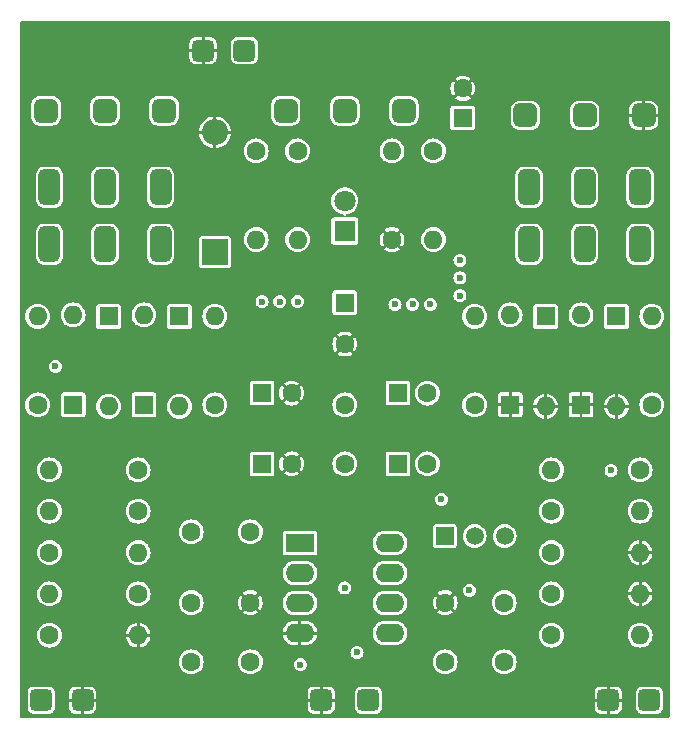
<source format=gbr>
%TF.GenerationSoftware,KiCad,Pcbnew,8.0.0*%
%TF.CreationDate,2024-04-22T22:36:35-07:00*%
%TF.ProjectId,rat-v2,7261742d-7632-42e6-9b69-6361645f7063,rev?*%
%TF.SameCoordinates,Original*%
%TF.FileFunction,Copper,L2,Inr*%
%TF.FilePolarity,Positive*%
%FSLAX46Y46*%
G04 Gerber Fmt 4.6, Leading zero omitted, Abs format (unit mm)*
G04 Created by KiCad (PCBNEW 8.0.0) date 2024-04-22 22:36:35*
%MOMM*%
%LPD*%
G01*
G04 APERTURE LIST*
G04 Aperture macros list*
%AMRoundRect*
0 Rectangle with rounded corners*
0 $1 Rounding radius*
0 $2 $3 $4 $5 $6 $7 $8 $9 X,Y pos of 4 corners*
0 Add a 4 corners polygon primitive as box body*
4,1,4,$2,$3,$4,$5,$6,$7,$8,$9,$2,$3,0*
0 Add four circle primitives for the rounded corners*
1,1,$1+$1,$2,$3*
1,1,$1+$1,$4,$5*
1,1,$1+$1,$6,$7*
1,1,$1+$1,$8,$9*
0 Add four rect primitives between the rounded corners*
20,1,$1+$1,$2,$3,$4,$5,0*
20,1,$1+$1,$4,$5,$6,$7,0*
20,1,$1+$1,$6,$7,$8,$9,0*
20,1,$1+$1,$8,$9,$2,$3,0*%
G04 Aperture macros list end*
%TA.AperFunction,ComponentPad*%
%ADD10RoundRect,0.300000X-0.600000X-0.600000X0.600000X-0.600000X0.600000X0.600000X-0.600000X0.600000X0*%
%TD*%
%TA.AperFunction,ComponentPad*%
%ADD11R,1.600000X1.600000*%
%TD*%
%TA.AperFunction,ComponentPad*%
%ADD12O,1.600000X1.600000*%
%TD*%
%TA.AperFunction,ComponentPad*%
%ADD13C,1.600000*%
%TD*%
%TA.AperFunction,ComponentPad*%
%ADD14R,1.500000X1.500000*%
%TD*%
%TA.AperFunction,ComponentPad*%
%ADD15C,1.500000*%
%TD*%
%TA.AperFunction,ComponentPad*%
%ADD16R,2.200000X2.200000*%
%TD*%
%TA.AperFunction,ComponentPad*%
%ADD17O,2.200000X2.200000*%
%TD*%
%TA.AperFunction,ComponentPad*%
%ADD18R,2.400000X1.600000*%
%TD*%
%TA.AperFunction,ComponentPad*%
%ADD19O,2.400000X1.600000*%
%TD*%
%TA.AperFunction,ComponentPad*%
%ADD20RoundRect,0.450000X0.450000X-1.050000X0.450000X1.050000X-0.450000X1.050000X-0.450000X-1.050000X0*%
%TD*%
%TA.AperFunction,ComponentPad*%
%ADD21R,1.800000X1.800000*%
%TD*%
%TA.AperFunction,ComponentPad*%
%ADD22C,1.800000*%
%TD*%
%TA.AperFunction,ComponentPad*%
%ADD23RoundRect,0.500000X0.500000X0.500000X-0.500000X0.500000X-0.500000X-0.500000X0.500000X-0.500000X0*%
%TD*%
%TA.AperFunction,ViaPad*%
%ADD24C,0.600000*%
%TD*%
G04 APERTURE END LIST*
D10*
%TO.N,GND*%
%TO.C,P8*%
X60800000Y-139000000D03*
%TD*%
D11*
%TO.N,Net-(D5-A)*%
%TO.C,D6*%
X106000000Y-106500000D03*
D12*
%TO.N,GND*%
X106000000Y-114120000D03*
%TD*%
D10*
%TO.N,GND*%
%TO.C,P3*%
X71000000Y-84000000D03*
%TD*%
D13*
%TO.N,+9VIN*%
%TO.C,R10*%
X75500000Y-92500000D03*
D12*
%TO.N,+9V*%
X75500000Y-100000000D03*
%TD*%
D14*
%TO.N,+9V*%
%TO.C,Q1*%
X91460000Y-125110000D03*
D15*
%TO.N,/SRC*%
X94000000Y-125110000D03*
%TO.N,/GATE*%
X96540000Y-125110000D03*
%TD*%
D13*
%TO.N,/IN*%
%TO.C,C1*%
X75000000Y-135750000D03*
%TO.N,/IN_AC*%
X70000000Y-135750000D03*
%TD*%
%TO.N,/SRC_AC*%
%TO.C,R14*%
X57000000Y-114000000D03*
D12*
%TO.N,Net-(SW2B-C)*%
X57000000Y-106500000D03*
%TD*%
D13*
%TO.N,+4.5V*%
%TO.C,R11*%
X90500000Y-92500000D03*
D12*
%TO.N,+9V*%
X90500000Y-100000000D03*
%TD*%
D16*
%TO.N,+9V*%
%TO.C,D2*%
X72000000Y-101080000D03*
D17*
%TO.N,GND*%
X72000000Y-90920000D03*
%TD*%
D13*
%TO.N,+4.5V*%
%TO.C,R2*%
X65500000Y-130000000D03*
D12*
%TO.N,/IN_AC*%
X58000000Y-130000000D03*
%TD*%
D13*
%TO.N,/OP_OUT_R*%
%TO.C,R7*%
X108000000Y-119500000D03*
D12*
%TO.N,/OP_OUT*%
X100500000Y-119500000D03*
%TD*%
D11*
%TO.N,Net-(C6-Pad1)*%
%TO.C,C6*%
X76000000Y-119000000D03*
D13*
%TO.N,GND*%
X78500000Y-119000000D03*
%TD*%
D11*
%TO.N,Net-(D3-A)*%
%TO.C,D4*%
X100000000Y-106500000D03*
D12*
%TO.N,GND*%
X100000000Y-114120000D03*
%TD*%
D13*
%TO.N,/TONE_F*%
%TO.C,C9*%
X91500000Y-135750000D03*
%TO.N,/GATE*%
X96500000Y-135750000D03*
%TD*%
%TO.N,/FB*%
%TO.C,C4*%
X70000000Y-124750000D03*
%TO.N,/OP_OUT*%
X75000000Y-124750000D03*
%TD*%
D11*
%TO.N,/OP_OUT_R*%
%TO.C,C7*%
X87500000Y-113000000D03*
D13*
%TO.N,/HRD_CLP*%
X90000000Y-113000000D03*
%TD*%
D11*
%TO.N,GND*%
%TO.C,D5*%
X103000000Y-114000000D03*
D12*
%TO.N,Net-(D5-A)*%
X103000000Y-106380000D03*
%TD*%
D11*
%TO.N,Net-(D10-K)*%
%TO.C,D10*%
X69000000Y-106500000D03*
D12*
%TO.N,/OP_OUT*%
X69000000Y-114120000D03*
%TD*%
D11*
%TO.N,GND*%
%TO.C,D3*%
X97000000Y-114000000D03*
D12*
%TO.N,Net-(D3-A)*%
X97000000Y-106380000D03*
%TD*%
D11*
%TO.N,Net-(D7-A)*%
%TO.C,D8*%
X63000000Y-106500000D03*
D12*
%TO.N,/OP_OUT*%
X63000000Y-114120000D03*
%TD*%
D13*
%TO.N,/IN_AC*%
%TO.C,R3*%
X58000000Y-126500000D03*
D12*
%TO.N,/IN_F*%
X65500000Y-126500000D03*
%TD*%
D10*
%TO.N,/OUT*%
%TO.C,P6*%
X108800000Y-139000000D03*
%TD*%
D11*
%TO.N,+4.5V*%
%TO.C,C12*%
X93000000Y-89705112D03*
D13*
%TO.N,GND*%
X93000000Y-87205112D03*
%TD*%
%TO.N,/SRC_AC*%
%TO.C,R16*%
X94000000Y-114000000D03*
D12*
%TO.N,Net-(SW1B-C)*%
X94000000Y-106500000D03*
%TD*%
D13*
%TO.N,/SRC*%
%TO.C,R9*%
X100500000Y-126500000D03*
D12*
%TO.N,GND*%
X108000000Y-126500000D03*
%TD*%
D11*
%TO.N,/OP_OUT*%
%TO.C,D7*%
X60000000Y-114000000D03*
D12*
%TO.N,Net-(D7-A)*%
X60000000Y-106380000D03*
%TD*%
D10*
%TO.N,GND*%
%TO.C,P5*%
X105300000Y-139000000D03*
%TD*%
D11*
%TO.N,/SRC*%
%TO.C,C10*%
X87500000Y-119000000D03*
D13*
%TO.N,/SRC_AC*%
X90000000Y-119000000D03*
%TD*%
%TO.N,+9VIN*%
%TO.C,R18*%
X79000000Y-92500000D03*
D12*
%TO.N,Net-(D1-A)*%
X79000000Y-100000000D03*
%TD*%
D13*
%TO.N,Net-(C5-Pad1)*%
%TO.C,R4*%
X65500000Y-119500000D03*
D12*
%TO.N,/FB*%
X58000000Y-119500000D03*
%TD*%
D13*
%TO.N,/SRC_AC*%
%TO.C,R15*%
X109000000Y-114000000D03*
D12*
%TO.N,Net-(SW1B-A)*%
X109000000Y-106500000D03*
%TD*%
D11*
%TO.N,Net-(C5-Pad1)*%
%TO.C,C5*%
X76000000Y-113000000D03*
D13*
%TO.N,GND*%
X78500000Y-113000000D03*
%TD*%
%TO.N,GND*%
%TO.C,R12*%
X87000000Y-100000000D03*
D12*
%TO.N,+4.5V*%
X87000000Y-92500000D03*
%TD*%
D13*
%TO.N,/SRC_AC*%
%TO.C,R17*%
X100500000Y-123000000D03*
D12*
%TO.N,Net-(SW1B-B)*%
X108000000Y-123000000D03*
%TD*%
D13*
%TO.N,/SRC_AC*%
%TO.C,R13*%
X72000000Y-114000000D03*
D12*
%TO.N,Net-(SW2B-A)*%
X72000000Y-106500000D03*
%TD*%
D13*
%TO.N,/IN_F*%
%TO.C,C2*%
X70000000Y-130750000D03*
%TO.N,GND*%
X75000000Y-130750000D03*
%TD*%
%TO.N,/IN*%
%TO.C,R1*%
X58000000Y-133500000D03*
D12*
%TO.N,GND*%
X65500000Y-133500000D03*
%TD*%
D10*
%TO.N,Net-(D1-K)*%
%TO.C,P2*%
X85000000Y-139000000D03*
%TD*%
D13*
%TO.N,/COMP+*%
%TO.C,C3*%
X83000000Y-114000000D03*
%TO.N,/COMP-*%
X83000000Y-119000000D03*
%TD*%
%TO.N,/GATE*%
%TO.C,R8*%
X100500000Y-130000000D03*
D12*
%TO.N,GND*%
X108000000Y-130000000D03*
%TD*%
D13*
%TO.N,GND*%
%TO.C,C8*%
X91500000Y-130750000D03*
%TO.N,/TONE_F*%
X96500000Y-130750000D03*
%TD*%
D10*
%TO.N,GND*%
%TO.C,P7*%
X81000000Y-139000000D03*
%TD*%
D18*
%TO.N,/COMP-*%
%TO.C,U2*%
X79200000Y-125700000D03*
D19*
%TO.N,/FB*%
X79200000Y-128240000D03*
%TO.N,/IN_F*%
X79200000Y-130780000D03*
%TO.N,GND*%
X79200000Y-133320000D03*
%TO.N,unconnected-(U2-COMP-Pad5)*%
X86820000Y-133320000D03*
%TO.N,/OP_OUT*%
X86820000Y-130780000D03*
%TO.N,+9V*%
X86820000Y-128240000D03*
%TO.N,/COMP+*%
X86820000Y-125700000D03*
%TD*%
D13*
%TO.N,Net-(C6-Pad1)*%
%TO.C,R5*%
X65500000Y-123000000D03*
D12*
%TO.N,/FB*%
X58000000Y-123000000D03*
%TD*%
D10*
%TO.N,+9VIN*%
%TO.C,P1*%
X74500000Y-84000000D03*
%TD*%
D11*
%TO.N,/OP_OUT*%
%TO.C,D9*%
X66000000Y-114000000D03*
D12*
%TO.N,Net-(D10-K)*%
X66000000Y-106380000D03*
%TD*%
D13*
%TO.N,/TONE_F*%
%TO.C,R6*%
X100500000Y-133500000D03*
D12*
%TO.N,/TONE*%
X108000000Y-133500000D03*
%TD*%
D10*
%TO.N,/IN*%
%TO.C,P4*%
X57300000Y-139000000D03*
%TD*%
D11*
%TO.N,+9V*%
%TO.C,C11*%
X83000000Y-105347349D03*
D13*
%TO.N,GND*%
X83000000Y-108847349D03*
%TD*%
D20*
%TO.N,Net-(D5-A)*%
%TO.C,SW1*%
X108000000Y-100415000D03*
%TO.N,/HRD_CLP*%
X103300000Y-100415000D03*
%TO.N,Net-(D3-A)*%
X98600000Y-100415000D03*
%TO.N,Net-(SW1B-A)*%
X108000000Y-95585000D03*
%TO.N,Net-(SW1B-B)*%
X103300000Y-95585000D03*
%TO.N,Net-(SW1B-C)*%
X98600000Y-95585000D03*
%TD*%
%TO.N,Net-(D10-K)*%
%TO.C,SW2*%
X67400000Y-100415000D03*
%TO.N,/FB*%
X62700000Y-100415000D03*
%TO.N,Net-(D7-A)*%
X58000000Y-100415000D03*
%TO.N,Net-(SW2B-A)*%
X67400000Y-95585000D03*
%TO.N,Net-(SW1B-B)*%
X62700000Y-95585000D03*
%TO.N,Net-(SW2B-C)*%
X58000000Y-95585000D03*
%TD*%
D21*
%TO.N,Net-(D1-K)*%
%TO.C,D1*%
X83000000Y-99275000D03*
D22*
%TO.N,Net-(D1-A)*%
X83000000Y-96735000D03*
%TD*%
D23*
%TO.N,GND*%
%TO.C,RV3*%
X108300000Y-89500000D03*
%TO.N,/OUT*%
X103300000Y-89500000D03*
%TO.N,Net-(SW1B-B)*%
X98300000Y-89500000D03*
%TD*%
%TO.N,/HRD_CLP*%
%TO.C,RV2*%
X88000000Y-89100000D03*
%TO.N,/TONE*%
X83000000Y-89100000D03*
X78000000Y-89100000D03*
%TD*%
%TO.N,/FB*%
%TO.C,RV1*%
X67700000Y-89100000D03*
%TO.N,/OP_OUT*%
X62700000Y-89100000D03*
X57700000Y-89100000D03*
%TD*%
D24*
%TO.N,GND*%
X76000000Y-117250000D03*
X102250000Y-122750000D03*
X102750000Y-104750000D03*
X91000000Y-82000000D03*
X57000000Y-116250000D03*
X60000000Y-112250000D03*
X109000000Y-116000000D03*
X63750000Y-133500000D03*
X69000000Y-132750000D03*
X69000000Y-127250000D03*
X77250000Y-136500000D03*
X67000000Y-125750000D03*
X108000000Y-82000000D03*
X110000000Y-91000000D03*
X77000000Y-130750000D03*
X94250000Y-120500000D03*
X98750000Y-121250000D03*
X82250000Y-116500000D03*
X97000000Y-108250000D03*
X110000000Y-121000000D03*
X97000000Y-140000000D03*
X60000000Y-116250000D03*
X71000000Y-140000000D03*
X63000000Y-108250000D03*
X90500000Y-126750000D03*
X56250000Y-82000000D03*
X100000000Y-116000000D03*
X103000000Y-116000000D03*
X108000000Y-98000000D03*
X94750000Y-135750000D03*
X76000000Y-115250000D03*
X89000000Y-133500000D03*
X110000000Y-110000000D03*
X81500000Y-125250000D03*
X104500000Y-103250000D03*
X100000000Y-108250000D03*
X57000000Y-112250000D03*
X80250000Y-121250000D03*
X84500000Y-125250000D03*
X106250000Y-122750000D03*
X106250000Y-126500000D03*
X67750000Y-87000000D03*
X78500000Y-117250000D03*
X59750000Y-119500000D03*
X69000000Y-112250000D03*
X67500000Y-98000000D03*
X60000000Y-82000000D03*
X69000000Y-121000000D03*
X59750000Y-130000000D03*
X69000000Y-108250000D03*
X66000000Y-108250000D03*
X63750000Y-130000000D03*
X100750000Y-89500000D03*
X109000000Y-108250000D03*
X103250000Y-98000000D03*
X93250000Y-130750000D03*
X98250000Y-87500000D03*
X56750000Y-93250000D03*
X66000000Y-140000000D03*
X78500000Y-115250000D03*
X59000000Y-91250000D03*
X106250000Y-133500000D03*
X97000000Y-82000000D03*
X60000000Y-108250000D03*
X66000000Y-112250000D03*
X57750000Y-87000000D03*
X65000000Y-82000000D03*
X57000000Y-108250000D03*
X63750000Y-123000000D03*
X90250000Y-107000000D03*
X85000000Y-82000000D03*
X76000000Y-140000000D03*
X72000000Y-136500000D03*
X90000000Y-117500000D03*
X77500000Y-106750000D03*
X59750000Y-123000000D03*
X97000000Y-116000000D03*
X87250000Y-107000000D03*
X102250000Y-130000000D03*
X77000000Y-127000000D03*
X79000000Y-106750000D03*
X81962500Y-134962500D03*
X68000000Y-82000000D03*
X65000000Y-89000000D03*
X72000000Y-112250000D03*
X75000000Y-123000000D03*
X81500000Y-127000000D03*
X98500000Y-98000000D03*
X110000000Y-85000000D03*
X63000000Y-116250000D03*
X106000000Y-108250000D03*
X98250000Y-125250000D03*
X89000000Y-128250000D03*
X107500000Y-103250000D03*
X76000000Y-106750000D03*
X68250000Y-103000000D03*
X106250000Y-130000000D03*
X102250000Y-133500000D03*
X72500000Y-121000000D03*
X59750000Y-126500000D03*
X88750000Y-107000000D03*
X110000000Y-129000000D03*
X81500000Y-129500000D03*
X63000000Y-112250000D03*
X93000000Y-140000000D03*
X102250000Y-126500000D03*
X64750000Y-98000000D03*
X94000000Y-108250000D03*
X110000000Y-117000000D03*
X109000000Y-112250000D03*
X108250000Y-87500000D03*
X93250000Y-135750000D03*
X66000000Y-116250000D03*
X103000000Y-108250000D03*
X69000000Y-116000000D03*
X90000000Y-114500000D03*
X63750000Y-126500000D03*
X60455025Y-103294975D03*
X106000000Y-116000000D03*
X58000000Y-98000000D03*
X59750000Y-133500000D03*
X76000000Y-120750000D03*
X56750000Y-91250000D03*
X89000000Y-140000000D03*
X103000000Y-82000000D03*
X87500000Y-117500000D03*
X90500000Y-129500000D03*
X101000000Y-98000000D03*
X77000000Y-129500000D03*
X92250000Y-129500000D03*
X89000000Y-125750000D03*
X82000000Y-128250000D03*
X95500000Y-123500000D03*
X92317500Y-122000000D03*
X78000000Y-82000000D03*
X110000000Y-133000000D03*
X72750000Y-116000000D03*
X87500000Y-114500000D03*
X63750000Y-119500000D03*
X110000000Y-125000000D03*
X94750000Y-130750000D03*
X101000000Y-140000000D03*
X72000000Y-108000000D03*
%TO.N,+9V*%
X91185005Y-122000000D03*
X83000000Y-129500000D03*
X77500000Y-105250000D03*
X84037500Y-134962500D03*
X76000000Y-105250000D03*
X93537500Y-129712500D03*
X79000000Y-105250000D03*
%TO.N,+4.5V*%
X92750000Y-101750000D03*
X90250000Y-105500000D03*
X88750000Y-105500000D03*
X92750000Y-104750000D03*
X92750000Y-103250000D03*
X87250000Y-105500000D03*
%TO.N,Net-(D1-K)*%
X79250000Y-136000000D03*
%TO.N,/FB*%
X58500000Y-110750000D03*
%TO.N,/OUT*%
X105550000Y-119550000D03*
%TD*%
%TA.AperFunction,Conductor*%
%TO.N,GND*%
G36*
X110442539Y-81520185D02*
G01*
X110488294Y-81572989D01*
X110499500Y-81624500D01*
X110499500Y-140375500D01*
X110479815Y-140442539D01*
X110427011Y-140488294D01*
X110375500Y-140499500D01*
X55624500Y-140499500D01*
X55557461Y-140479815D01*
X55511706Y-140427011D01*
X55500500Y-140375500D01*
X55500500Y-139643102D01*
X56149500Y-139643102D01*
X56155126Y-139689954D01*
X56160122Y-139731561D01*
X56215639Y-139872343D01*
X56307077Y-139992922D01*
X56427656Y-140084360D01*
X56427657Y-140084360D01*
X56427658Y-140084361D01*
X56568436Y-140139877D01*
X56656898Y-140150500D01*
X56656903Y-140150500D01*
X57943097Y-140150500D01*
X57943102Y-140150500D01*
X58031564Y-140139877D01*
X58172342Y-140084361D01*
X58292922Y-139992922D01*
X58384361Y-139872342D01*
X58439877Y-139731564D01*
X58450500Y-139643102D01*
X58450500Y-139643053D01*
X59650000Y-139643053D01*
X59660613Y-139731443D01*
X59716079Y-139872095D01*
X59807435Y-139992564D01*
X59927904Y-140083920D01*
X60068556Y-140139386D01*
X60156946Y-140150000D01*
X60675000Y-140150000D01*
X60675000Y-139484144D01*
X60734174Y-139500000D01*
X60865826Y-139500000D01*
X60925000Y-139484144D01*
X60925000Y-140150000D01*
X61443054Y-140150000D01*
X61531443Y-140139386D01*
X61672095Y-140083920D01*
X61792564Y-139992564D01*
X61883920Y-139872095D01*
X61939386Y-139731443D01*
X61950000Y-139643053D01*
X79850000Y-139643053D01*
X79860613Y-139731443D01*
X79916079Y-139872095D01*
X80007435Y-139992564D01*
X80127904Y-140083920D01*
X80268556Y-140139386D01*
X80356946Y-140150000D01*
X80875000Y-140150000D01*
X80875000Y-139484144D01*
X80934174Y-139500000D01*
X81065826Y-139500000D01*
X81125000Y-139484144D01*
X81125000Y-140150000D01*
X81643054Y-140150000D01*
X81731443Y-140139386D01*
X81872095Y-140083920D01*
X81992564Y-139992564D01*
X82083920Y-139872095D01*
X82139386Y-139731443D01*
X82149994Y-139643102D01*
X83849500Y-139643102D01*
X83855126Y-139689954D01*
X83860122Y-139731561D01*
X83915639Y-139872343D01*
X84007077Y-139992922D01*
X84127656Y-140084360D01*
X84127657Y-140084360D01*
X84127658Y-140084361D01*
X84268436Y-140139877D01*
X84356898Y-140150500D01*
X84356903Y-140150500D01*
X85643097Y-140150500D01*
X85643102Y-140150500D01*
X85731564Y-140139877D01*
X85872342Y-140084361D01*
X85992922Y-139992922D01*
X86084361Y-139872342D01*
X86139877Y-139731564D01*
X86150500Y-139643102D01*
X86150500Y-139643053D01*
X104150000Y-139643053D01*
X104160613Y-139731443D01*
X104216079Y-139872095D01*
X104307435Y-139992564D01*
X104427904Y-140083920D01*
X104568556Y-140139386D01*
X104656946Y-140150000D01*
X105175000Y-140150000D01*
X105175000Y-139484144D01*
X105234174Y-139500000D01*
X105365826Y-139500000D01*
X105425000Y-139484144D01*
X105425000Y-140150000D01*
X105943054Y-140150000D01*
X106031443Y-140139386D01*
X106172095Y-140083920D01*
X106292564Y-139992564D01*
X106383920Y-139872095D01*
X106439386Y-139731443D01*
X106449994Y-139643102D01*
X107649500Y-139643102D01*
X107655126Y-139689954D01*
X107660122Y-139731561D01*
X107715639Y-139872343D01*
X107807077Y-139992922D01*
X107927656Y-140084360D01*
X107927657Y-140084360D01*
X107927658Y-140084361D01*
X108068436Y-140139877D01*
X108156898Y-140150500D01*
X108156903Y-140150500D01*
X109443097Y-140150500D01*
X109443102Y-140150500D01*
X109531564Y-140139877D01*
X109672342Y-140084361D01*
X109792922Y-139992922D01*
X109884361Y-139872342D01*
X109939877Y-139731564D01*
X109950500Y-139643102D01*
X109950500Y-138356898D01*
X109939877Y-138268436D01*
X109884361Y-138127658D01*
X109884360Y-138127657D01*
X109884360Y-138127656D01*
X109792922Y-138007077D01*
X109672343Y-137915639D01*
X109576192Y-137877722D01*
X109531564Y-137860123D01*
X109531563Y-137860122D01*
X109531561Y-137860122D01*
X109485926Y-137854642D01*
X109443102Y-137849500D01*
X108156898Y-137849500D01*
X108117853Y-137854188D01*
X108068438Y-137860122D01*
X107927656Y-137915639D01*
X107807077Y-138007077D01*
X107715639Y-138127656D01*
X107660122Y-138268438D01*
X107654188Y-138317853D01*
X107649500Y-138356898D01*
X107649500Y-139643102D01*
X106449994Y-139643102D01*
X106450000Y-139643053D01*
X106450000Y-139125000D01*
X105784144Y-139125000D01*
X105800000Y-139065826D01*
X105800000Y-138934174D01*
X105784144Y-138875000D01*
X106450000Y-138875000D01*
X106450000Y-138356946D01*
X106439386Y-138268556D01*
X106383920Y-138127904D01*
X106292564Y-138007435D01*
X106172095Y-137916079D01*
X106031443Y-137860613D01*
X105943054Y-137850000D01*
X105425000Y-137850000D01*
X105425000Y-138515855D01*
X105365826Y-138500000D01*
X105234174Y-138500000D01*
X105175000Y-138515855D01*
X105175000Y-137850000D01*
X104656946Y-137850000D01*
X104568556Y-137860613D01*
X104427904Y-137916079D01*
X104307435Y-138007435D01*
X104216079Y-138127904D01*
X104160613Y-138268556D01*
X104150000Y-138356946D01*
X104150000Y-138875000D01*
X104815856Y-138875000D01*
X104800000Y-138934174D01*
X104800000Y-139065826D01*
X104815856Y-139125000D01*
X104150000Y-139125000D01*
X104150000Y-139643053D01*
X86150500Y-139643053D01*
X86150500Y-138356898D01*
X86139877Y-138268436D01*
X86084361Y-138127658D01*
X86084360Y-138127657D01*
X86084360Y-138127656D01*
X85992922Y-138007077D01*
X85872343Y-137915639D01*
X85776192Y-137877722D01*
X85731564Y-137860123D01*
X85731563Y-137860122D01*
X85731561Y-137860122D01*
X85685926Y-137854642D01*
X85643102Y-137849500D01*
X84356898Y-137849500D01*
X84317853Y-137854188D01*
X84268438Y-137860122D01*
X84127656Y-137915639D01*
X84007077Y-138007077D01*
X83915639Y-138127656D01*
X83860122Y-138268438D01*
X83854188Y-138317853D01*
X83849500Y-138356898D01*
X83849500Y-139643102D01*
X82149994Y-139643102D01*
X82150000Y-139643053D01*
X82150000Y-139125000D01*
X81484144Y-139125000D01*
X81500000Y-139065826D01*
X81500000Y-138934174D01*
X81484144Y-138875000D01*
X82150000Y-138875000D01*
X82150000Y-138356946D01*
X82139386Y-138268556D01*
X82083920Y-138127904D01*
X81992564Y-138007435D01*
X81872095Y-137916079D01*
X81731443Y-137860613D01*
X81643054Y-137850000D01*
X81125000Y-137850000D01*
X81125000Y-138515855D01*
X81065826Y-138500000D01*
X80934174Y-138500000D01*
X80875000Y-138515855D01*
X80875000Y-137850000D01*
X80356946Y-137850000D01*
X80268556Y-137860613D01*
X80127904Y-137916079D01*
X80007435Y-138007435D01*
X79916079Y-138127904D01*
X79860613Y-138268556D01*
X79850000Y-138356946D01*
X79850000Y-138875000D01*
X80515856Y-138875000D01*
X80500000Y-138934174D01*
X80500000Y-139065826D01*
X80515856Y-139125000D01*
X79850000Y-139125000D01*
X79850000Y-139643053D01*
X61950000Y-139643053D01*
X61950000Y-139125000D01*
X61284144Y-139125000D01*
X61300000Y-139065826D01*
X61300000Y-138934174D01*
X61284144Y-138875000D01*
X61950000Y-138875000D01*
X61950000Y-138356946D01*
X61939386Y-138268556D01*
X61883920Y-138127904D01*
X61792564Y-138007435D01*
X61672095Y-137916079D01*
X61531443Y-137860613D01*
X61443054Y-137850000D01*
X60925000Y-137850000D01*
X60925000Y-138515855D01*
X60865826Y-138500000D01*
X60734174Y-138500000D01*
X60675000Y-138515855D01*
X60675000Y-137850000D01*
X60156946Y-137850000D01*
X60068556Y-137860613D01*
X59927904Y-137916079D01*
X59807435Y-138007435D01*
X59716079Y-138127904D01*
X59660613Y-138268556D01*
X59650000Y-138356946D01*
X59650000Y-138875000D01*
X60315856Y-138875000D01*
X60300000Y-138934174D01*
X60300000Y-139065826D01*
X60315856Y-139125000D01*
X59650000Y-139125000D01*
X59650000Y-139643053D01*
X58450500Y-139643053D01*
X58450500Y-138356898D01*
X58439877Y-138268436D01*
X58384361Y-138127658D01*
X58384360Y-138127657D01*
X58384360Y-138127656D01*
X58292922Y-138007077D01*
X58172343Y-137915639D01*
X58076192Y-137877722D01*
X58031564Y-137860123D01*
X58031563Y-137860122D01*
X58031561Y-137860122D01*
X57985926Y-137854642D01*
X57943102Y-137849500D01*
X56656898Y-137849500D01*
X56617853Y-137854188D01*
X56568438Y-137860122D01*
X56427656Y-137915639D01*
X56307077Y-138007077D01*
X56215639Y-138127656D01*
X56160122Y-138268438D01*
X56154188Y-138317853D01*
X56149500Y-138356898D01*
X56149500Y-139643102D01*
X55500500Y-139643102D01*
X55500500Y-135750000D01*
X68944417Y-135750000D01*
X68964699Y-135955932D01*
X68964700Y-135955934D01*
X69024768Y-136153954D01*
X69122315Y-136336450D01*
X69122317Y-136336452D01*
X69253589Y-136496410D01*
X69325287Y-136555250D01*
X69413550Y-136627685D01*
X69596046Y-136725232D01*
X69794066Y-136785300D01*
X69794065Y-136785300D01*
X69812529Y-136787118D01*
X70000000Y-136805583D01*
X70205934Y-136785300D01*
X70403954Y-136725232D01*
X70586450Y-136627685D01*
X70746410Y-136496410D01*
X70877685Y-136336450D01*
X70975232Y-136153954D01*
X71035300Y-135955934D01*
X71055583Y-135750000D01*
X73944417Y-135750000D01*
X73964699Y-135955932D01*
X73964700Y-135955934D01*
X74024768Y-136153954D01*
X74122315Y-136336450D01*
X74122317Y-136336452D01*
X74253589Y-136496410D01*
X74325287Y-136555250D01*
X74413550Y-136627685D01*
X74596046Y-136725232D01*
X74794066Y-136785300D01*
X74794065Y-136785300D01*
X74812529Y-136787118D01*
X75000000Y-136805583D01*
X75205934Y-136785300D01*
X75403954Y-136725232D01*
X75586450Y-136627685D01*
X75746410Y-136496410D01*
X75877685Y-136336450D01*
X75975232Y-136153954D01*
X76021933Y-136000000D01*
X78694750Y-136000000D01*
X78713670Y-136143708D01*
X78713671Y-136143712D01*
X78769137Y-136277622D01*
X78769138Y-136277624D01*
X78769139Y-136277625D01*
X78857379Y-136392621D01*
X78972375Y-136480861D01*
X79106291Y-136536330D01*
X79233280Y-136553048D01*
X79249999Y-136555250D01*
X79250000Y-136555250D01*
X79250001Y-136555250D01*
X79264977Y-136553278D01*
X79393709Y-136536330D01*
X79527625Y-136480861D01*
X79642621Y-136392621D01*
X79730861Y-136277625D01*
X79786330Y-136143709D01*
X79805250Y-136000000D01*
X79786330Y-135856291D01*
X79749350Y-135767013D01*
X79742303Y-135750000D01*
X90444417Y-135750000D01*
X90464699Y-135955932D01*
X90464700Y-135955934D01*
X90524768Y-136153954D01*
X90622315Y-136336450D01*
X90622317Y-136336452D01*
X90753589Y-136496410D01*
X90825287Y-136555250D01*
X90913550Y-136627685D01*
X91096046Y-136725232D01*
X91294066Y-136785300D01*
X91294065Y-136785300D01*
X91312529Y-136787118D01*
X91500000Y-136805583D01*
X91705934Y-136785300D01*
X91903954Y-136725232D01*
X92086450Y-136627685D01*
X92246410Y-136496410D01*
X92377685Y-136336450D01*
X92475232Y-136153954D01*
X92535300Y-135955934D01*
X92555583Y-135750000D01*
X95444417Y-135750000D01*
X95464699Y-135955932D01*
X95464700Y-135955934D01*
X95524768Y-136153954D01*
X95622315Y-136336450D01*
X95622317Y-136336452D01*
X95753589Y-136496410D01*
X95825287Y-136555250D01*
X95913550Y-136627685D01*
X96096046Y-136725232D01*
X96294066Y-136785300D01*
X96294065Y-136785300D01*
X96312529Y-136787118D01*
X96500000Y-136805583D01*
X96705934Y-136785300D01*
X96903954Y-136725232D01*
X97086450Y-136627685D01*
X97246410Y-136496410D01*
X97377685Y-136336450D01*
X97475232Y-136153954D01*
X97535300Y-135955934D01*
X97555583Y-135750000D01*
X97535300Y-135544066D01*
X97475232Y-135346046D01*
X97377685Y-135163550D01*
X97325702Y-135100209D01*
X97246410Y-135003589D01*
X97086452Y-134872317D01*
X97086453Y-134872317D01*
X97086450Y-134872315D01*
X96903954Y-134774768D01*
X96705934Y-134714700D01*
X96705932Y-134714699D01*
X96705934Y-134714699D01*
X96500000Y-134694417D01*
X96294067Y-134714699D01*
X96096043Y-134774769D01*
X96013693Y-134818787D01*
X95913550Y-134872315D01*
X95913548Y-134872316D01*
X95913547Y-134872317D01*
X95753589Y-135003589D01*
X95622317Y-135163547D01*
X95524769Y-135346043D01*
X95524768Y-135346045D01*
X95524768Y-135346046D01*
X95522015Y-135355121D01*
X95464699Y-135544067D01*
X95444417Y-135750000D01*
X92555583Y-135750000D01*
X92535300Y-135544066D01*
X92475232Y-135346046D01*
X92377685Y-135163550D01*
X92325702Y-135100209D01*
X92246410Y-135003589D01*
X92086452Y-134872317D01*
X92086453Y-134872317D01*
X92086450Y-134872315D01*
X91903954Y-134774768D01*
X91705934Y-134714700D01*
X91705932Y-134714699D01*
X91705934Y-134714699D01*
X91500000Y-134694417D01*
X91294067Y-134714699D01*
X91096043Y-134774769D01*
X91013693Y-134818787D01*
X90913550Y-134872315D01*
X90913548Y-134872316D01*
X90913547Y-134872317D01*
X90753589Y-135003589D01*
X90622317Y-135163547D01*
X90524769Y-135346043D01*
X90524768Y-135346045D01*
X90524768Y-135346046D01*
X90522015Y-135355121D01*
X90464699Y-135544067D01*
X90444417Y-135750000D01*
X79742303Y-135750000D01*
X79730862Y-135722377D01*
X79730861Y-135722376D01*
X79730861Y-135722375D01*
X79642621Y-135607379D01*
X79527625Y-135519139D01*
X79527624Y-135519138D01*
X79527622Y-135519137D01*
X79393712Y-135463671D01*
X79393710Y-135463670D01*
X79393709Y-135463670D01*
X79321854Y-135454210D01*
X79250001Y-135444750D01*
X79249999Y-135444750D01*
X79106291Y-135463670D01*
X79106287Y-135463671D01*
X78972377Y-135519137D01*
X78857379Y-135607379D01*
X78769137Y-135722377D01*
X78713671Y-135856287D01*
X78713670Y-135856291D01*
X78694750Y-135999999D01*
X78694750Y-136000000D01*
X76021933Y-136000000D01*
X76035300Y-135955934D01*
X76055583Y-135750000D01*
X76035300Y-135544066D01*
X75975232Y-135346046D01*
X75877685Y-135163550D01*
X75825702Y-135100209D01*
X75746410Y-135003589D01*
X75696342Y-134962500D01*
X83482250Y-134962500D01*
X83501170Y-135106208D01*
X83501171Y-135106212D01*
X83556637Y-135240122D01*
X83556638Y-135240124D01*
X83556639Y-135240125D01*
X83644879Y-135355121D01*
X83759875Y-135443361D01*
X83893791Y-135498830D01*
X84020780Y-135515548D01*
X84037499Y-135517750D01*
X84037500Y-135517750D01*
X84037501Y-135517750D01*
X84052477Y-135515778D01*
X84181209Y-135498830D01*
X84315125Y-135443361D01*
X84430121Y-135355121D01*
X84518361Y-135240125D01*
X84573830Y-135106209D01*
X84592750Y-134962500D01*
X84573830Y-134818791D01*
X84530714Y-134714699D01*
X84518362Y-134684877D01*
X84518361Y-134684876D01*
X84518361Y-134684875D01*
X84430121Y-134569879D01*
X84315125Y-134481639D01*
X84315124Y-134481638D01*
X84315122Y-134481637D01*
X84181212Y-134426171D01*
X84181210Y-134426170D01*
X84181209Y-134426170D01*
X84109354Y-134416710D01*
X84037501Y-134407250D01*
X84037499Y-134407250D01*
X83893791Y-134426170D01*
X83893787Y-134426171D01*
X83759877Y-134481637D01*
X83644879Y-134569879D01*
X83556637Y-134684877D01*
X83501171Y-134818787D01*
X83501170Y-134818791D01*
X83482250Y-134962499D01*
X83482250Y-134962500D01*
X75696342Y-134962500D01*
X75586452Y-134872317D01*
X75586453Y-134872317D01*
X75586450Y-134872315D01*
X75403954Y-134774768D01*
X75205934Y-134714700D01*
X75205932Y-134714699D01*
X75205934Y-134714699D01*
X75000000Y-134694417D01*
X74794067Y-134714699D01*
X74596043Y-134774769D01*
X74513693Y-134818787D01*
X74413550Y-134872315D01*
X74413548Y-134872316D01*
X74413547Y-134872317D01*
X74253589Y-135003589D01*
X74122317Y-135163547D01*
X74024769Y-135346043D01*
X74024768Y-135346045D01*
X74024768Y-135346046D01*
X74022015Y-135355121D01*
X73964699Y-135544067D01*
X73944417Y-135750000D01*
X71055583Y-135750000D01*
X71035300Y-135544066D01*
X70975232Y-135346046D01*
X70877685Y-135163550D01*
X70825702Y-135100209D01*
X70746410Y-135003589D01*
X70586452Y-134872317D01*
X70586453Y-134872317D01*
X70586450Y-134872315D01*
X70403954Y-134774768D01*
X70205934Y-134714700D01*
X70205932Y-134714699D01*
X70205934Y-134714699D01*
X70000000Y-134694417D01*
X69794067Y-134714699D01*
X69596043Y-134774769D01*
X69513693Y-134818787D01*
X69413550Y-134872315D01*
X69413548Y-134872316D01*
X69413547Y-134872317D01*
X69253589Y-135003589D01*
X69122317Y-135163547D01*
X69024769Y-135346043D01*
X69024768Y-135346045D01*
X69024768Y-135346046D01*
X69022015Y-135355121D01*
X68964699Y-135544067D01*
X68944417Y-135750000D01*
X55500500Y-135750000D01*
X55500500Y-133500000D01*
X56944417Y-133500000D01*
X56964699Y-133705932D01*
X56976734Y-133745606D01*
X57024768Y-133903954D01*
X57122315Y-134086450D01*
X57122317Y-134086452D01*
X57253589Y-134246410D01*
X57350209Y-134325702D01*
X57413550Y-134377685D01*
X57596046Y-134475232D01*
X57794066Y-134535300D01*
X57794065Y-134535300D01*
X57812529Y-134537118D01*
X58000000Y-134555583D01*
X58205934Y-134535300D01*
X58403954Y-134475232D01*
X58586450Y-134377685D01*
X58746410Y-134246410D01*
X58877685Y-134086450D01*
X58975232Y-133903954D01*
X59035300Y-133705934D01*
X59055583Y-133500000D01*
X59043271Y-133375000D01*
X64457229Y-133375000D01*
X65119383Y-133375000D01*
X65100000Y-133447339D01*
X65100000Y-133552661D01*
X65119383Y-133625000D01*
X64457230Y-133625000D01*
X64465191Y-133705834D01*
X64525233Y-133903766D01*
X64622728Y-134086166D01*
X64622732Y-134086173D01*
X64753944Y-134246055D01*
X64913826Y-134377267D01*
X64913833Y-134377271D01*
X65096233Y-134474766D01*
X65294165Y-134534808D01*
X65374999Y-134542769D01*
X65375000Y-134542768D01*
X65375000Y-133880617D01*
X65447339Y-133900000D01*
X65552661Y-133900000D01*
X65625000Y-133880617D01*
X65625000Y-134542769D01*
X65705834Y-134534808D01*
X65903766Y-134474766D01*
X66086166Y-134377271D01*
X66086173Y-134377267D01*
X66246055Y-134246055D01*
X66377267Y-134086173D01*
X66377271Y-134086166D01*
X66474766Y-133903766D01*
X66534808Y-133705834D01*
X66542770Y-133625000D01*
X65880617Y-133625000D01*
X65900000Y-133552661D01*
X65900000Y-133447339D01*
X65899373Y-133445000D01*
X77754292Y-133445000D01*
X77790348Y-133626266D01*
X77790350Y-133626274D01*
X77869500Y-133817358D01*
X77869505Y-133817368D01*
X77984410Y-133989335D01*
X77984413Y-133989339D01*
X78130660Y-134135586D01*
X78130664Y-134135589D01*
X78302631Y-134250494D01*
X78302641Y-134250499D01*
X78493725Y-134329649D01*
X78493733Y-134329651D01*
X78696579Y-134369999D01*
X78696583Y-134370000D01*
X79075000Y-134370000D01*
X79075000Y-133700617D01*
X79147339Y-133720000D01*
X79252661Y-133720000D01*
X79325000Y-133700617D01*
X79325000Y-134370000D01*
X79703417Y-134370000D01*
X79703420Y-134369999D01*
X79906266Y-134329651D01*
X79906274Y-134329649D01*
X80097358Y-134250499D01*
X80097368Y-134250494D01*
X80269335Y-134135589D01*
X80269339Y-134135586D01*
X80415586Y-133989339D01*
X80415589Y-133989335D01*
X80530494Y-133817368D01*
X80530499Y-133817358D01*
X80609649Y-133626274D01*
X80609651Y-133626266D01*
X80645707Y-133445000D01*
X79580617Y-133445000D01*
X79586386Y-133423469D01*
X85369500Y-133423469D01*
X85409868Y-133626412D01*
X85409870Y-133626420D01*
X85488959Y-133817358D01*
X85489059Y-133817598D01*
X85525904Y-133872741D01*
X85604024Y-133989657D01*
X85750342Y-134135975D01*
X85750345Y-134135977D01*
X85922402Y-134250941D01*
X86113580Y-134330130D01*
X86314016Y-134369999D01*
X86316530Y-134370499D01*
X86316534Y-134370500D01*
X86316535Y-134370500D01*
X87323466Y-134370500D01*
X87323467Y-134370499D01*
X87526420Y-134330130D01*
X87717598Y-134250941D01*
X87889655Y-134135977D01*
X88035977Y-133989655D01*
X88150941Y-133817598D01*
X88230130Y-133626420D01*
X88255276Y-133500000D01*
X99444417Y-133500000D01*
X99464699Y-133705932D01*
X99476734Y-133745606D01*
X99524768Y-133903954D01*
X99622315Y-134086450D01*
X99622317Y-134086452D01*
X99753589Y-134246410D01*
X99850209Y-134325702D01*
X99913550Y-134377685D01*
X100096046Y-134475232D01*
X100294066Y-134535300D01*
X100294065Y-134535300D01*
X100312529Y-134537118D01*
X100500000Y-134555583D01*
X100705934Y-134535300D01*
X100903954Y-134475232D01*
X101086450Y-134377685D01*
X101246410Y-134246410D01*
X101377685Y-134086450D01*
X101475232Y-133903954D01*
X101535300Y-133705934D01*
X101555583Y-133500000D01*
X106944417Y-133500000D01*
X106964699Y-133705932D01*
X106976734Y-133745606D01*
X107024768Y-133903954D01*
X107122315Y-134086450D01*
X107122317Y-134086452D01*
X107253589Y-134246410D01*
X107350209Y-134325702D01*
X107413550Y-134377685D01*
X107596046Y-134475232D01*
X107794066Y-134535300D01*
X107794065Y-134535300D01*
X107812529Y-134537118D01*
X108000000Y-134555583D01*
X108205934Y-134535300D01*
X108403954Y-134475232D01*
X108586450Y-134377685D01*
X108746410Y-134246410D01*
X108877685Y-134086450D01*
X108975232Y-133903954D01*
X109035300Y-133705934D01*
X109055583Y-133500000D01*
X109035300Y-133294066D01*
X108975232Y-133096046D01*
X108877685Y-132913550D01*
X108825702Y-132850209D01*
X108746410Y-132753589D01*
X108628677Y-132656969D01*
X108586450Y-132622315D01*
X108403954Y-132524768D01*
X108205934Y-132464700D01*
X108205932Y-132464699D01*
X108205934Y-132464699D01*
X108000000Y-132444417D01*
X107794067Y-132464699D01*
X107596043Y-132524769D01*
X107485898Y-132583643D01*
X107413550Y-132622315D01*
X107413548Y-132622316D01*
X107413547Y-132622317D01*
X107253589Y-132753589D01*
X107122317Y-132913547D01*
X107122315Y-132913550D01*
X107104297Y-132947259D01*
X107024769Y-133096043D01*
X106964699Y-133294067D01*
X106944417Y-133500000D01*
X101555583Y-133500000D01*
X101535300Y-133294066D01*
X101475232Y-133096046D01*
X101377685Y-132913550D01*
X101325702Y-132850209D01*
X101246410Y-132753589D01*
X101128677Y-132656969D01*
X101086450Y-132622315D01*
X100903954Y-132524768D01*
X100705934Y-132464700D01*
X100705932Y-132464699D01*
X100705934Y-132464699D01*
X100500000Y-132444417D01*
X100294067Y-132464699D01*
X100096043Y-132524769D01*
X99985898Y-132583643D01*
X99913550Y-132622315D01*
X99913548Y-132622316D01*
X99913547Y-132622317D01*
X99753589Y-132753589D01*
X99622317Y-132913547D01*
X99622315Y-132913550D01*
X99604297Y-132947259D01*
X99524769Y-133096043D01*
X99464699Y-133294067D01*
X99444417Y-133500000D01*
X88255276Y-133500000D01*
X88270500Y-133423465D01*
X88270500Y-133216535D01*
X88230130Y-133013580D01*
X88150941Y-132822402D01*
X88035977Y-132650345D01*
X88035975Y-132650342D01*
X87889657Y-132504024D01*
X87718258Y-132389500D01*
X87717598Y-132389059D01*
X87526420Y-132309870D01*
X87526412Y-132309868D01*
X87323469Y-132269500D01*
X87323465Y-132269500D01*
X86316535Y-132269500D01*
X86316530Y-132269500D01*
X86113587Y-132309868D01*
X86113579Y-132309870D01*
X85922403Y-132389058D01*
X85750342Y-132504024D01*
X85604024Y-132650342D01*
X85489058Y-132822403D01*
X85409870Y-133013579D01*
X85409868Y-133013587D01*
X85369500Y-133216530D01*
X85369500Y-133423469D01*
X79586386Y-133423469D01*
X79600000Y-133372661D01*
X79600000Y-133267339D01*
X79580617Y-133195000D01*
X80645708Y-133195000D01*
X80645707Y-133194999D01*
X80609651Y-133013733D01*
X80609649Y-133013725D01*
X80530499Y-132822641D01*
X80530494Y-132822631D01*
X80415589Y-132650664D01*
X80415586Y-132650660D01*
X80269339Y-132504413D01*
X80269335Y-132504410D01*
X80097368Y-132389505D01*
X80097358Y-132389500D01*
X79906274Y-132310350D01*
X79906266Y-132310348D01*
X79703420Y-132270000D01*
X79325000Y-132270000D01*
X79325000Y-132939382D01*
X79252661Y-132920000D01*
X79147339Y-132920000D01*
X79075000Y-132939382D01*
X79075000Y-132270000D01*
X78696579Y-132270000D01*
X78493733Y-132310348D01*
X78493725Y-132310350D01*
X78302641Y-132389500D01*
X78302631Y-132389505D01*
X78130664Y-132504410D01*
X78130660Y-132504413D01*
X77984413Y-132650660D01*
X77984410Y-132650664D01*
X77869505Y-132822631D01*
X77869500Y-132822641D01*
X77790350Y-133013725D01*
X77790348Y-133013733D01*
X77754292Y-133194999D01*
X77754292Y-133195000D01*
X78819383Y-133195000D01*
X78800000Y-133267339D01*
X78800000Y-133372661D01*
X78819383Y-133445000D01*
X77754292Y-133445000D01*
X65899373Y-133445000D01*
X65880617Y-133375000D01*
X66542770Y-133375000D01*
X66534808Y-133294165D01*
X66474766Y-133096233D01*
X66377271Y-132913833D01*
X66377267Y-132913826D01*
X66246055Y-132753944D01*
X66086173Y-132622732D01*
X66086166Y-132622728D01*
X65903766Y-132525233D01*
X65705834Y-132465191D01*
X65625000Y-132457229D01*
X65625000Y-133119382D01*
X65552661Y-133100000D01*
X65447339Y-133100000D01*
X65375000Y-133119382D01*
X65375000Y-132457229D01*
X65294165Y-132465191D01*
X65096233Y-132525233D01*
X64913833Y-132622728D01*
X64913826Y-132622732D01*
X64753944Y-132753944D01*
X64622732Y-132913826D01*
X64622728Y-132913833D01*
X64525233Y-133096233D01*
X64465191Y-133294165D01*
X64457229Y-133375000D01*
X59043271Y-133375000D01*
X59035300Y-133294066D01*
X58975232Y-133096046D01*
X58877685Y-132913550D01*
X58825702Y-132850209D01*
X58746410Y-132753589D01*
X58628677Y-132656969D01*
X58586450Y-132622315D01*
X58403954Y-132524768D01*
X58205934Y-132464700D01*
X58205932Y-132464699D01*
X58205934Y-132464699D01*
X58000000Y-132444417D01*
X57794067Y-132464699D01*
X57596043Y-132524769D01*
X57485898Y-132583643D01*
X57413550Y-132622315D01*
X57413548Y-132622316D01*
X57413547Y-132622317D01*
X57253589Y-132753589D01*
X57122317Y-132913547D01*
X57122315Y-132913550D01*
X57104297Y-132947259D01*
X57024769Y-133096043D01*
X56964699Y-133294067D01*
X56944417Y-133500000D01*
X55500500Y-133500000D01*
X55500500Y-130000000D01*
X56944417Y-130000000D01*
X56964699Y-130205932D01*
X56977712Y-130248829D01*
X57024768Y-130403954D01*
X57122315Y-130586450D01*
X57122317Y-130586452D01*
X57253589Y-130746410D01*
X57322132Y-130802661D01*
X57413550Y-130877685D01*
X57596046Y-130975232D01*
X57794066Y-131035300D01*
X57794065Y-131035300D01*
X57812529Y-131037118D01*
X58000000Y-131055583D01*
X58205934Y-131035300D01*
X58403954Y-130975232D01*
X58586450Y-130877685D01*
X58746410Y-130746410D01*
X58877685Y-130586450D01*
X58975232Y-130403954D01*
X59035300Y-130205934D01*
X59055583Y-130000000D01*
X64444417Y-130000000D01*
X64464699Y-130205932D01*
X64477712Y-130248829D01*
X64524768Y-130403954D01*
X64622315Y-130586450D01*
X64622317Y-130586452D01*
X64753589Y-130746410D01*
X64822132Y-130802661D01*
X64913550Y-130877685D01*
X65096046Y-130975232D01*
X65294066Y-131035300D01*
X65294065Y-131035300D01*
X65312529Y-131037118D01*
X65500000Y-131055583D01*
X65705934Y-131035300D01*
X65903954Y-130975232D01*
X66086450Y-130877685D01*
X66242036Y-130750000D01*
X68944417Y-130750000D01*
X68964699Y-130955932D01*
X68970553Y-130975230D01*
X69024768Y-131153954D01*
X69122315Y-131336450D01*
X69122317Y-131336452D01*
X69253589Y-131496410D01*
X69350209Y-131575702D01*
X69413550Y-131627685D01*
X69596046Y-131725232D01*
X69794066Y-131785300D01*
X69794065Y-131785300D01*
X69812529Y-131787118D01*
X70000000Y-131805583D01*
X70205934Y-131785300D01*
X70403954Y-131725232D01*
X70586450Y-131627685D01*
X70746410Y-131496410D01*
X70877685Y-131336450D01*
X70975232Y-131153954D01*
X71035300Y-130955934D01*
X71055583Y-130750000D01*
X73944919Y-130750000D01*
X73965191Y-130955834D01*
X74025233Y-131153766D01*
X74122728Y-131336165D01*
X74122732Y-131336171D01*
X74174261Y-131398960D01*
X74174262Y-131398960D01*
X74642474Y-130930748D01*
X74679920Y-130995606D01*
X74754394Y-131070080D01*
X74819251Y-131107525D01*
X74351037Y-131575737D01*
X74413828Y-131627267D01*
X74413834Y-131627271D01*
X74596233Y-131724766D01*
X74794165Y-131784808D01*
X75000000Y-131805080D01*
X75205834Y-131784808D01*
X75403766Y-131724766D01*
X75586166Y-131627271D01*
X75586173Y-131627267D01*
X75648960Y-131575738D01*
X75648961Y-131575737D01*
X75180749Y-131107525D01*
X75245606Y-131070080D01*
X75320080Y-130995606D01*
X75357525Y-130930748D01*
X75825737Y-131398961D01*
X75825738Y-131398960D01*
X75877267Y-131336173D01*
X75877271Y-131336166D01*
X75974766Y-131153766D01*
X76034808Y-130955834D01*
X76041935Y-130883469D01*
X77749500Y-130883469D01*
X77789868Y-131086412D01*
X77789870Y-131086420D01*
X77869058Y-131277596D01*
X77984024Y-131449657D01*
X78130342Y-131595975D01*
X78130345Y-131595977D01*
X78302402Y-131710941D01*
X78493580Y-131790130D01*
X78696530Y-131830499D01*
X78696534Y-131830500D01*
X78696535Y-131830500D01*
X79703466Y-131830500D01*
X79703467Y-131830499D01*
X79906420Y-131790130D01*
X80097598Y-131710941D01*
X80269655Y-131595977D01*
X80415977Y-131449655D01*
X80530941Y-131277598D01*
X80610130Y-131086420D01*
X80650499Y-130883469D01*
X85369500Y-130883469D01*
X85409868Y-131086412D01*
X85409870Y-131086420D01*
X85489058Y-131277596D01*
X85604024Y-131449657D01*
X85750342Y-131595975D01*
X85750345Y-131595977D01*
X85922402Y-131710941D01*
X86113580Y-131790130D01*
X86316530Y-131830499D01*
X86316534Y-131830500D01*
X86316535Y-131830500D01*
X87323466Y-131830500D01*
X87323467Y-131830499D01*
X87526420Y-131790130D01*
X87717598Y-131710941D01*
X87889655Y-131595977D01*
X88035977Y-131449655D01*
X88150941Y-131277598D01*
X88230130Y-131086420D01*
X88270500Y-130883465D01*
X88270500Y-130750000D01*
X90444919Y-130750000D01*
X90465191Y-130955834D01*
X90525233Y-131153766D01*
X90622728Y-131336165D01*
X90622732Y-131336171D01*
X90674261Y-131398960D01*
X90674262Y-131398960D01*
X91142474Y-130930748D01*
X91179920Y-130995606D01*
X91254394Y-131070080D01*
X91319251Y-131107525D01*
X90851037Y-131575737D01*
X90913828Y-131627267D01*
X90913834Y-131627271D01*
X91096233Y-131724766D01*
X91294165Y-131784808D01*
X91500000Y-131805080D01*
X91705834Y-131784808D01*
X91903766Y-131724766D01*
X92086166Y-131627271D01*
X92086173Y-131627267D01*
X92148960Y-131575738D01*
X92148961Y-131575737D01*
X91680749Y-131107525D01*
X91745606Y-131070080D01*
X91820080Y-130995606D01*
X91857525Y-130930749D01*
X92325737Y-131398961D01*
X92325738Y-131398960D01*
X92377267Y-131336173D01*
X92377271Y-131336166D01*
X92474766Y-131153766D01*
X92534808Y-130955834D01*
X92555080Y-130750000D01*
X95444417Y-130750000D01*
X95464699Y-130955932D01*
X95470553Y-130975230D01*
X95524768Y-131153954D01*
X95622315Y-131336450D01*
X95622317Y-131336452D01*
X95753589Y-131496410D01*
X95850209Y-131575702D01*
X95913550Y-131627685D01*
X96096046Y-131725232D01*
X96294066Y-131785300D01*
X96294065Y-131785300D01*
X96312529Y-131787118D01*
X96500000Y-131805583D01*
X96705934Y-131785300D01*
X96903954Y-131725232D01*
X97086450Y-131627685D01*
X97246410Y-131496410D01*
X97377685Y-131336450D01*
X97475232Y-131153954D01*
X97535300Y-130955934D01*
X97555583Y-130750000D01*
X97535300Y-130544066D01*
X97475232Y-130346046D01*
X97377685Y-130163550D01*
X97288806Y-130055250D01*
X97246410Y-130003589D01*
X97242037Y-130000000D01*
X99444417Y-130000000D01*
X99464699Y-130205932D01*
X99477712Y-130248829D01*
X99524768Y-130403954D01*
X99622315Y-130586450D01*
X99622317Y-130586452D01*
X99753589Y-130746410D01*
X99822132Y-130802661D01*
X99913550Y-130877685D01*
X100096046Y-130975232D01*
X100294066Y-131035300D01*
X100294065Y-131035300D01*
X100312529Y-131037118D01*
X100500000Y-131055583D01*
X100705934Y-131035300D01*
X100903954Y-130975232D01*
X101086450Y-130877685D01*
X101246410Y-130746410D01*
X101377685Y-130586450D01*
X101475232Y-130403954D01*
X101535300Y-130205934D01*
X101555583Y-130000000D01*
X101543271Y-129875000D01*
X106957229Y-129875000D01*
X107619383Y-129875000D01*
X107600000Y-129947339D01*
X107600000Y-130052661D01*
X107619383Y-130125000D01*
X106957230Y-130125000D01*
X106965191Y-130205834D01*
X107025233Y-130403766D01*
X107122728Y-130586166D01*
X107122732Y-130586173D01*
X107253944Y-130746055D01*
X107413826Y-130877267D01*
X107413833Y-130877271D01*
X107596233Y-130974766D01*
X107794165Y-131034808D01*
X107874999Y-131042769D01*
X107875000Y-131042768D01*
X107875000Y-130380617D01*
X107947339Y-130400000D01*
X108052661Y-130400000D01*
X108125000Y-130380617D01*
X108125000Y-131042769D01*
X108205834Y-131034808D01*
X108403766Y-130974766D01*
X108586166Y-130877271D01*
X108586173Y-130877267D01*
X108746055Y-130746055D01*
X108877267Y-130586173D01*
X108877271Y-130586166D01*
X108974766Y-130403766D01*
X109034808Y-130205834D01*
X109042770Y-130125000D01*
X108380617Y-130125000D01*
X108400000Y-130052661D01*
X108400000Y-129947339D01*
X108380617Y-129875000D01*
X109042770Y-129875000D01*
X109034808Y-129794165D01*
X108974766Y-129596233D01*
X108877271Y-129413833D01*
X108877267Y-129413826D01*
X108746055Y-129253944D01*
X108586173Y-129122732D01*
X108586166Y-129122728D01*
X108403766Y-129025233D01*
X108205834Y-128965191D01*
X108125000Y-128957229D01*
X108125000Y-129619382D01*
X108052661Y-129600000D01*
X107947339Y-129600000D01*
X107875000Y-129619382D01*
X107875000Y-128957229D01*
X107794165Y-128965191D01*
X107596233Y-129025233D01*
X107413833Y-129122728D01*
X107413826Y-129122732D01*
X107253944Y-129253944D01*
X107122732Y-129413826D01*
X107122728Y-129413833D01*
X107025233Y-129596233D01*
X106965191Y-129794165D01*
X106957229Y-129875000D01*
X101543271Y-129875000D01*
X101535300Y-129794066D01*
X101475232Y-129596046D01*
X101377685Y-129413550D01*
X101300812Y-129319879D01*
X101246410Y-129253589D01*
X101086452Y-129122317D01*
X101086453Y-129122317D01*
X101086450Y-129122315D01*
X100903954Y-129024768D01*
X100705934Y-128964700D01*
X100705932Y-128964699D01*
X100705934Y-128964699D01*
X100500000Y-128944417D01*
X100294067Y-128964699D01*
X100096043Y-129024769D01*
X99985898Y-129083643D01*
X99913550Y-129122315D01*
X99913548Y-129122316D01*
X99913547Y-129122317D01*
X99753589Y-129253589D01*
X99622317Y-129413547D01*
X99622315Y-129413550D01*
X99583643Y-129485898D01*
X99524769Y-129596043D01*
X99464699Y-129794067D01*
X99444417Y-130000000D01*
X97242037Y-130000000D01*
X97111192Y-129892620D01*
X97086450Y-129872315D01*
X96903954Y-129774768D01*
X96705934Y-129714700D01*
X96705932Y-129714699D01*
X96705934Y-129714699D01*
X96500000Y-129694417D01*
X96294067Y-129714699D01*
X96096043Y-129774769D01*
X95985898Y-129833643D01*
X95913550Y-129872315D01*
X95913548Y-129872316D01*
X95913547Y-129872317D01*
X95753589Y-130003589D01*
X95629829Y-130154394D01*
X95622315Y-130163550D01*
X95606381Y-130193361D01*
X95524769Y-130346043D01*
X95464699Y-130544067D01*
X95444417Y-130750000D01*
X92555080Y-130750000D01*
X92534808Y-130544165D01*
X92474766Y-130346233D01*
X92377271Y-130163834D01*
X92377267Y-130163828D01*
X92325737Y-130101037D01*
X91857524Y-130569250D01*
X91820080Y-130504394D01*
X91745606Y-130429920D01*
X91680748Y-130392474D01*
X92148960Y-129924262D01*
X92148960Y-129924261D01*
X92086171Y-129872732D01*
X92086165Y-129872728D01*
X91903766Y-129775233D01*
X91705834Y-129715191D01*
X91678511Y-129712500D01*
X92982250Y-129712500D01*
X93001170Y-129856208D01*
X93001171Y-129856212D01*
X93056637Y-129990122D01*
X93056638Y-129990124D01*
X93056639Y-129990125D01*
X93144879Y-130105121D01*
X93259875Y-130193361D01*
X93259876Y-130193361D01*
X93259877Y-130193362D01*
X93290229Y-130205934D01*
X93393791Y-130248830D01*
X93520780Y-130265548D01*
X93537499Y-130267750D01*
X93537500Y-130267750D01*
X93537501Y-130267750D01*
X93552477Y-130265778D01*
X93681209Y-130248830D01*
X93815125Y-130193361D01*
X93930121Y-130105121D01*
X94018361Y-129990125D01*
X94073830Y-129856209D01*
X94092750Y-129712500D01*
X94073830Y-129568791D01*
X94018361Y-129434875D01*
X93930121Y-129319879D01*
X93815125Y-129231639D01*
X93815124Y-129231638D01*
X93815122Y-129231637D01*
X93681212Y-129176171D01*
X93681210Y-129176170D01*
X93681209Y-129176170D01*
X93609354Y-129166710D01*
X93537501Y-129157250D01*
X93537499Y-129157250D01*
X93393791Y-129176170D01*
X93393787Y-129176171D01*
X93259877Y-129231637D01*
X93144879Y-129319879D01*
X93056637Y-129434877D01*
X93001171Y-129568787D01*
X93001170Y-129568791D01*
X92982250Y-129712499D01*
X92982250Y-129712500D01*
X91678511Y-129712500D01*
X91500000Y-129694919D01*
X91294165Y-129715191D01*
X91096233Y-129775233D01*
X90913827Y-129872731D01*
X90851038Y-129924260D01*
X90851038Y-129924261D01*
X91319251Y-130392474D01*
X91254394Y-130429920D01*
X91179920Y-130504394D01*
X91142474Y-130569251D01*
X90674261Y-130101038D01*
X90674260Y-130101038D01*
X90622731Y-130163827D01*
X90525233Y-130346233D01*
X90465191Y-130544165D01*
X90444919Y-130750000D01*
X88270500Y-130750000D01*
X88270500Y-130676535D01*
X88230130Y-130473580D01*
X88150941Y-130282402D01*
X88035977Y-130110345D01*
X88035975Y-130110342D01*
X87889657Y-129964024D01*
X87803626Y-129906541D01*
X87717598Y-129849059D01*
X87526420Y-129769870D01*
X87526412Y-129769868D01*
X87323469Y-129729500D01*
X87323465Y-129729500D01*
X86316535Y-129729500D01*
X86316530Y-129729500D01*
X86113587Y-129769868D01*
X86113579Y-129769870D01*
X85922403Y-129849058D01*
X85750342Y-129964024D01*
X85604024Y-130110342D01*
X85489058Y-130282403D01*
X85409870Y-130473579D01*
X85409868Y-130473587D01*
X85369500Y-130676530D01*
X85369500Y-130883469D01*
X80650499Y-130883469D01*
X80650500Y-130883465D01*
X80650500Y-130676535D01*
X80610130Y-130473580D01*
X80530941Y-130282402D01*
X80415977Y-130110345D01*
X80415975Y-130110342D01*
X80269657Y-129964024D01*
X80183626Y-129906541D01*
X80097598Y-129849059D01*
X79906420Y-129769870D01*
X79906412Y-129769868D01*
X79703469Y-129729500D01*
X79703465Y-129729500D01*
X78696535Y-129729500D01*
X78696530Y-129729500D01*
X78493587Y-129769868D01*
X78493579Y-129769870D01*
X78302403Y-129849058D01*
X78130342Y-129964024D01*
X77984024Y-130110342D01*
X77869058Y-130282403D01*
X77789870Y-130473579D01*
X77789868Y-130473587D01*
X77749500Y-130676530D01*
X77749500Y-130883469D01*
X76041935Y-130883469D01*
X76055080Y-130750000D01*
X76034808Y-130544165D01*
X75974766Y-130346233D01*
X75877271Y-130163834D01*
X75877267Y-130163828D01*
X75825737Y-130101037D01*
X75357524Y-130569250D01*
X75320080Y-130504394D01*
X75245606Y-130429920D01*
X75180748Y-130392474D01*
X75648960Y-129924262D01*
X75648960Y-129924261D01*
X75586171Y-129872732D01*
X75586165Y-129872728D01*
X75403766Y-129775233D01*
X75205834Y-129715191D01*
X75000000Y-129694919D01*
X74794165Y-129715191D01*
X74596233Y-129775233D01*
X74413827Y-129872731D01*
X74351038Y-129924260D01*
X74351038Y-129924261D01*
X74819251Y-130392474D01*
X74754394Y-130429920D01*
X74679920Y-130504394D01*
X74642474Y-130569251D01*
X74174261Y-130101038D01*
X74174260Y-130101038D01*
X74122731Y-130163827D01*
X74025233Y-130346233D01*
X73965191Y-130544165D01*
X73944919Y-130750000D01*
X71055583Y-130750000D01*
X71035300Y-130544066D01*
X70975232Y-130346046D01*
X70877685Y-130163550D01*
X70788806Y-130055250D01*
X70746410Y-130003589D01*
X70611192Y-129892620D01*
X70586450Y-129872315D01*
X70403954Y-129774768D01*
X70205934Y-129714700D01*
X70205932Y-129714699D01*
X70205934Y-129714699D01*
X70000000Y-129694417D01*
X69794067Y-129714699D01*
X69596043Y-129774769D01*
X69485898Y-129833643D01*
X69413550Y-129872315D01*
X69413548Y-129872316D01*
X69413547Y-129872317D01*
X69253589Y-130003589D01*
X69129829Y-130154394D01*
X69122315Y-130163550D01*
X69106381Y-130193361D01*
X69024769Y-130346043D01*
X68964699Y-130544067D01*
X68944417Y-130750000D01*
X66242036Y-130750000D01*
X66246410Y-130746410D01*
X66377685Y-130586450D01*
X66475232Y-130403954D01*
X66535300Y-130205934D01*
X66555583Y-130000000D01*
X66535300Y-129794066D01*
X66475232Y-129596046D01*
X66423894Y-129500000D01*
X82444750Y-129500000D01*
X82457915Y-129600000D01*
X82463670Y-129643708D01*
X82463671Y-129643712D01*
X82519137Y-129777622D01*
X82519138Y-129777624D01*
X82519139Y-129777625D01*
X82607379Y-129892621D01*
X82722375Y-129980861D01*
X82722376Y-129980861D01*
X82722377Y-129980862D01*
X82767013Y-129999350D01*
X82856291Y-130036330D01*
X82980335Y-130052661D01*
X82999999Y-130055250D01*
X83000000Y-130055250D01*
X83000001Y-130055250D01*
X83019665Y-130052661D01*
X83143709Y-130036330D01*
X83277625Y-129980861D01*
X83392621Y-129892621D01*
X83480861Y-129777625D01*
X83536330Y-129643709D01*
X83555250Y-129500000D01*
X83536330Y-129356291D01*
X83493937Y-129253944D01*
X83480862Y-129222377D01*
X83480861Y-129222376D01*
X83480861Y-129222375D01*
X83392621Y-129107379D01*
X83277625Y-129019139D01*
X83277624Y-129019138D01*
X83277622Y-129019137D01*
X83143712Y-128963671D01*
X83143710Y-128963670D01*
X83143709Y-128963670D01*
X83071854Y-128954210D01*
X83000001Y-128944750D01*
X82999999Y-128944750D01*
X82856291Y-128963670D01*
X82856287Y-128963671D01*
X82722377Y-129019137D01*
X82607379Y-129107379D01*
X82519137Y-129222377D01*
X82463671Y-129356287D01*
X82463670Y-129356291D01*
X82444750Y-129500000D01*
X66423894Y-129500000D01*
X66377685Y-129413550D01*
X66300812Y-129319879D01*
X66246410Y-129253589D01*
X66086452Y-129122317D01*
X66086453Y-129122317D01*
X66086450Y-129122315D01*
X65903954Y-129024768D01*
X65705934Y-128964700D01*
X65705932Y-128964699D01*
X65705934Y-128964699D01*
X65500000Y-128944417D01*
X65294067Y-128964699D01*
X65096043Y-129024769D01*
X64985898Y-129083643D01*
X64913550Y-129122315D01*
X64913548Y-129122316D01*
X64913547Y-129122317D01*
X64753589Y-129253589D01*
X64622317Y-129413547D01*
X64622315Y-129413550D01*
X64583643Y-129485898D01*
X64524769Y-129596043D01*
X64464699Y-129794067D01*
X64444417Y-130000000D01*
X59055583Y-130000000D01*
X59035300Y-129794066D01*
X58975232Y-129596046D01*
X58877685Y-129413550D01*
X58800812Y-129319879D01*
X58746410Y-129253589D01*
X58586452Y-129122317D01*
X58586453Y-129122317D01*
X58586450Y-129122315D01*
X58403954Y-129024768D01*
X58205934Y-128964700D01*
X58205932Y-128964699D01*
X58205934Y-128964699D01*
X58000000Y-128944417D01*
X57794067Y-128964699D01*
X57596043Y-129024769D01*
X57485898Y-129083643D01*
X57413550Y-129122315D01*
X57413548Y-129122316D01*
X57413547Y-129122317D01*
X57253589Y-129253589D01*
X57122317Y-129413547D01*
X57122315Y-129413550D01*
X57083643Y-129485898D01*
X57024769Y-129596043D01*
X56964699Y-129794067D01*
X56944417Y-130000000D01*
X55500500Y-130000000D01*
X55500500Y-128343469D01*
X77749500Y-128343469D01*
X77789868Y-128546412D01*
X77789870Y-128546420D01*
X77869058Y-128737596D01*
X77984024Y-128909657D01*
X78130342Y-129055975D01*
X78130345Y-129055977D01*
X78302402Y-129170941D01*
X78493580Y-129250130D01*
X78696530Y-129290499D01*
X78696534Y-129290500D01*
X78696535Y-129290500D01*
X79703466Y-129290500D01*
X79703467Y-129290499D01*
X79906420Y-129250130D01*
X80097598Y-129170941D01*
X80269655Y-129055977D01*
X80415977Y-128909655D01*
X80530941Y-128737598D01*
X80610130Y-128546420D01*
X80650499Y-128343469D01*
X85369500Y-128343469D01*
X85409868Y-128546412D01*
X85409870Y-128546420D01*
X85489058Y-128737596D01*
X85604024Y-128909657D01*
X85750342Y-129055975D01*
X85750345Y-129055977D01*
X85922402Y-129170941D01*
X86113580Y-129250130D01*
X86316530Y-129290499D01*
X86316534Y-129290500D01*
X86316535Y-129290500D01*
X87323466Y-129290500D01*
X87323467Y-129290499D01*
X87526420Y-129250130D01*
X87717598Y-129170941D01*
X87889655Y-129055977D01*
X88035977Y-128909655D01*
X88150941Y-128737598D01*
X88230130Y-128546420D01*
X88270500Y-128343465D01*
X88270500Y-128136535D01*
X88230130Y-127933580D01*
X88150941Y-127742402D01*
X88035977Y-127570345D01*
X88035975Y-127570342D01*
X87889657Y-127424024D01*
X87803626Y-127366541D01*
X87717598Y-127309059D01*
X87526420Y-127229870D01*
X87526412Y-127229868D01*
X87323469Y-127189500D01*
X87323465Y-127189500D01*
X86316535Y-127189500D01*
X86316530Y-127189500D01*
X86113587Y-127229868D01*
X86113579Y-127229870D01*
X85922403Y-127309058D01*
X85750342Y-127424024D01*
X85604024Y-127570342D01*
X85489058Y-127742403D01*
X85409870Y-127933579D01*
X85409868Y-127933587D01*
X85369500Y-128136530D01*
X85369500Y-128343469D01*
X80650499Y-128343469D01*
X80650500Y-128343465D01*
X80650500Y-128136535D01*
X80610130Y-127933580D01*
X80530941Y-127742402D01*
X80415977Y-127570345D01*
X80415975Y-127570342D01*
X80269657Y-127424024D01*
X80183626Y-127366541D01*
X80097598Y-127309059D01*
X79906420Y-127229870D01*
X79906412Y-127229868D01*
X79703469Y-127189500D01*
X79703465Y-127189500D01*
X78696535Y-127189500D01*
X78696530Y-127189500D01*
X78493587Y-127229868D01*
X78493579Y-127229870D01*
X78302403Y-127309058D01*
X78130342Y-127424024D01*
X77984024Y-127570342D01*
X77869058Y-127742403D01*
X77789870Y-127933579D01*
X77789868Y-127933587D01*
X77749500Y-128136530D01*
X77749500Y-128343469D01*
X55500500Y-128343469D01*
X55500500Y-126500000D01*
X56944417Y-126500000D01*
X56964699Y-126705932D01*
X56965973Y-126710131D01*
X57024768Y-126903954D01*
X57122315Y-127086450D01*
X57122317Y-127086452D01*
X57253589Y-127246410D01*
X57329927Y-127309058D01*
X57413550Y-127377685D01*
X57596046Y-127475232D01*
X57794066Y-127535300D01*
X57794065Y-127535300D01*
X57812529Y-127537118D01*
X58000000Y-127555583D01*
X58205934Y-127535300D01*
X58403954Y-127475232D01*
X58586450Y-127377685D01*
X58746410Y-127246410D01*
X58877685Y-127086450D01*
X58975232Y-126903954D01*
X59035300Y-126705934D01*
X59055583Y-126500000D01*
X64444417Y-126500000D01*
X64464699Y-126705932D01*
X64465973Y-126710131D01*
X64524768Y-126903954D01*
X64622315Y-127086450D01*
X64622317Y-127086452D01*
X64753589Y-127246410D01*
X64829927Y-127309058D01*
X64913550Y-127377685D01*
X65096046Y-127475232D01*
X65294066Y-127535300D01*
X65294065Y-127535300D01*
X65312529Y-127537118D01*
X65500000Y-127555583D01*
X65705934Y-127535300D01*
X65903954Y-127475232D01*
X66086450Y-127377685D01*
X66246410Y-127246410D01*
X66377685Y-127086450D01*
X66475232Y-126903954D01*
X66535300Y-126705934D01*
X66553152Y-126524678D01*
X77749500Y-126524678D01*
X77764032Y-126597735D01*
X77764033Y-126597739D01*
X77764034Y-126597740D01*
X77819399Y-126680601D01*
X77863595Y-126710131D01*
X77902260Y-126735966D01*
X77902264Y-126735967D01*
X77975321Y-126750499D01*
X77975324Y-126750500D01*
X77975326Y-126750500D01*
X80424676Y-126750500D01*
X80424677Y-126750499D01*
X80497740Y-126735966D01*
X80580601Y-126680601D01*
X80635966Y-126597740D01*
X80650500Y-126524674D01*
X80650500Y-125803469D01*
X85369500Y-125803469D01*
X85409868Y-126006412D01*
X85409870Y-126006420D01*
X85489058Y-126197596D01*
X85604024Y-126369657D01*
X85750342Y-126515975D01*
X85750345Y-126515977D01*
X85922402Y-126630941D01*
X86113580Y-126710130D01*
X86291931Y-126745606D01*
X86316530Y-126750499D01*
X86316534Y-126750500D01*
X86316535Y-126750500D01*
X87323466Y-126750500D01*
X87323467Y-126750499D01*
X87526420Y-126710130D01*
X87717598Y-126630941D01*
X87889655Y-126515977D01*
X87905632Y-126500000D01*
X99444417Y-126500000D01*
X99464699Y-126705932D01*
X99465973Y-126710131D01*
X99524768Y-126903954D01*
X99622315Y-127086450D01*
X99622317Y-127086452D01*
X99753589Y-127246410D01*
X99829927Y-127309058D01*
X99913550Y-127377685D01*
X100096046Y-127475232D01*
X100294066Y-127535300D01*
X100294065Y-127535300D01*
X100312529Y-127537118D01*
X100500000Y-127555583D01*
X100705934Y-127535300D01*
X100903954Y-127475232D01*
X101086450Y-127377685D01*
X101246410Y-127246410D01*
X101377685Y-127086450D01*
X101475232Y-126903954D01*
X101535300Y-126705934D01*
X101555583Y-126500000D01*
X101543271Y-126375000D01*
X106957229Y-126375000D01*
X107619383Y-126375000D01*
X107600000Y-126447339D01*
X107600000Y-126552661D01*
X107619383Y-126625000D01*
X106957230Y-126625000D01*
X106965191Y-126705834D01*
X107025233Y-126903766D01*
X107122728Y-127086166D01*
X107122732Y-127086173D01*
X107253944Y-127246055D01*
X107413826Y-127377267D01*
X107413833Y-127377271D01*
X107596233Y-127474766D01*
X107794165Y-127534808D01*
X107874999Y-127542769D01*
X107875000Y-127542768D01*
X107875000Y-126880617D01*
X107947339Y-126900000D01*
X108052661Y-126900000D01*
X108125000Y-126880617D01*
X108125000Y-127542769D01*
X108205834Y-127534808D01*
X108403766Y-127474766D01*
X108586166Y-127377271D01*
X108586173Y-127377267D01*
X108746055Y-127246055D01*
X108877267Y-127086173D01*
X108877271Y-127086166D01*
X108974766Y-126903766D01*
X109034808Y-126705834D01*
X109042770Y-126625000D01*
X108380617Y-126625000D01*
X108400000Y-126552661D01*
X108400000Y-126447339D01*
X108380617Y-126375000D01*
X109042770Y-126375000D01*
X109034808Y-126294165D01*
X108974766Y-126096233D01*
X108877271Y-125913833D01*
X108877267Y-125913826D01*
X108746055Y-125753944D01*
X108586173Y-125622732D01*
X108586166Y-125622728D01*
X108403766Y-125525233D01*
X108205834Y-125465191D01*
X108125000Y-125457229D01*
X108125000Y-126119382D01*
X108052661Y-126100000D01*
X107947339Y-126100000D01*
X107875000Y-126119382D01*
X107875000Y-125457229D01*
X107794165Y-125465191D01*
X107596233Y-125525233D01*
X107413833Y-125622728D01*
X107413826Y-125622732D01*
X107253944Y-125753944D01*
X107122732Y-125913826D01*
X107122728Y-125913833D01*
X107025233Y-126096233D01*
X106965191Y-126294165D01*
X106957229Y-126375000D01*
X101543271Y-126375000D01*
X101535300Y-126294066D01*
X101475232Y-126096046D01*
X101377685Y-125913550D01*
X101301636Y-125820883D01*
X101246410Y-125753589D01*
X101092993Y-125627685D01*
X101086450Y-125622315D01*
X100903954Y-125524768D01*
X100705934Y-125464700D01*
X100705932Y-125464699D01*
X100705934Y-125464699D01*
X100500000Y-125444417D01*
X100294067Y-125464699D01*
X100096043Y-125524769D01*
X99985898Y-125583643D01*
X99913550Y-125622315D01*
X99913548Y-125622316D01*
X99913547Y-125622317D01*
X99753589Y-125753589D01*
X99646009Y-125884678D01*
X99622315Y-125913550D01*
X99598695Y-125957739D01*
X99524769Y-126096043D01*
X99524768Y-126096045D01*
X99524768Y-126096046D01*
X99518915Y-126115340D01*
X99464699Y-126294067D01*
X99444417Y-126500000D01*
X87905632Y-126500000D01*
X88035977Y-126369655D01*
X88150941Y-126197598D01*
X88230130Y-126006420D01*
X88254346Y-125884678D01*
X90459500Y-125884678D01*
X90474032Y-125957735D01*
X90474033Y-125957739D01*
X90474034Y-125957740D01*
X90529399Y-126040601D01*
X90612260Y-126095966D01*
X90612264Y-126095967D01*
X90685321Y-126110499D01*
X90685324Y-126110500D01*
X90685326Y-126110500D01*
X92234676Y-126110500D01*
X92234677Y-126110499D01*
X92307740Y-126095966D01*
X92390601Y-126040601D01*
X92445966Y-125957740D01*
X92460500Y-125884674D01*
X92460500Y-125110000D01*
X92994659Y-125110000D01*
X93013975Y-125306129D01*
X93071188Y-125494733D01*
X93164086Y-125668532D01*
X93164090Y-125668539D01*
X93289116Y-125820883D01*
X93441460Y-125945909D01*
X93441467Y-125945913D01*
X93615266Y-126038811D01*
X93615269Y-126038811D01*
X93615273Y-126038814D01*
X93803868Y-126096024D01*
X94000000Y-126115341D01*
X94196132Y-126096024D01*
X94384727Y-126038814D01*
X94558538Y-125945910D01*
X94710883Y-125820883D01*
X94835910Y-125668538D01*
X94912757Y-125524768D01*
X94928811Y-125494733D01*
X94928811Y-125494732D01*
X94928814Y-125494727D01*
X94986024Y-125306132D01*
X95005341Y-125110000D01*
X95534659Y-125110000D01*
X95553975Y-125306129D01*
X95611188Y-125494733D01*
X95704086Y-125668532D01*
X95704090Y-125668539D01*
X95829116Y-125820883D01*
X95981460Y-125945909D01*
X95981467Y-125945913D01*
X96155266Y-126038811D01*
X96155269Y-126038811D01*
X96155273Y-126038814D01*
X96343868Y-126096024D01*
X96540000Y-126115341D01*
X96736132Y-126096024D01*
X96924727Y-126038814D01*
X97098538Y-125945910D01*
X97250883Y-125820883D01*
X97375910Y-125668538D01*
X97452757Y-125524768D01*
X97468811Y-125494733D01*
X97468811Y-125494732D01*
X97468814Y-125494727D01*
X97526024Y-125306132D01*
X97545341Y-125110000D01*
X97526024Y-124913868D01*
X97468814Y-124725273D01*
X97468811Y-124725269D01*
X97468811Y-124725266D01*
X97375913Y-124551467D01*
X97375909Y-124551460D01*
X97250883Y-124399116D01*
X97098539Y-124274090D01*
X97098532Y-124274086D01*
X96924733Y-124181188D01*
X96924727Y-124181186D01*
X96736132Y-124123976D01*
X96736129Y-124123975D01*
X96540000Y-124104659D01*
X96343870Y-124123975D01*
X96155266Y-124181188D01*
X95981467Y-124274086D01*
X95981460Y-124274090D01*
X95829116Y-124399116D01*
X95704090Y-124551460D01*
X95704086Y-124551467D01*
X95611188Y-124725266D01*
X95553975Y-124913870D01*
X95534659Y-125110000D01*
X95005341Y-125110000D01*
X94986024Y-124913868D01*
X94928814Y-124725273D01*
X94928811Y-124725269D01*
X94928811Y-124725266D01*
X94835913Y-124551467D01*
X94835909Y-124551460D01*
X94710883Y-124399116D01*
X94558539Y-124274090D01*
X94558532Y-124274086D01*
X94384733Y-124181188D01*
X94384727Y-124181186D01*
X94196132Y-124123976D01*
X94196129Y-124123975D01*
X94000000Y-124104659D01*
X93803870Y-124123975D01*
X93615266Y-124181188D01*
X93441467Y-124274086D01*
X93441460Y-124274090D01*
X93289116Y-124399116D01*
X93164090Y-124551460D01*
X93164086Y-124551467D01*
X93071188Y-124725266D01*
X93013975Y-124913870D01*
X92994659Y-125110000D01*
X92460500Y-125110000D01*
X92460500Y-124335326D01*
X92460500Y-124335323D01*
X92460499Y-124335321D01*
X92445967Y-124262264D01*
X92445966Y-124262260D01*
X92390601Y-124179399D01*
X92307740Y-124124034D01*
X92307739Y-124124033D01*
X92307735Y-124124032D01*
X92234677Y-124109500D01*
X92234674Y-124109500D01*
X90685326Y-124109500D01*
X90685323Y-124109500D01*
X90612264Y-124124032D01*
X90612260Y-124124033D01*
X90529399Y-124179399D01*
X90474033Y-124262260D01*
X90474032Y-124262264D01*
X90459500Y-124335321D01*
X90459500Y-125884678D01*
X88254346Y-125884678D01*
X88270500Y-125803465D01*
X88270500Y-125596535D01*
X88230130Y-125393580D01*
X88150941Y-125202402D01*
X88035977Y-125030345D01*
X88035975Y-125030342D01*
X87889657Y-124884024D01*
X87767287Y-124802260D01*
X87717598Y-124769059D01*
X87526420Y-124689870D01*
X87526412Y-124689868D01*
X87323469Y-124649500D01*
X87323465Y-124649500D01*
X86316535Y-124649500D01*
X86316530Y-124649500D01*
X86113587Y-124689868D01*
X86113579Y-124689870D01*
X85922403Y-124769058D01*
X85750342Y-124884024D01*
X85604024Y-125030342D01*
X85489058Y-125202403D01*
X85409870Y-125393579D01*
X85409868Y-125393587D01*
X85369500Y-125596530D01*
X85369500Y-125803469D01*
X80650500Y-125803469D01*
X80650500Y-124875326D01*
X80650500Y-124875323D01*
X80650499Y-124875321D01*
X80635967Y-124802264D01*
X80635966Y-124802260D01*
X80613782Y-124769059D01*
X80580601Y-124719399D01*
X80497740Y-124664034D01*
X80497739Y-124664033D01*
X80497735Y-124664032D01*
X80424677Y-124649500D01*
X80424674Y-124649500D01*
X77975326Y-124649500D01*
X77975323Y-124649500D01*
X77902264Y-124664032D01*
X77902260Y-124664033D01*
X77819399Y-124719399D01*
X77764033Y-124802260D01*
X77764032Y-124802264D01*
X77749500Y-124875321D01*
X77749500Y-126524678D01*
X66553152Y-126524678D01*
X66555583Y-126500000D01*
X66535300Y-126294066D01*
X66475232Y-126096046D01*
X66377685Y-125913550D01*
X66301636Y-125820883D01*
X66246410Y-125753589D01*
X66092993Y-125627685D01*
X66086450Y-125622315D01*
X65903954Y-125524768D01*
X65705934Y-125464700D01*
X65705932Y-125464699D01*
X65705934Y-125464699D01*
X65500000Y-125444417D01*
X65294067Y-125464699D01*
X65096043Y-125524769D01*
X64985898Y-125583643D01*
X64913550Y-125622315D01*
X64913548Y-125622316D01*
X64913547Y-125622317D01*
X64753589Y-125753589D01*
X64646009Y-125884678D01*
X64622315Y-125913550D01*
X64598695Y-125957739D01*
X64524769Y-126096043D01*
X64524768Y-126096045D01*
X64524768Y-126096046D01*
X64518915Y-126115340D01*
X64464699Y-126294067D01*
X64444417Y-126500000D01*
X59055583Y-126500000D01*
X59035300Y-126294066D01*
X58975232Y-126096046D01*
X58877685Y-125913550D01*
X58801636Y-125820883D01*
X58746410Y-125753589D01*
X58592993Y-125627685D01*
X58586450Y-125622315D01*
X58403954Y-125524768D01*
X58205934Y-125464700D01*
X58205932Y-125464699D01*
X58205934Y-125464699D01*
X58000000Y-125444417D01*
X57794067Y-125464699D01*
X57596043Y-125524769D01*
X57485898Y-125583643D01*
X57413550Y-125622315D01*
X57413548Y-125622316D01*
X57413547Y-125622317D01*
X57253589Y-125753589D01*
X57146009Y-125884678D01*
X57122315Y-125913550D01*
X57098695Y-125957739D01*
X57024769Y-126096043D01*
X57024768Y-126096045D01*
X57024768Y-126096046D01*
X57018915Y-126115340D01*
X56964699Y-126294067D01*
X56944417Y-126500000D01*
X55500500Y-126500000D01*
X55500500Y-124750000D01*
X68944417Y-124750000D01*
X68964699Y-124955932D01*
X68964700Y-124955934D01*
X69024768Y-125153954D01*
X69122315Y-125336450D01*
X69122317Y-125336452D01*
X69253589Y-125496410D01*
X69350209Y-125575702D01*
X69413550Y-125627685D01*
X69596046Y-125725232D01*
X69794066Y-125785300D01*
X69794065Y-125785300D01*
X69812529Y-125787118D01*
X70000000Y-125805583D01*
X70205934Y-125785300D01*
X70403954Y-125725232D01*
X70586450Y-125627685D01*
X70746410Y-125496410D01*
X70877685Y-125336450D01*
X70975232Y-125153954D01*
X71035300Y-124955934D01*
X71055583Y-124750000D01*
X73944417Y-124750000D01*
X73964699Y-124955932D01*
X73964700Y-124955934D01*
X74024768Y-125153954D01*
X74122315Y-125336450D01*
X74122317Y-125336452D01*
X74253589Y-125496410D01*
X74350209Y-125575702D01*
X74413550Y-125627685D01*
X74596046Y-125725232D01*
X74794066Y-125785300D01*
X74794065Y-125785300D01*
X74812529Y-125787118D01*
X75000000Y-125805583D01*
X75205934Y-125785300D01*
X75403954Y-125725232D01*
X75586450Y-125627685D01*
X75746410Y-125496410D01*
X75877685Y-125336450D01*
X75975232Y-125153954D01*
X76035300Y-124955934D01*
X76055583Y-124750000D01*
X76035300Y-124544066D01*
X75975232Y-124346046D01*
X75877685Y-124163550D01*
X75825702Y-124100209D01*
X75746410Y-124003589D01*
X75592993Y-123877685D01*
X75586450Y-123872315D01*
X75403954Y-123774768D01*
X75205934Y-123714700D01*
X75205932Y-123714699D01*
X75205934Y-123714699D01*
X75000000Y-123694417D01*
X74794067Y-123714699D01*
X74596043Y-123774769D01*
X74485898Y-123833643D01*
X74413550Y-123872315D01*
X74413548Y-123872316D01*
X74413547Y-123872317D01*
X74253589Y-124003589D01*
X74122317Y-124163547D01*
X74122315Y-124163550D01*
X74083643Y-124235898D01*
X74024769Y-124346043D01*
X73964699Y-124544067D01*
X73944417Y-124750000D01*
X71055583Y-124750000D01*
X71035300Y-124544066D01*
X70975232Y-124346046D01*
X70877685Y-124163550D01*
X70825702Y-124100209D01*
X70746410Y-124003589D01*
X70592993Y-123877685D01*
X70586450Y-123872315D01*
X70403954Y-123774768D01*
X70205934Y-123714700D01*
X70205932Y-123714699D01*
X70205934Y-123714699D01*
X70000000Y-123694417D01*
X69794067Y-123714699D01*
X69596043Y-123774769D01*
X69485898Y-123833643D01*
X69413550Y-123872315D01*
X69413548Y-123872316D01*
X69413547Y-123872317D01*
X69253589Y-124003589D01*
X69122317Y-124163547D01*
X69122315Y-124163550D01*
X69083643Y-124235898D01*
X69024769Y-124346043D01*
X68964699Y-124544067D01*
X68944417Y-124750000D01*
X55500500Y-124750000D01*
X55500500Y-123000000D01*
X56944417Y-123000000D01*
X56964699Y-123205932D01*
X56964700Y-123205934D01*
X57024768Y-123403954D01*
X57122315Y-123586450D01*
X57122317Y-123586452D01*
X57253589Y-123746410D01*
X57350209Y-123825702D01*
X57413550Y-123877685D01*
X57596046Y-123975232D01*
X57794066Y-124035300D01*
X57794065Y-124035300D01*
X57812529Y-124037118D01*
X58000000Y-124055583D01*
X58205934Y-124035300D01*
X58403954Y-123975232D01*
X58586450Y-123877685D01*
X58746410Y-123746410D01*
X58877685Y-123586450D01*
X58975232Y-123403954D01*
X59035300Y-123205934D01*
X59055583Y-123000000D01*
X64444417Y-123000000D01*
X64464699Y-123205932D01*
X64464700Y-123205934D01*
X64524768Y-123403954D01*
X64622315Y-123586450D01*
X64622317Y-123586452D01*
X64753589Y-123746410D01*
X64850209Y-123825702D01*
X64913550Y-123877685D01*
X65096046Y-123975232D01*
X65294066Y-124035300D01*
X65294065Y-124035300D01*
X65312529Y-124037118D01*
X65500000Y-124055583D01*
X65705934Y-124035300D01*
X65903954Y-123975232D01*
X66086450Y-123877685D01*
X66246410Y-123746410D01*
X66377685Y-123586450D01*
X66475232Y-123403954D01*
X66535300Y-123205934D01*
X66555583Y-123000000D01*
X99444417Y-123000000D01*
X99464699Y-123205932D01*
X99464700Y-123205934D01*
X99524768Y-123403954D01*
X99622315Y-123586450D01*
X99622317Y-123586452D01*
X99753589Y-123746410D01*
X99850209Y-123825702D01*
X99913550Y-123877685D01*
X100096046Y-123975232D01*
X100294066Y-124035300D01*
X100294065Y-124035300D01*
X100312529Y-124037118D01*
X100500000Y-124055583D01*
X100705934Y-124035300D01*
X100903954Y-123975232D01*
X101086450Y-123877685D01*
X101246410Y-123746410D01*
X101377685Y-123586450D01*
X101475232Y-123403954D01*
X101535300Y-123205934D01*
X101555583Y-123000000D01*
X106944417Y-123000000D01*
X106964699Y-123205932D01*
X106964700Y-123205934D01*
X107024768Y-123403954D01*
X107122315Y-123586450D01*
X107122317Y-123586452D01*
X107253589Y-123746410D01*
X107350209Y-123825702D01*
X107413550Y-123877685D01*
X107596046Y-123975232D01*
X107794066Y-124035300D01*
X107794065Y-124035300D01*
X107812529Y-124037118D01*
X108000000Y-124055583D01*
X108205934Y-124035300D01*
X108403954Y-123975232D01*
X108586450Y-123877685D01*
X108746410Y-123746410D01*
X108877685Y-123586450D01*
X108975232Y-123403954D01*
X109035300Y-123205934D01*
X109055583Y-123000000D01*
X109035300Y-122794066D01*
X108975232Y-122596046D01*
X108877685Y-122413550D01*
X108825702Y-122350209D01*
X108746410Y-122253589D01*
X108612519Y-122143709D01*
X108586450Y-122122315D01*
X108403954Y-122024768D01*
X108205934Y-121964700D01*
X108205932Y-121964699D01*
X108205934Y-121964699D01*
X108000000Y-121944417D01*
X107794067Y-121964699D01*
X107596043Y-122024769D01*
X107485898Y-122083643D01*
X107413550Y-122122315D01*
X107413548Y-122122316D01*
X107413547Y-122122317D01*
X107253589Y-122253589D01*
X107122317Y-122413547D01*
X107024769Y-122596043D01*
X106964699Y-122794067D01*
X106944417Y-123000000D01*
X101555583Y-123000000D01*
X101535300Y-122794066D01*
X101475232Y-122596046D01*
X101377685Y-122413550D01*
X101325702Y-122350209D01*
X101246410Y-122253589D01*
X101112519Y-122143709D01*
X101086450Y-122122315D01*
X100903954Y-122024768D01*
X100705934Y-121964700D01*
X100705932Y-121964699D01*
X100705934Y-121964699D01*
X100500000Y-121944417D01*
X100294067Y-121964699D01*
X100096043Y-122024769D01*
X99985898Y-122083643D01*
X99913550Y-122122315D01*
X99913548Y-122122316D01*
X99913547Y-122122317D01*
X99753589Y-122253589D01*
X99622317Y-122413547D01*
X99524769Y-122596043D01*
X99464699Y-122794067D01*
X99444417Y-123000000D01*
X66555583Y-123000000D01*
X66535300Y-122794066D01*
X66475232Y-122596046D01*
X66377685Y-122413550D01*
X66325702Y-122350209D01*
X66246410Y-122253589D01*
X66112519Y-122143709D01*
X66086450Y-122122315D01*
X65903954Y-122024768D01*
X65822304Y-122000000D01*
X90629755Y-122000000D01*
X90648675Y-122143708D01*
X90648676Y-122143712D01*
X90704142Y-122277622D01*
X90704143Y-122277624D01*
X90704144Y-122277625D01*
X90792384Y-122392621D01*
X90907380Y-122480861D01*
X91041296Y-122536330D01*
X91168285Y-122553048D01*
X91185004Y-122555250D01*
X91185005Y-122555250D01*
X91185006Y-122555250D01*
X91199982Y-122553278D01*
X91328714Y-122536330D01*
X91462630Y-122480861D01*
X91577626Y-122392621D01*
X91665866Y-122277625D01*
X91721335Y-122143709D01*
X91740255Y-122000000D01*
X91721335Y-121856291D01*
X91665866Y-121722375D01*
X91577626Y-121607379D01*
X91462630Y-121519139D01*
X91462629Y-121519138D01*
X91462627Y-121519137D01*
X91328717Y-121463671D01*
X91328715Y-121463670D01*
X91328714Y-121463670D01*
X91256859Y-121454210D01*
X91185006Y-121444750D01*
X91185004Y-121444750D01*
X91041296Y-121463670D01*
X91041292Y-121463671D01*
X90907382Y-121519137D01*
X90792384Y-121607379D01*
X90704142Y-121722377D01*
X90648676Y-121856287D01*
X90648675Y-121856291D01*
X90629755Y-121999999D01*
X90629755Y-122000000D01*
X65822304Y-122000000D01*
X65705934Y-121964700D01*
X65705932Y-121964699D01*
X65705934Y-121964699D01*
X65500000Y-121944417D01*
X65294067Y-121964699D01*
X65096043Y-122024769D01*
X64985898Y-122083643D01*
X64913550Y-122122315D01*
X64913548Y-122122316D01*
X64913547Y-122122317D01*
X64753589Y-122253589D01*
X64622317Y-122413547D01*
X64524769Y-122596043D01*
X64464699Y-122794067D01*
X64444417Y-123000000D01*
X59055583Y-123000000D01*
X59035300Y-122794066D01*
X58975232Y-122596046D01*
X58877685Y-122413550D01*
X58825702Y-122350209D01*
X58746410Y-122253589D01*
X58612519Y-122143709D01*
X58586450Y-122122315D01*
X58403954Y-122024768D01*
X58205934Y-121964700D01*
X58205932Y-121964699D01*
X58205934Y-121964699D01*
X58000000Y-121944417D01*
X57794067Y-121964699D01*
X57596043Y-122024769D01*
X57485898Y-122083643D01*
X57413550Y-122122315D01*
X57413548Y-122122316D01*
X57413547Y-122122317D01*
X57253589Y-122253589D01*
X57122317Y-122413547D01*
X57024769Y-122596043D01*
X56964699Y-122794067D01*
X56944417Y-123000000D01*
X55500500Y-123000000D01*
X55500500Y-119500000D01*
X56944417Y-119500000D01*
X56964699Y-119705932D01*
X56964700Y-119705934D01*
X57024768Y-119903954D01*
X57122315Y-120086450D01*
X57122317Y-120086452D01*
X57253589Y-120246410D01*
X57350209Y-120325702D01*
X57413550Y-120377685D01*
X57596046Y-120475232D01*
X57794066Y-120535300D01*
X57794065Y-120535300D01*
X57812529Y-120537118D01*
X58000000Y-120555583D01*
X58205934Y-120535300D01*
X58403954Y-120475232D01*
X58586450Y-120377685D01*
X58746410Y-120246410D01*
X58877685Y-120086450D01*
X58975232Y-119903954D01*
X59035300Y-119705934D01*
X59055583Y-119500000D01*
X64444417Y-119500000D01*
X64464699Y-119705932D01*
X64464700Y-119705934D01*
X64524768Y-119903954D01*
X64622315Y-120086450D01*
X64622317Y-120086452D01*
X64753589Y-120246410D01*
X64850209Y-120325702D01*
X64913550Y-120377685D01*
X65096046Y-120475232D01*
X65294066Y-120535300D01*
X65294065Y-120535300D01*
X65312529Y-120537118D01*
X65500000Y-120555583D01*
X65705934Y-120535300D01*
X65903954Y-120475232D01*
X66086450Y-120377685D01*
X66246410Y-120246410D01*
X66377685Y-120086450D01*
X66475232Y-119903954D01*
X66499280Y-119824678D01*
X74949500Y-119824678D01*
X74964032Y-119897735D01*
X74964033Y-119897739D01*
X74964034Y-119897740D01*
X75019399Y-119980601D01*
X75094620Y-120030861D01*
X75102260Y-120035966D01*
X75102264Y-120035967D01*
X75175321Y-120050499D01*
X75175324Y-120050500D01*
X75175326Y-120050500D01*
X76824676Y-120050500D01*
X76824677Y-120050499D01*
X76897740Y-120035966D01*
X76980601Y-119980601D01*
X77035966Y-119897740D01*
X77050500Y-119824674D01*
X77050500Y-119000000D01*
X77444919Y-119000000D01*
X77465191Y-119205834D01*
X77525233Y-119403766D01*
X77622728Y-119586165D01*
X77622732Y-119586171D01*
X77674261Y-119648960D01*
X77674262Y-119648960D01*
X78142474Y-119180748D01*
X78179920Y-119245606D01*
X78254394Y-119320080D01*
X78319251Y-119357525D01*
X77851037Y-119825737D01*
X77913828Y-119877267D01*
X77913834Y-119877271D01*
X78096233Y-119974766D01*
X78294165Y-120034808D01*
X78500000Y-120055080D01*
X78705834Y-120034808D01*
X78903766Y-119974766D01*
X79086166Y-119877271D01*
X79086173Y-119877267D01*
X79148960Y-119825738D01*
X79148961Y-119825737D01*
X78680749Y-119357525D01*
X78745606Y-119320080D01*
X78820080Y-119245606D01*
X78857525Y-119180749D01*
X79325737Y-119648961D01*
X79325738Y-119648960D01*
X79377267Y-119586173D01*
X79377271Y-119586166D01*
X79474766Y-119403766D01*
X79534808Y-119205834D01*
X79555080Y-119000000D01*
X81944417Y-119000000D01*
X81964699Y-119205932D01*
X81994734Y-119304944D01*
X82024768Y-119403954D01*
X82122315Y-119586450D01*
X82122317Y-119586452D01*
X82253589Y-119746410D01*
X82348956Y-119824674D01*
X82413550Y-119877685D01*
X82596046Y-119975232D01*
X82794066Y-120035300D01*
X82794065Y-120035300D01*
X82812529Y-120037118D01*
X83000000Y-120055583D01*
X83205934Y-120035300D01*
X83403954Y-119975232D01*
X83586450Y-119877685D01*
X83651040Y-119824678D01*
X86449500Y-119824678D01*
X86464032Y-119897735D01*
X86464033Y-119897739D01*
X86464034Y-119897740D01*
X86519399Y-119980601D01*
X86594620Y-120030861D01*
X86602260Y-120035966D01*
X86602264Y-120035967D01*
X86675321Y-120050499D01*
X86675324Y-120050500D01*
X86675326Y-120050500D01*
X88324676Y-120050500D01*
X88324677Y-120050499D01*
X88397740Y-120035966D01*
X88480601Y-119980601D01*
X88535966Y-119897740D01*
X88550500Y-119824674D01*
X88550500Y-119000000D01*
X88944417Y-119000000D01*
X88964699Y-119205932D01*
X88994734Y-119304944D01*
X89024768Y-119403954D01*
X89122315Y-119586450D01*
X89122317Y-119586452D01*
X89253589Y-119746410D01*
X89348956Y-119824674D01*
X89413550Y-119877685D01*
X89596046Y-119975232D01*
X89794066Y-120035300D01*
X89794065Y-120035300D01*
X89812529Y-120037118D01*
X90000000Y-120055583D01*
X90205934Y-120035300D01*
X90403954Y-119975232D01*
X90586450Y-119877685D01*
X90746410Y-119746410D01*
X90877685Y-119586450D01*
X90923894Y-119500000D01*
X99444417Y-119500000D01*
X99464699Y-119705932D01*
X99464700Y-119705934D01*
X99524768Y-119903954D01*
X99622315Y-120086450D01*
X99622317Y-120086452D01*
X99753589Y-120246410D01*
X99850209Y-120325702D01*
X99913550Y-120377685D01*
X100096046Y-120475232D01*
X100294066Y-120535300D01*
X100294065Y-120535300D01*
X100312529Y-120537118D01*
X100500000Y-120555583D01*
X100705934Y-120535300D01*
X100903954Y-120475232D01*
X101086450Y-120377685D01*
X101246410Y-120246410D01*
X101377685Y-120086450D01*
X101475232Y-119903954D01*
X101535300Y-119705934D01*
X101550658Y-119550000D01*
X104994750Y-119550000D01*
X105013670Y-119693708D01*
X105013671Y-119693712D01*
X105069137Y-119827622D01*
X105069138Y-119827624D01*
X105069139Y-119827625D01*
X105157379Y-119942621D01*
X105272375Y-120030861D01*
X105272376Y-120030861D01*
X105272377Y-120030862D01*
X105284702Y-120035967D01*
X105406291Y-120086330D01*
X105533280Y-120103048D01*
X105549999Y-120105250D01*
X105550000Y-120105250D01*
X105550001Y-120105250D01*
X105564977Y-120103278D01*
X105693709Y-120086330D01*
X105827625Y-120030861D01*
X105942621Y-119942621D01*
X106030861Y-119827625D01*
X106086330Y-119693709D01*
X106105250Y-119550000D01*
X106098667Y-119500000D01*
X106944417Y-119500000D01*
X106964699Y-119705932D01*
X106964700Y-119705934D01*
X107024768Y-119903954D01*
X107122315Y-120086450D01*
X107122317Y-120086452D01*
X107253589Y-120246410D01*
X107350209Y-120325702D01*
X107413550Y-120377685D01*
X107596046Y-120475232D01*
X107794066Y-120535300D01*
X107794065Y-120535300D01*
X107812529Y-120537118D01*
X108000000Y-120555583D01*
X108205934Y-120535300D01*
X108403954Y-120475232D01*
X108586450Y-120377685D01*
X108746410Y-120246410D01*
X108877685Y-120086450D01*
X108975232Y-119903954D01*
X109035300Y-119705934D01*
X109055583Y-119500000D01*
X109035300Y-119294066D01*
X108975232Y-119096046D01*
X108877685Y-118913550D01*
X108779709Y-118794165D01*
X108746410Y-118753589D01*
X108586452Y-118622317D01*
X108586453Y-118622317D01*
X108586450Y-118622315D01*
X108403954Y-118524768D01*
X108205934Y-118464700D01*
X108205932Y-118464699D01*
X108205934Y-118464699D01*
X108000000Y-118444417D01*
X107794067Y-118464699D01*
X107596043Y-118524769D01*
X107485898Y-118583643D01*
X107413550Y-118622315D01*
X107413548Y-118622316D01*
X107413547Y-118622317D01*
X107253589Y-118753589D01*
X107122317Y-118913547D01*
X107024769Y-119096043D01*
X106964699Y-119294067D01*
X106944417Y-119500000D01*
X106098667Y-119500000D01*
X106086330Y-119406291D01*
X106030861Y-119272375D01*
X105942621Y-119157379D01*
X105827625Y-119069139D01*
X105827624Y-119069138D01*
X105827622Y-119069137D01*
X105693712Y-119013671D01*
X105693710Y-119013670D01*
X105693709Y-119013670D01*
X105589877Y-119000000D01*
X105550001Y-118994750D01*
X105549999Y-118994750D01*
X105406291Y-119013670D01*
X105406287Y-119013671D01*
X105272377Y-119069137D01*
X105157379Y-119157379D01*
X105069137Y-119272377D01*
X105013671Y-119406287D01*
X105013670Y-119406291D01*
X104994750Y-119549999D01*
X104994750Y-119550000D01*
X101550658Y-119550000D01*
X101555583Y-119500000D01*
X101535300Y-119294066D01*
X101475232Y-119096046D01*
X101377685Y-118913550D01*
X101279709Y-118794165D01*
X101246410Y-118753589D01*
X101086452Y-118622317D01*
X101086453Y-118622317D01*
X101086450Y-118622315D01*
X100903954Y-118524768D01*
X100705934Y-118464700D01*
X100705932Y-118464699D01*
X100705934Y-118464699D01*
X100500000Y-118444417D01*
X100294067Y-118464699D01*
X100096043Y-118524769D01*
X99985898Y-118583643D01*
X99913550Y-118622315D01*
X99913548Y-118622316D01*
X99913547Y-118622317D01*
X99753589Y-118753589D01*
X99622317Y-118913547D01*
X99524769Y-119096043D01*
X99464699Y-119294067D01*
X99444417Y-119500000D01*
X90923894Y-119500000D01*
X90975232Y-119403954D01*
X91035300Y-119205934D01*
X91055583Y-119000000D01*
X91035300Y-118794066D01*
X90975232Y-118596046D01*
X90877685Y-118413550D01*
X90825702Y-118350209D01*
X90746410Y-118253589D01*
X90586958Y-118122732D01*
X90586450Y-118122315D01*
X90403954Y-118024768D01*
X90205934Y-117964700D01*
X90205932Y-117964699D01*
X90205934Y-117964699D01*
X90000000Y-117944417D01*
X89794067Y-117964699D01*
X89596043Y-118024769D01*
X89485898Y-118083643D01*
X89413550Y-118122315D01*
X89413548Y-118122316D01*
X89413547Y-118122317D01*
X89253589Y-118253589D01*
X89122317Y-118413547D01*
X89122315Y-118413550D01*
X89105816Y-118444417D01*
X89024769Y-118596043D01*
X88964699Y-118794067D01*
X88944417Y-119000000D01*
X88550500Y-119000000D01*
X88550500Y-118175326D01*
X88550500Y-118175323D01*
X88550499Y-118175321D01*
X88535967Y-118102264D01*
X88535966Y-118102260D01*
X88480601Y-118019399D01*
X88398737Y-117964700D01*
X88397739Y-117964033D01*
X88397735Y-117964032D01*
X88324677Y-117949500D01*
X88324674Y-117949500D01*
X86675326Y-117949500D01*
X86675323Y-117949500D01*
X86602264Y-117964032D01*
X86602260Y-117964033D01*
X86519399Y-118019399D01*
X86464033Y-118102260D01*
X86464032Y-118102264D01*
X86449500Y-118175321D01*
X86449500Y-119824678D01*
X83651040Y-119824678D01*
X83746410Y-119746410D01*
X83877685Y-119586450D01*
X83975232Y-119403954D01*
X84035300Y-119205934D01*
X84055583Y-119000000D01*
X84035300Y-118794066D01*
X83975232Y-118596046D01*
X83877685Y-118413550D01*
X83825702Y-118350209D01*
X83746410Y-118253589D01*
X83586958Y-118122732D01*
X83586450Y-118122315D01*
X83403954Y-118024768D01*
X83205934Y-117964700D01*
X83205932Y-117964699D01*
X83205934Y-117964699D01*
X83000000Y-117944417D01*
X82794067Y-117964699D01*
X82596043Y-118024769D01*
X82485898Y-118083643D01*
X82413550Y-118122315D01*
X82413548Y-118122316D01*
X82413547Y-118122317D01*
X82253589Y-118253589D01*
X82122317Y-118413547D01*
X82122315Y-118413550D01*
X82105816Y-118444417D01*
X82024769Y-118596043D01*
X81964699Y-118794067D01*
X81944417Y-119000000D01*
X79555080Y-119000000D01*
X79534808Y-118794165D01*
X79474766Y-118596233D01*
X79377271Y-118413834D01*
X79377267Y-118413828D01*
X79325737Y-118351037D01*
X78857524Y-118819250D01*
X78820080Y-118754394D01*
X78745606Y-118679920D01*
X78680748Y-118642474D01*
X79148960Y-118174262D01*
X79148960Y-118174261D01*
X79086171Y-118122732D01*
X79086165Y-118122728D01*
X78903766Y-118025233D01*
X78705834Y-117965191D01*
X78500000Y-117944919D01*
X78294165Y-117965191D01*
X78096233Y-118025233D01*
X77913827Y-118122731D01*
X77851038Y-118174260D01*
X77851038Y-118174261D01*
X78319251Y-118642474D01*
X78254394Y-118679920D01*
X78179920Y-118754394D01*
X78142474Y-118819251D01*
X77674261Y-118351038D01*
X77674260Y-118351038D01*
X77622731Y-118413827D01*
X77525233Y-118596233D01*
X77465191Y-118794165D01*
X77444919Y-119000000D01*
X77050500Y-119000000D01*
X77050500Y-118175326D01*
X77050500Y-118175323D01*
X77050499Y-118175321D01*
X77035967Y-118102264D01*
X77035966Y-118102260D01*
X76980601Y-118019399D01*
X76898737Y-117964700D01*
X76897739Y-117964033D01*
X76897735Y-117964032D01*
X76824677Y-117949500D01*
X76824674Y-117949500D01*
X75175326Y-117949500D01*
X75175323Y-117949500D01*
X75102264Y-117964032D01*
X75102260Y-117964033D01*
X75019399Y-118019399D01*
X74964033Y-118102260D01*
X74964032Y-118102264D01*
X74949500Y-118175321D01*
X74949500Y-119824678D01*
X66499280Y-119824678D01*
X66535300Y-119705934D01*
X66555583Y-119500000D01*
X66535300Y-119294066D01*
X66475232Y-119096046D01*
X66377685Y-118913550D01*
X66279709Y-118794165D01*
X66246410Y-118753589D01*
X66086452Y-118622317D01*
X66086453Y-118622317D01*
X66086450Y-118622315D01*
X65903954Y-118524768D01*
X65705934Y-118464700D01*
X65705932Y-118464699D01*
X65705934Y-118464699D01*
X65500000Y-118444417D01*
X65294067Y-118464699D01*
X65096043Y-118524769D01*
X64985898Y-118583643D01*
X64913550Y-118622315D01*
X64913548Y-118622316D01*
X64913547Y-118622317D01*
X64753589Y-118753589D01*
X64622317Y-118913547D01*
X64524769Y-119096043D01*
X64464699Y-119294067D01*
X64444417Y-119500000D01*
X59055583Y-119500000D01*
X59035300Y-119294066D01*
X58975232Y-119096046D01*
X58877685Y-118913550D01*
X58779709Y-118794165D01*
X58746410Y-118753589D01*
X58586452Y-118622317D01*
X58586453Y-118622317D01*
X58586450Y-118622315D01*
X58403954Y-118524768D01*
X58205934Y-118464700D01*
X58205932Y-118464699D01*
X58205934Y-118464699D01*
X58000000Y-118444417D01*
X57794067Y-118464699D01*
X57596043Y-118524769D01*
X57485898Y-118583643D01*
X57413550Y-118622315D01*
X57413548Y-118622316D01*
X57413547Y-118622317D01*
X57253589Y-118753589D01*
X57122317Y-118913547D01*
X57024769Y-119096043D01*
X56964699Y-119294067D01*
X56944417Y-119500000D01*
X55500500Y-119500000D01*
X55500500Y-114000000D01*
X55944417Y-114000000D01*
X55964699Y-114205932D01*
X55964700Y-114205934D01*
X56024768Y-114403954D01*
X56122315Y-114586450D01*
X56122317Y-114586452D01*
X56253589Y-114746410D01*
X56348897Y-114824626D01*
X56413550Y-114877685D01*
X56596046Y-114975232D01*
X56794066Y-115035300D01*
X56794065Y-115035300D01*
X56812529Y-115037118D01*
X57000000Y-115055583D01*
X57205934Y-115035300D01*
X57403954Y-114975232D01*
X57586450Y-114877685D01*
X57651040Y-114824678D01*
X58949500Y-114824678D01*
X58964032Y-114897735D01*
X58964033Y-114897739D01*
X58964034Y-114897740D01*
X59019399Y-114980601D01*
X59101263Y-115035300D01*
X59102260Y-115035966D01*
X59102264Y-115035967D01*
X59175321Y-115050499D01*
X59175324Y-115050500D01*
X59175326Y-115050500D01*
X60824676Y-115050500D01*
X60824677Y-115050499D01*
X60897740Y-115035966D01*
X60980601Y-114980601D01*
X61035966Y-114897740D01*
X61050500Y-114824674D01*
X61050500Y-114120000D01*
X61944417Y-114120000D01*
X61964699Y-114325932D01*
X61987167Y-114400000D01*
X62024768Y-114523954D01*
X62122315Y-114706450D01*
X62122317Y-114706452D01*
X62253589Y-114866410D01*
X62350209Y-114945702D01*
X62413550Y-114997685D01*
X62596046Y-115095232D01*
X62794066Y-115155300D01*
X62794065Y-115155300D01*
X62812529Y-115157118D01*
X63000000Y-115175583D01*
X63205934Y-115155300D01*
X63403954Y-115095232D01*
X63586450Y-114997685D01*
X63746410Y-114866410D01*
X63780658Y-114824678D01*
X64949500Y-114824678D01*
X64964032Y-114897735D01*
X64964033Y-114897739D01*
X64964034Y-114897740D01*
X65019399Y-114980601D01*
X65101263Y-115035300D01*
X65102260Y-115035966D01*
X65102264Y-115035967D01*
X65175321Y-115050499D01*
X65175324Y-115050500D01*
X65175326Y-115050500D01*
X66824676Y-115050500D01*
X66824677Y-115050499D01*
X66897740Y-115035966D01*
X66980601Y-114980601D01*
X67035966Y-114897740D01*
X67050500Y-114824674D01*
X67050500Y-114120000D01*
X67944417Y-114120000D01*
X67964699Y-114325932D01*
X67987167Y-114400000D01*
X68024768Y-114523954D01*
X68122315Y-114706450D01*
X68122317Y-114706452D01*
X68253589Y-114866410D01*
X68350209Y-114945702D01*
X68413550Y-114997685D01*
X68596046Y-115095232D01*
X68794066Y-115155300D01*
X68794065Y-115155300D01*
X68812529Y-115157118D01*
X69000000Y-115175583D01*
X69205934Y-115155300D01*
X69403954Y-115095232D01*
X69586450Y-114997685D01*
X69746410Y-114866410D01*
X69877685Y-114706450D01*
X69975232Y-114523954D01*
X70035300Y-114325934D01*
X70055583Y-114120000D01*
X70043764Y-114000000D01*
X70944417Y-114000000D01*
X70964699Y-114205932D01*
X70964700Y-114205934D01*
X71024768Y-114403954D01*
X71122315Y-114586450D01*
X71122317Y-114586452D01*
X71253589Y-114746410D01*
X71348897Y-114824626D01*
X71413550Y-114877685D01*
X71596046Y-114975232D01*
X71794066Y-115035300D01*
X71794065Y-115035300D01*
X71812529Y-115037118D01*
X72000000Y-115055583D01*
X72205934Y-115035300D01*
X72403954Y-114975232D01*
X72586450Y-114877685D01*
X72746410Y-114746410D01*
X72877685Y-114586450D01*
X72975232Y-114403954D01*
X73035300Y-114205934D01*
X73055583Y-114000000D01*
X73038315Y-113824678D01*
X74949500Y-113824678D01*
X74964032Y-113897735D01*
X74964033Y-113897739D01*
X74964034Y-113897740D01*
X75019399Y-113980601D01*
X75100527Y-114034808D01*
X75102260Y-114035966D01*
X75102264Y-114035967D01*
X75175321Y-114050499D01*
X75175324Y-114050500D01*
X75175326Y-114050500D01*
X76824676Y-114050500D01*
X76824677Y-114050499D01*
X76897740Y-114035966D01*
X76980601Y-113980601D01*
X77035966Y-113897740D01*
X77050500Y-113824674D01*
X77050500Y-113000000D01*
X77444919Y-113000000D01*
X77465191Y-113205834D01*
X77525233Y-113403766D01*
X77622728Y-113586165D01*
X77622732Y-113586171D01*
X77674261Y-113648960D01*
X77674262Y-113648960D01*
X78142474Y-113180748D01*
X78179920Y-113245606D01*
X78254394Y-113320080D01*
X78319251Y-113357525D01*
X77851037Y-113825737D01*
X77913828Y-113877267D01*
X77913834Y-113877271D01*
X78096233Y-113974766D01*
X78294165Y-114034808D01*
X78500000Y-114055080D01*
X78705834Y-114034808D01*
X78820581Y-114000000D01*
X81944417Y-114000000D01*
X81964699Y-114205932D01*
X81964700Y-114205934D01*
X82024768Y-114403954D01*
X82122315Y-114586450D01*
X82122317Y-114586452D01*
X82253589Y-114746410D01*
X82348897Y-114824626D01*
X82413550Y-114877685D01*
X82596046Y-114975232D01*
X82794066Y-115035300D01*
X82794065Y-115035300D01*
X82812529Y-115037118D01*
X83000000Y-115055583D01*
X83205934Y-115035300D01*
X83403954Y-114975232D01*
X83586450Y-114877685D01*
X83746410Y-114746410D01*
X83877685Y-114586450D01*
X83975232Y-114403954D01*
X84035300Y-114205934D01*
X84055583Y-114000000D01*
X84038315Y-113824678D01*
X86449500Y-113824678D01*
X86464032Y-113897735D01*
X86464033Y-113897739D01*
X86464034Y-113897740D01*
X86519399Y-113980601D01*
X86600527Y-114034808D01*
X86602260Y-114035966D01*
X86602264Y-114035967D01*
X86675321Y-114050499D01*
X86675324Y-114050500D01*
X86675326Y-114050500D01*
X88324676Y-114050500D01*
X88324677Y-114050499D01*
X88397740Y-114035966D01*
X88480601Y-113980601D01*
X88535966Y-113897740D01*
X88550500Y-113824674D01*
X88550500Y-113000000D01*
X88944417Y-113000000D01*
X88964699Y-113205932D01*
X88975861Y-113242728D01*
X89024768Y-113403954D01*
X89122315Y-113586450D01*
X89122317Y-113586452D01*
X89253589Y-113746410D01*
X89348956Y-113824674D01*
X89413550Y-113877685D01*
X89596046Y-113975232D01*
X89794066Y-114035300D01*
X89794065Y-114035300D01*
X89812529Y-114037118D01*
X90000000Y-114055583D01*
X90205934Y-114035300D01*
X90322304Y-114000000D01*
X92944417Y-114000000D01*
X92964699Y-114205932D01*
X92964700Y-114205934D01*
X93024768Y-114403954D01*
X93122315Y-114586450D01*
X93122317Y-114586452D01*
X93253589Y-114746410D01*
X93348897Y-114824626D01*
X93413550Y-114877685D01*
X93596046Y-114975232D01*
X93794066Y-115035300D01*
X93794065Y-115035300D01*
X93812529Y-115037118D01*
X94000000Y-115055583D01*
X94205934Y-115035300D01*
X94403954Y-114975232D01*
X94586450Y-114877685D01*
X94651101Y-114824628D01*
X95950000Y-114824628D01*
X95964503Y-114897540D01*
X95964505Y-114897544D01*
X96019760Y-114980239D01*
X96102455Y-115035494D01*
X96102459Y-115035496D01*
X96175371Y-115049999D01*
X96175374Y-115050000D01*
X96875000Y-115050000D01*
X96875000Y-114380617D01*
X96947339Y-114400000D01*
X97052661Y-114400000D01*
X97125000Y-114380617D01*
X97125000Y-115050000D01*
X97824626Y-115050000D01*
X97824628Y-115049999D01*
X97897540Y-115035496D01*
X97897544Y-115035494D01*
X97980239Y-114980239D01*
X98035494Y-114897544D01*
X98035496Y-114897540D01*
X98049999Y-114824628D01*
X98050000Y-114824626D01*
X98050000Y-114125000D01*
X97380617Y-114125000D01*
X97400000Y-114052661D01*
X97400000Y-113995000D01*
X98957229Y-113995000D01*
X99619383Y-113995000D01*
X99600000Y-114067339D01*
X99600000Y-114172661D01*
X99619383Y-114245000D01*
X98957230Y-114245000D01*
X98965191Y-114325834D01*
X99025233Y-114523766D01*
X99122728Y-114706166D01*
X99122732Y-114706173D01*
X99253944Y-114866055D01*
X99413826Y-114997267D01*
X99413833Y-114997271D01*
X99596233Y-115094766D01*
X99794165Y-115154808D01*
X99874999Y-115162769D01*
X99875000Y-115162768D01*
X99875000Y-114500617D01*
X99947339Y-114520000D01*
X100052661Y-114520000D01*
X100125000Y-114500617D01*
X100125000Y-115162769D01*
X100205834Y-115154808D01*
X100403766Y-115094766D01*
X100586166Y-114997271D01*
X100586173Y-114997267D01*
X100746055Y-114866055D01*
X100780053Y-114824628D01*
X101950000Y-114824628D01*
X101964503Y-114897540D01*
X101964505Y-114897544D01*
X102019760Y-114980239D01*
X102102455Y-115035494D01*
X102102459Y-115035496D01*
X102175371Y-115049999D01*
X102175374Y-115050000D01*
X102875000Y-115050000D01*
X102875000Y-114380617D01*
X102947339Y-114400000D01*
X103052661Y-114400000D01*
X103125000Y-114380617D01*
X103125000Y-115050000D01*
X103824626Y-115050000D01*
X103824628Y-115049999D01*
X103897540Y-115035496D01*
X103897544Y-115035494D01*
X103980239Y-114980239D01*
X104035494Y-114897544D01*
X104035496Y-114897540D01*
X104049999Y-114824628D01*
X104050000Y-114824626D01*
X104050000Y-114125000D01*
X103380617Y-114125000D01*
X103400000Y-114052661D01*
X103400000Y-113995000D01*
X104957229Y-113995000D01*
X105619383Y-113995000D01*
X105600000Y-114067339D01*
X105600000Y-114172661D01*
X105619383Y-114245000D01*
X104957230Y-114245000D01*
X104965191Y-114325834D01*
X105025233Y-114523766D01*
X105122728Y-114706166D01*
X105122732Y-114706173D01*
X105253944Y-114866055D01*
X105413826Y-114997267D01*
X105413833Y-114997271D01*
X105596233Y-115094766D01*
X105794165Y-115154808D01*
X105874999Y-115162769D01*
X105875000Y-115162768D01*
X105875000Y-114500617D01*
X105947339Y-114520000D01*
X106052661Y-114520000D01*
X106125000Y-114500617D01*
X106125000Y-115162769D01*
X106205834Y-115154808D01*
X106403766Y-115094766D01*
X106586166Y-114997271D01*
X106586173Y-114997267D01*
X106746055Y-114866055D01*
X106877267Y-114706173D01*
X106877271Y-114706166D01*
X106974766Y-114523766D01*
X107034808Y-114325834D01*
X107042770Y-114245000D01*
X106380617Y-114245000D01*
X106400000Y-114172661D01*
X106400000Y-114067339D01*
X106381957Y-114000000D01*
X107944417Y-114000000D01*
X107964699Y-114205932D01*
X107964700Y-114205934D01*
X108024768Y-114403954D01*
X108122315Y-114586450D01*
X108122317Y-114586452D01*
X108253589Y-114746410D01*
X108348897Y-114824626D01*
X108413550Y-114877685D01*
X108596046Y-114975232D01*
X108794066Y-115035300D01*
X108794065Y-115035300D01*
X108812529Y-115037118D01*
X109000000Y-115055583D01*
X109205934Y-115035300D01*
X109403954Y-114975232D01*
X109586450Y-114877685D01*
X109746410Y-114746410D01*
X109877685Y-114586450D01*
X109975232Y-114403954D01*
X110035300Y-114205934D01*
X110055583Y-114000000D01*
X110035300Y-113794066D01*
X109975232Y-113596046D01*
X109877685Y-113413550D01*
X109800977Y-113320080D01*
X109746410Y-113253589D01*
X109586452Y-113122317D01*
X109586453Y-113122317D01*
X109586450Y-113122315D01*
X109403954Y-113024768D01*
X109205934Y-112964700D01*
X109205932Y-112964699D01*
X109205934Y-112964699D01*
X109000000Y-112944417D01*
X108794067Y-112964699D01*
X108596043Y-113024769D01*
X108497899Y-113077229D01*
X108413550Y-113122315D01*
X108413548Y-113122316D01*
X108413547Y-113122317D01*
X108253589Y-113253589D01*
X108122317Y-113413547D01*
X108024769Y-113596043D01*
X107964699Y-113794067D01*
X107944417Y-114000000D01*
X106381957Y-114000000D01*
X106380617Y-113995000D01*
X107042770Y-113995000D01*
X107034808Y-113914165D01*
X106974766Y-113716233D01*
X106877271Y-113533833D01*
X106877267Y-113533826D01*
X106746055Y-113373944D01*
X106586173Y-113242732D01*
X106586166Y-113242728D01*
X106403766Y-113145233D01*
X106205834Y-113085191D01*
X106125000Y-113077229D01*
X106125000Y-113739382D01*
X106052661Y-113720000D01*
X105947339Y-113720000D01*
X105875000Y-113739382D01*
X105875000Y-113077229D01*
X105794165Y-113085191D01*
X105596233Y-113145233D01*
X105413833Y-113242728D01*
X105413826Y-113242732D01*
X105253944Y-113373944D01*
X105122732Y-113533826D01*
X105122728Y-113533833D01*
X105025233Y-113716233D01*
X104965191Y-113914165D01*
X104957229Y-113995000D01*
X103400000Y-113995000D01*
X103400000Y-113947339D01*
X103380617Y-113875000D01*
X104050000Y-113875000D01*
X104050000Y-113175373D01*
X104049999Y-113175371D01*
X104035496Y-113102459D01*
X104035494Y-113102455D01*
X103980239Y-113019760D01*
X103897544Y-112964505D01*
X103897540Y-112964503D01*
X103824627Y-112950000D01*
X103125000Y-112950000D01*
X103125000Y-113619382D01*
X103052661Y-113600000D01*
X102947339Y-113600000D01*
X102875000Y-113619382D01*
X102875000Y-112950000D01*
X102175373Y-112950000D01*
X102102459Y-112964503D01*
X102102455Y-112964505D01*
X102019760Y-113019760D01*
X101964505Y-113102455D01*
X101964503Y-113102459D01*
X101950000Y-113175371D01*
X101950000Y-113875000D01*
X102619383Y-113875000D01*
X102600000Y-113947339D01*
X102600000Y-114052661D01*
X102619383Y-114125000D01*
X101950000Y-114125000D01*
X101950000Y-114824628D01*
X100780053Y-114824628D01*
X100877267Y-114706173D01*
X100877271Y-114706166D01*
X100974766Y-114523766D01*
X101034808Y-114325834D01*
X101042770Y-114245000D01*
X100380617Y-114245000D01*
X100400000Y-114172661D01*
X100400000Y-114067339D01*
X100380617Y-113995000D01*
X101042770Y-113995000D01*
X101034808Y-113914165D01*
X100974766Y-113716233D01*
X100877271Y-113533833D01*
X100877267Y-113533826D01*
X100746055Y-113373944D01*
X100586173Y-113242732D01*
X100586166Y-113242728D01*
X100403766Y-113145233D01*
X100205834Y-113085191D01*
X100125000Y-113077229D01*
X100125000Y-113739382D01*
X100052661Y-113720000D01*
X99947339Y-113720000D01*
X99875000Y-113739382D01*
X99875000Y-113077229D01*
X99794165Y-113085191D01*
X99596233Y-113145233D01*
X99413833Y-113242728D01*
X99413826Y-113242732D01*
X99253944Y-113373944D01*
X99122732Y-113533826D01*
X99122728Y-113533833D01*
X99025233Y-113716233D01*
X98965191Y-113914165D01*
X98957229Y-113995000D01*
X97400000Y-113995000D01*
X97400000Y-113947339D01*
X97380617Y-113875000D01*
X98050000Y-113875000D01*
X98050000Y-113175373D01*
X98049999Y-113175371D01*
X98035496Y-113102459D01*
X98035494Y-113102455D01*
X97980239Y-113019760D01*
X97897544Y-112964505D01*
X97897540Y-112964503D01*
X97824627Y-112950000D01*
X97125000Y-112950000D01*
X97125000Y-113619382D01*
X97052661Y-113600000D01*
X96947339Y-113600000D01*
X96875000Y-113619382D01*
X96875000Y-112950000D01*
X96175373Y-112950000D01*
X96102459Y-112964503D01*
X96102455Y-112964505D01*
X96019760Y-113019760D01*
X95964505Y-113102455D01*
X95964503Y-113102459D01*
X95950000Y-113175371D01*
X95950000Y-113875000D01*
X96619383Y-113875000D01*
X96600000Y-113947339D01*
X96600000Y-114052661D01*
X96619383Y-114125000D01*
X95950000Y-114125000D01*
X95950000Y-114824628D01*
X94651101Y-114824628D01*
X94746410Y-114746410D01*
X94877685Y-114586450D01*
X94975232Y-114403954D01*
X95035300Y-114205934D01*
X95055583Y-114000000D01*
X95035300Y-113794066D01*
X94975232Y-113596046D01*
X94877685Y-113413550D01*
X94800977Y-113320080D01*
X94746410Y-113253589D01*
X94586452Y-113122317D01*
X94586453Y-113122317D01*
X94586450Y-113122315D01*
X94403954Y-113024768D01*
X94205934Y-112964700D01*
X94205932Y-112964699D01*
X94205934Y-112964699D01*
X94000000Y-112944417D01*
X93794067Y-112964699D01*
X93596043Y-113024769D01*
X93497899Y-113077229D01*
X93413550Y-113122315D01*
X93413548Y-113122316D01*
X93413547Y-113122317D01*
X93253589Y-113253589D01*
X93122317Y-113413547D01*
X93024769Y-113596043D01*
X92964699Y-113794067D01*
X92944417Y-114000000D01*
X90322304Y-114000000D01*
X90403954Y-113975232D01*
X90586450Y-113877685D01*
X90746410Y-113746410D01*
X90877685Y-113586450D01*
X90975232Y-113403954D01*
X91035300Y-113205934D01*
X91055583Y-113000000D01*
X91035300Y-112794066D01*
X90975232Y-112596046D01*
X90877685Y-112413550D01*
X90825702Y-112350209D01*
X90746410Y-112253589D01*
X90586958Y-112122732D01*
X90586450Y-112122315D01*
X90403954Y-112024768D01*
X90205934Y-111964700D01*
X90205932Y-111964699D01*
X90205934Y-111964699D01*
X90000000Y-111944417D01*
X89794067Y-111964699D01*
X89596043Y-112024769D01*
X89485898Y-112083643D01*
X89413550Y-112122315D01*
X89413548Y-112122316D01*
X89413547Y-112122317D01*
X89253589Y-112253589D01*
X89122317Y-112413547D01*
X89122315Y-112413550D01*
X89083643Y-112485898D01*
X89024769Y-112596043D01*
X88964699Y-112794067D01*
X88944417Y-113000000D01*
X88550500Y-113000000D01*
X88550500Y-112175326D01*
X88550500Y-112175323D01*
X88550499Y-112175321D01*
X88535967Y-112102264D01*
X88535966Y-112102260D01*
X88480601Y-112019399D01*
X88398737Y-111964700D01*
X88397739Y-111964033D01*
X88397735Y-111964032D01*
X88324677Y-111949500D01*
X88324674Y-111949500D01*
X86675326Y-111949500D01*
X86675323Y-111949500D01*
X86602264Y-111964032D01*
X86602260Y-111964033D01*
X86519399Y-112019399D01*
X86464033Y-112102260D01*
X86464032Y-112102264D01*
X86449500Y-112175321D01*
X86449500Y-113824678D01*
X84038315Y-113824678D01*
X84035300Y-113794066D01*
X83975232Y-113596046D01*
X83877685Y-113413550D01*
X83800977Y-113320080D01*
X83746410Y-113253589D01*
X83586452Y-113122317D01*
X83586453Y-113122317D01*
X83586450Y-113122315D01*
X83403954Y-113024768D01*
X83205934Y-112964700D01*
X83205932Y-112964699D01*
X83205934Y-112964699D01*
X83000000Y-112944417D01*
X82794067Y-112964699D01*
X82596043Y-113024769D01*
X82497899Y-113077229D01*
X82413550Y-113122315D01*
X82413548Y-113122316D01*
X82413547Y-113122317D01*
X82253589Y-113253589D01*
X82122317Y-113413547D01*
X82024769Y-113596043D01*
X81964699Y-113794067D01*
X81944417Y-114000000D01*
X78820581Y-114000000D01*
X78903766Y-113974766D01*
X79086166Y-113877271D01*
X79086173Y-113877267D01*
X79148960Y-113825738D01*
X79148961Y-113825737D01*
X78680749Y-113357525D01*
X78745606Y-113320080D01*
X78820080Y-113245606D01*
X78857525Y-113180749D01*
X79325737Y-113648961D01*
X79325738Y-113648960D01*
X79377267Y-113586173D01*
X79377271Y-113586166D01*
X79474766Y-113403766D01*
X79534808Y-113205834D01*
X79555080Y-113000000D01*
X79534808Y-112794165D01*
X79474766Y-112596233D01*
X79377271Y-112413834D01*
X79377267Y-112413828D01*
X79325737Y-112351037D01*
X78857524Y-112819250D01*
X78820080Y-112754394D01*
X78745606Y-112679920D01*
X78680748Y-112642474D01*
X79148960Y-112174262D01*
X79148960Y-112174261D01*
X79086171Y-112122732D01*
X79086165Y-112122728D01*
X78903766Y-112025233D01*
X78705834Y-111965191D01*
X78500000Y-111944919D01*
X78294165Y-111965191D01*
X78096233Y-112025233D01*
X77913827Y-112122731D01*
X77851038Y-112174260D01*
X77851038Y-112174261D01*
X78319251Y-112642474D01*
X78254394Y-112679920D01*
X78179920Y-112754394D01*
X78142474Y-112819251D01*
X77674261Y-112351038D01*
X77674260Y-112351038D01*
X77622731Y-112413827D01*
X77525233Y-112596233D01*
X77465191Y-112794165D01*
X77444919Y-113000000D01*
X77050500Y-113000000D01*
X77050500Y-112175326D01*
X77050500Y-112175323D01*
X77050499Y-112175321D01*
X77035967Y-112102264D01*
X77035966Y-112102260D01*
X76980601Y-112019399D01*
X76898737Y-111964700D01*
X76897739Y-111964033D01*
X76897735Y-111964032D01*
X76824677Y-111949500D01*
X76824674Y-111949500D01*
X75175326Y-111949500D01*
X75175323Y-111949500D01*
X75102264Y-111964032D01*
X75102260Y-111964033D01*
X75019399Y-112019399D01*
X74964033Y-112102260D01*
X74964032Y-112102264D01*
X74949500Y-112175321D01*
X74949500Y-113824678D01*
X73038315Y-113824678D01*
X73035300Y-113794066D01*
X72975232Y-113596046D01*
X72877685Y-113413550D01*
X72800977Y-113320080D01*
X72746410Y-113253589D01*
X72586452Y-113122317D01*
X72586453Y-113122317D01*
X72586450Y-113122315D01*
X72403954Y-113024768D01*
X72205934Y-112964700D01*
X72205932Y-112964699D01*
X72205934Y-112964699D01*
X72000000Y-112944417D01*
X71794067Y-112964699D01*
X71596043Y-113024769D01*
X71497899Y-113077229D01*
X71413550Y-113122315D01*
X71413548Y-113122316D01*
X71413547Y-113122317D01*
X71253589Y-113253589D01*
X71122317Y-113413547D01*
X71024769Y-113596043D01*
X70964699Y-113794067D01*
X70944417Y-114000000D01*
X70043764Y-114000000D01*
X70035300Y-113914066D01*
X69975232Y-113716046D01*
X69877685Y-113533550D01*
X69825702Y-113470209D01*
X69746410Y-113373589D01*
X69628677Y-113276969D01*
X69586450Y-113242315D01*
X69403954Y-113144768D01*
X69205934Y-113084700D01*
X69205932Y-113084699D01*
X69205934Y-113084699D01*
X69000000Y-113064417D01*
X68794067Y-113084699D01*
X68596043Y-113144769D01*
X68485898Y-113203643D01*
X68413550Y-113242315D01*
X68413548Y-113242316D01*
X68413547Y-113242317D01*
X68253589Y-113373589D01*
X68122317Y-113533547D01*
X68122315Y-113533550D01*
X68094191Y-113586166D01*
X68024769Y-113716043D01*
X67964699Y-113914067D01*
X67944417Y-114120000D01*
X67050500Y-114120000D01*
X67050500Y-113175326D01*
X67050500Y-113175323D01*
X67050499Y-113175321D01*
X67035967Y-113102264D01*
X67035966Y-113102260D01*
X67019241Y-113077229D01*
X66980601Y-113019399D01*
X66898737Y-112964700D01*
X66897739Y-112964033D01*
X66897735Y-112964032D01*
X66824677Y-112949500D01*
X66824674Y-112949500D01*
X65175326Y-112949500D01*
X65175323Y-112949500D01*
X65102264Y-112964032D01*
X65102260Y-112964033D01*
X65019399Y-113019399D01*
X64964033Y-113102260D01*
X64964032Y-113102264D01*
X64949500Y-113175321D01*
X64949500Y-114824678D01*
X63780658Y-114824678D01*
X63877685Y-114706450D01*
X63975232Y-114523954D01*
X64035300Y-114325934D01*
X64055583Y-114120000D01*
X64035300Y-113914066D01*
X63975232Y-113716046D01*
X63877685Y-113533550D01*
X63825702Y-113470209D01*
X63746410Y-113373589D01*
X63628677Y-113276969D01*
X63586450Y-113242315D01*
X63403954Y-113144768D01*
X63205934Y-113084700D01*
X63205932Y-113084699D01*
X63205934Y-113084699D01*
X63000000Y-113064417D01*
X62794067Y-113084699D01*
X62596043Y-113144769D01*
X62485898Y-113203643D01*
X62413550Y-113242315D01*
X62413548Y-113242316D01*
X62413547Y-113242317D01*
X62253589Y-113373589D01*
X62122317Y-113533547D01*
X62122315Y-113533550D01*
X62094191Y-113586166D01*
X62024769Y-113716043D01*
X61964699Y-113914067D01*
X61944417Y-114120000D01*
X61050500Y-114120000D01*
X61050500Y-113175326D01*
X61050500Y-113175323D01*
X61050499Y-113175321D01*
X61035967Y-113102264D01*
X61035966Y-113102260D01*
X61019241Y-113077229D01*
X60980601Y-113019399D01*
X60898737Y-112964700D01*
X60897739Y-112964033D01*
X60897735Y-112964032D01*
X60824677Y-112949500D01*
X60824674Y-112949500D01*
X59175326Y-112949500D01*
X59175323Y-112949500D01*
X59102264Y-112964032D01*
X59102260Y-112964033D01*
X59019399Y-113019399D01*
X58964033Y-113102260D01*
X58964032Y-113102264D01*
X58949500Y-113175321D01*
X58949500Y-114824678D01*
X57651040Y-114824678D01*
X57746410Y-114746410D01*
X57877685Y-114586450D01*
X57975232Y-114403954D01*
X58035300Y-114205934D01*
X58055583Y-114000000D01*
X58035300Y-113794066D01*
X57975232Y-113596046D01*
X57877685Y-113413550D01*
X57800977Y-113320080D01*
X57746410Y-113253589D01*
X57586452Y-113122317D01*
X57586453Y-113122317D01*
X57586450Y-113122315D01*
X57403954Y-113024768D01*
X57205934Y-112964700D01*
X57205932Y-112964699D01*
X57205934Y-112964699D01*
X57000000Y-112944417D01*
X56794067Y-112964699D01*
X56596043Y-113024769D01*
X56497899Y-113077229D01*
X56413550Y-113122315D01*
X56413548Y-113122316D01*
X56413547Y-113122317D01*
X56253589Y-113253589D01*
X56122317Y-113413547D01*
X56024769Y-113596043D01*
X55964699Y-113794067D01*
X55944417Y-114000000D01*
X55500500Y-114000000D01*
X55500500Y-110750000D01*
X57944750Y-110750000D01*
X57963670Y-110893708D01*
X57963671Y-110893712D01*
X58019137Y-111027622D01*
X58019138Y-111027624D01*
X58019139Y-111027625D01*
X58107379Y-111142621D01*
X58222375Y-111230861D01*
X58356291Y-111286330D01*
X58483280Y-111303048D01*
X58499999Y-111305250D01*
X58500000Y-111305250D01*
X58500001Y-111305250D01*
X58514977Y-111303278D01*
X58643709Y-111286330D01*
X58777625Y-111230861D01*
X58892621Y-111142621D01*
X58980861Y-111027625D01*
X59036330Y-110893709D01*
X59055250Y-110750000D01*
X59036330Y-110606291D01*
X58980861Y-110472375D01*
X58892621Y-110357379D01*
X58777625Y-110269139D01*
X58777624Y-110269138D01*
X58777622Y-110269137D01*
X58643712Y-110213671D01*
X58643710Y-110213670D01*
X58643709Y-110213670D01*
X58571854Y-110204210D01*
X58500001Y-110194750D01*
X58499999Y-110194750D01*
X58356291Y-110213670D01*
X58356287Y-110213671D01*
X58222377Y-110269137D01*
X58107379Y-110357379D01*
X58019137Y-110472377D01*
X57963671Y-110606287D01*
X57963670Y-110606291D01*
X57944750Y-110749999D01*
X57944750Y-110750000D01*
X55500500Y-110750000D01*
X55500500Y-108847349D01*
X81944919Y-108847349D01*
X81965191Y-109053183D01*
X82025233Y-109251115D01*
X82122728Y-109433514D01*
X82122732Y-109433520D01*
X82174261Y-109496309D01*
X82174262Y-109496309D01*
X82642474Y-109028097D01*
X82679920Y-109092955D01*
X82754394Y-109167429D01*
X82819251Y-109204874D01*
X82351037Y-109673086D01*
X82413828Y-109724616D01*
X82413834Y-109724620D01*
X82596233Y-109822115D01*
X82794165Y-109882157D01*
X83000000Y-109902429D01*
X83205834Y-109882157D01*
X83403766Y-109822115D01*
X83586166Y-109724620D01*
X83586173Y-109724616D01*
X83648960Y-109673087D01*
X83648961Y-109673086D01*
X83180749Y-109204874D01*
X83245606Y-109167429D01*
X83320080Y-109092955D01*
X83357525Y-109028098D01*
X83825737Y-109496310D01*
X83825738Y-109496309D01*
X83877267Y-109433522D01*
X83877271Y-109433515D01*
X83974766Y-109251115D01*
X84034808Y-109053183D01*
X84055080Y-108847349D01*
X84034808Y-108641514D01*
X83974766Y-108443582D01*
X83877271Y-108261183D01*
X83877267Y-108261177D01*
X83825737Y-108198386D01*
X83357524Y-108666599D01*
X83320080Y-108601743D01*
X83245606Y-108527269D01*
X83180748Y-108489823D01*
X83648960Y-108021611D01*
X83648960Y-108021610D01*
X83586171Y-107970081D01*
X83586165Y-107970077D01*
X83403766Y-107872582D01*
X83205834Y-107812540D01*
X83000000Y-107792268D01*
X82794165Y-107812540D01*
X82596233Y-107872582D01*
X82413827Y-107970080D01*
X82351038Y-108021609D01*
X82351038Y-108021610D01*
X82819251Y-108489823D01*
X82754394Y-108527269D01*
X82679920Y-108601743D01*
X82642474Y-108666600D01*
X82174261Y-108198387D01*
X82174260Y-108198387D01*
X82122731Y-108261176D01*
X82025233Y-108443582D01*
X81965191Y-108641514D01*
X81944919Y-108847349D01*
X55500500Y-108847349D01*
X55500500Y-106500000D01*
X55944417Y-106500000D01*
X55964699Y-106705932D01*
X55964700Y-106705934D01*
X56024768Y-106903954D01*
X56122315Y-107086450D01*
X56122317Y-107086452D01*
X56253589Y-107246410D01*
X56348956Y-107324674D01*
X56413550Y-107377685D01*
X56596046Y-107475232D01*
X56794066Y-107535300D01*
X56794065Y-107535300D01*
X56812529Y-107537118D01*
X57000000Y-107555583D01*
X57205934Y-107535300D01*
X57403954Y-107475232D01*
X57586450Y-107377685D01*
X57746410Y-107246410D01*
X57877685Y-107086450D01*
X57975232Y-106903954D01*
X58035300Y-106705934D01*
X58055583Y-106500000D01*
X58043764Y-106380000D01*
X58944417Y-106380000D01*
X58964699Y-106585932D01*
X58964700Y-106585934D01*
X59024768Y-106783954D01*
X59122315Y-106966450D01*
X59122317Y-106966452D01*
X59253589Y-107126410D01*
X59350209Y-107205702D01*
X59413550Y-107257685D01*
X59596046Y-107355232D01*
X59794066Y-107415300D01*
X59794065Y-107415300D01*
X59812529Y-107417118D01*
X60000000Y-107435583D01*
X60205934Y-107415300D01*
X60403954Y-107355232D01*
X60461116Y-107324678D01*
X61949500Y-107324678D01*
X61964032Y-107397735D01*
X61964033Y-107397739D01*
X61964034Y-107397740D01*
X62019399Y-107480601D01*
X62101263Y-107535300D01*
X62102260Y-107535966D01*
X62102264Y-107535967D01*
X62175321Y-107550499D01*
X62175324Y-107550500D01*
X62175326Y-107550500D01*
X63824676Y-107550500D01*
X63824677Y-107550499D01*
X63897740Y-107535966D01*
X63980601Y-107480601D01*
X64035966Y-107397740D01*
X64050500Y-107324674D01*
X64050500Y-106380000D01*
X64944417Y-106380000D01*
X64964699Y-106585932D01*
X64964700Y-106585934D01*
X65024768Y-106783954D01*
X65122315Y-106966450D01*
X65122317Y-106966452D01*
X65253589Y-107126410D01*
X65350209Y-107205702D01*
X65413550Y-107257685D01*
X65596046Y-107355232D01*
X65794066Y-107415300D01*
X65794065Y-107415300D01*
X65812529Y-107417118D01*
X66000000Y-107435583D01*
X66205934Y-107415300D01*
X66403954Y-107355232D01*
X66461116Y-107324678D01*
X67949500Y-107324678D01*
X67964032Y-107397735D01*
X67964033Y-107397739D01*
X67964034Y-107397740D01*
X68019399Y-107480601D01*
X68101263Y-107535300D01*
X68102260Y-107535966D01*
X68102264Y-107535967D01*
X68175321Y-107550499D01*
X68175324Y-107550500D01*
X68175326Y-107550500D01*
X69824676Y-107550500D01*
X69824677Y-107550499D01*
X69897740Y-107535966D01*
X69980601Y-107480601D01*
X70035966Y-107397740D01*
X70050500Y-107324674D01*
X70050500Y-106500000D01*
X70944417Y-106500000D01*
X70964699Y-106705932D01*
X70964700Y-106705934D01*
X71024768Y-106903954D01*
X71122315Y-107086450D01*
X71122317Y-107086452D01*
X71253589Y-107246410D01*
X71348956Y-107324674D01*
X71413550Y-107377685D01*
X71596046Y-107475232D01*
X71794066Y-107535300D01*
X71794065Y-107535300D01*
X71812529Y-107537118D01*
X72000000Y-107555583D01*
X72205934Y-107535300D01*
X72403954Y-107475232D01*
X72586450Y-107377685D01*
X72746410Y-107246410D01*
X72877685Y-107086450D01*
X72975232Y-106903954D01*
X73035300Y-106705934D01*
X73055583Y-106500000D01*
X92944417Y-106500000D01*
X92964699Y-106705932D01*
X92964700Y-106705934D01*
X93024768Y-106903954D01*
X93122315Y-107086450D01*
X93122317Y-107086452D01*
X93253589Y-107246410D01*
X93348956Y-107324674D01*
X93413550Y-107377685D01*
X93596046Y-107475232D01*
X93794066Y-107535300D01*
X93794065Y-107535300D01*
X93812529Y-107537118D01*
X94000000Y-107555583D01*
X94205934Y-107535300D01*
X94403954Y-107475232D01*
X94586450Y-107377685D01*
X94746410Y-107246410D01*
X94877685Y-107086450D01*
X94975232Y-106903954D01*
X95035300Y-106705934D01*
X95055583Y-106500000D01*
X95043764Y-106380000D01*
X95944417Y-106380000D01*
X95964699Y-106585932D01*
X95964700Y-106585934D01*
X96024768Y-106783954D01*
X96122315Y-106966450D01*
X96122317Y-106966452D01*
X96253589Y-107126410D01*
X96350209Y-107205702D01*
X96413550Y-107257685D01*
X96596046Y-107355232D01*
X96794066Y-107415300D01*
X96794065Y-107415300D01*
X96812529Y-107417118D01*
X97000000Y-107435583D01*
X97205934Y-107415300D01*
X97403954Y-107355232D01*
X97461116Y-107324678D01*
X98949500Y-107324678D01*
X98964032Y-107397735D01*
X98964033Y-107397739D01*
X98964034Y-107397740D01*
X99019399Y-107480601D01*
X99101263Y-107535300D01*
X99102260Y-107535966D01*
X99102264Y-107535967D01*
X99175321Y-107550499D01*
X99175324Y-107550500D01*
X99175326Y-107550500D01*
X100824676Y-107550500D01*
X100824677Y-107550499D01*
X100897740Y-107535966D01*
X100980601Y-107480601D01*
X101035966Y-107397740D01*
X101050500Y-107324674D01*
X101050500Y-106380000D01*
X101944417Y-106380000D01*
X101964699Y-106585932D01*
X101964700Y-106585934D01*
X102024768Y-106783954D01*
X102122315Y-106966450D01*
X102122317Y-106966452D01*
X102253589Y-107126410D01*
X102350209Y-107205702D01*
X102413550Y-107257685D01*
X102596046Y-107355232D01*
X102794066Y-107415300D01*
X102794065Y-107415300D01*
X102812529Y-107417118D01*
X103000000Y-107435583D01*
X103205934Y-107415300D01*
X103403954Y-107355232D01*
X103461116Y-107324678D01*
X104949500Y-107324678D01*
X104964032Y-107397735D01*
X104964033Y-107397739D01*
X104964034Y-107397740D01*
X105019399Y-107480601D01*
X105101263Y-107535300D01*
X105102260Y-107535966D01*
X105102264Y-107535967D01*
X105175321Y-107550499D01*
X105175324Y-107550500D01*
X105175326Y-107550500D01*
X106824676Y-107550500D01*
X106824677Y-107550499D01*
X106897740Y-107535966D01*
X106980601Y-107480601D01*
X107035966Y-107397740D01*
X107050500Y-107324674D01*
X107050500Y-106500000D01*
X107944417Y-106500000D01*
X107964699Y-106705932D01*
X107964700Y-106705934D01*
X108024768Y-106903954D01*
X108122315Y-107086450D01*
X108122317Y-107086452D01*
X108253589Y-107246410D01*
X108348956Y-107324674D01*
X108413550Y-107377685D01*
X108596046Y-107475232D01*
X108794066Y-107535300D01*
X108794065Y-107535300D01*
X108812529Y-107537118D01*
X109000000Y-107555583D01*
X109205934Y-107535300D01*
X109403954Y-107475232D01*
X109586450Y-107377685D01*
X109746410Y-107246410D01*
X109877685Y-107086450D01*
X109975232Y-106903954D01*
X110035300Y-106705934D01*
X110055583Y-106500000D01*
X110035300Y-106294066D01*
X109975232Y-106096046D01*
X109877685Y-105913550D01*
X109788806Y-105805250D01*
X109746410Y-105753589D01*
X109612519Y-105643709D01*
X109586450Y-105622315D01*
X109403954Y-105524768D01*
X109205934Y-105464700D01*
X109205932Y-105464699D01*
X109205934Y-105464699D01*
X109000000Y-105444417D01*
X108794067Y-105464699D01*
X108596043Y-105524769D01*
X108485898Y-105583643D01*
X108413550Y-105622315D01*
X108413548Y-105622316D01*
X108413547Y-105622317D01*
X108253589Y-105753589D01*
X108122317Y-105913547D01*
X108024769Y-106096043D01*
X107964699Y-106294067D01*
X107944417Y-106500000D01*
X107050500Y-106500000D01*
X107050500Y-105675326D01*
X107050500Y-105675323D01*
X107050499Y-105675321D01*
X107035967Y-105602264D01*
X107035966Y-105602260D01*
X106980601Y-105519399D01*
X106898737Y-105464700D01*
X106897739Y-105464033D01*
X106897735Y-105464032D01*
X106824677Y-105449500D01*
X106824674Y-105449500D01*
X105175326Y-105449500D01*
X105175323Y-105449500D01*
X105102264Y-105464032D01*
X105102260Y-105464033D01*
X105019399Y-105519399D01*
X104964033Y-105602260D01*
X104964032Y-105602264D01*
X104949500Y-105675321D01*
X104949500Y-107324678D01*
X103461116Y-107324678D01*
X103586450Y-107257685D01*
X103746410Y-107126410D01*
X103877685Y-106966450D01*
X103975232Y-106783954D01*
X104035300Y-106585934D01*
X104055583Y-106380000D01*
X104035300Y-106174066D01*
X103975232Y-105976046D01*
X103877685Y-105793550D01*
X103780662Y-105675326D01*
X103746410Y-105633589D01*
X103628677Y-105536969D01*
X103586450Y-105502315D01*
X103403954Y-105404768D01*
X103205934Y-105344700D01*
X103205932Y-105344699D01*
X103205934Y-105344699D01*
X103000000Y-105324417D01*
X102794067Y-105344699D01*
X102596043Y-105404769D01*
X102512359Y-105449500D01*
X102413550Y-105502315D01*
X102413548Y-105502316D01*
X102413547Y-105502317D01*
X102253589Y-105633589D01*
X102122317Y-105793547D01*
X102024769Y-105976043D01*
X101964699Y-106174067D01*
X101944417Y-106380000D01*
X101050500Y-106380000D01*
X101050500Y-105675326D01*
X101050500Y-105675323D01*
X101050499Y-105675321D01*
X101035967Y-105602264D01*
X101035966Y-105602260D01*
X100980601Y-105519399D01*
X100898737Y-105464700D01*
X100897739Y-105464033D01*
X100897735Y-105464032D01*
X100824677Y-105449500D01*
X100824674Y-105449500D01*
X99175326Y-105449500D01*
X99175323Y-105449500D01*
X99102264Y-105464032D01*
X99102260Y-105464033D01*
X99019399Y-105519399D01*
X98964033Y-105602260D01*
X98964032Y-105602264D01*
X98949500Y-105675321D01*
X98949500Y-107324678D01*
X97461116Y-107324678D01*
X97586450Y-107257685D01*
X97746410Y-107126410D01*
X97877685Y-106966450D01*
X97975232Y-106783954D01*
X98035300Y-106585934D01*
X98055583Y-106380000D01*
X98035300Y-106174066D01*
X97975232Y-105976046D01*
X97877685Y-105793550D01*
X97780662Y-105675326D01*
X97746410Y-105633589D01*
X97628677Y-105536969D01*
X97586450Y-105502315D01*
X97403954Y-105404768D01*
X97205934Y-105344700D01*
X97205932Y-105344699D01*
X97205934Y-105344699D01*
X97000000Y-105324417D01*
X96794067Y-105344699D01*
X96596043Y-105404769D01*
X96512359Y-105449500D01*
X96413550Y-105502315D01*
X96413548Y-105502316D01*
X96413547Y-105502317D01*
X96253589Y-105633589D01*
X96122317Y-105793547D01*
X96024769Y-105976043D01*
X95964699Y-106174067D01*
X95944417Y-106380000D01*
X95043764Y-106380000D01*
X95035300Y-106294066D01*
X94975232Y-106096046D01*
X94877685Y-105913550D01*
X94788806Y-105805250D01*
X94746410Y-105753589D01*
X94612519Y-105643709D01*
X94586450Y-105622315D01*
X94403954Y-105524768D01*
X94205934Y-105464700D01*
X94205932Y-105464699D01*
X94205934Y-105464699D01*
X94000000Y-105444417D01*
X93794067Y-105464699D01*
X93596043Y-105524769D01*
X93485898Y-105583643D01*
X93413550Y-105622315D01*
X93413548Y-105622316D01*
X93413547Y-105622317D01*
X93253589Y-105753589D01*
X93122317Y-105913547D01*
X93024769Y-106096043D01*
X92964699Y-106294067D01*
X92944417Y-106500000D01*
X73055583Y-106500000D01*
X73035300Y-106294066D01*
X72998280Y-106172027D01*
X81949500Y-106172027D01*
X81964032Y-106245084D01*
X81964033Y-106245088D01*
X81964034Y-106245089D01*
X82019399Y-106327950D01*
X82097299Y-106380000D01*
X82102260Y-106383315D01*
X82102264Y-106383316D01*
X82175321Y-106397848D01*
X82175324Y-106397849D01*
X82175326Y-106397849D01*
X83824676Y-106397849D01*
X83824677Y-106397848D01*
X83897740Y-106383315D01*
X83980601Y-106327950D01*
X84035966Y-106245089D01*
X84050500Y-106172023D01*
X84050500Y-105500000D01*
X86694750Y-105500000D01*
X86713670Y-105643708D01*
X86713671Y-105643712D01*
X86769137Y-105777622D01*
X86769138Y-105777624D01*
X86769139Y-105777625D01*
X86857379Y-105892621D01*
X86972375Y-105980861D01*
X87106291Y-106036330D01*
X87233280Y-106053048D01*
X87249999Y-106055250D01*
X87250000Y-106055250D01*
X87250001Y-106055250D01*
X87264977Y-106053278D01*
X87393709Y-106036330D01*
X87527625Y-105980861D01*
X87642621Y-105892621D01*
X87730861Y-105777625D01*
X87786330Y-105643709D01*
X87805250Y-105500000D01*
X88194750Y-105500000D01*
X88213670Y-105643708D01*
X88213671Y-105643712D01*
X88269137Y-105777622D01*
X88269138Y-105777624D01*
X88269139Y-105777625D01*
X88357379Y-105892621D01*
X88472375Y-105980861D01*
X88606291Y-106036330D01*
X88733280Y-106053048D01*
X88749999Y-106055250D01*
X88750000Y-106055250D01*
X88750001Y-106055250D01*
X88764977Y-106053278D01*
X88893709Y-106036330D01*
X89027625Y-105980861D01*
X89142621Y-105892621D01*
X89230861Y-105777625D01*
X89286330Y-105643709D01*
X89305250Y-105500000D01*
X89694750Y-105500000D01*
X89713670Y-105643708D01*
X89713671Y-105643712D01*
X89769137Y-105777622D01*
X89769138Y-105777624D01*
X89769139Y-105777625D01*
X89857379Y-105892621D01*
X89972375Y-105980861D01*
X90106291Y-106036330D01*
X90233280Y-106053048D01*
X90249999Y-106055250D01*
X90250000Y-106055250D01*
X90250001Y-106055250D01*
X90264977Y-106053278D01*
X90393709Y-106036330D01*
X90527625Y-105980861D01*
X90642621Y-105892621D01*
X90730861Y-105777625D01*
X90786330Y-105643709D01*
X90805250Y-105500000D01*
X90786330Y-105356291D01*
X90749350Y-105267013D01*
X90730862Y-105222377D01*
X90730861Y-105222376D01*
X90730861Y-105222375D01*
X90642621Y-105107379D01*
X90527625Y-105019139D01*
X90527624Y-105019138D01*
X90527622Y-105019137D01*
X90393712Y-104963671D01*
X90393710Y-104963670D01*
X90393709Y-104963670D01*
X90321854Y-104954210D01*
X90250001Y-104944750D01*
X90249999Y-104944750D01*
X90106291Y-104963670D01*
X90106287Y-104963671D01*
X89972377Y-105019137D01*
X89857379Y-105107379D01*
X89769137Y-105222377D01*
X89713671Y-105356287D01*
X89713670Y-105356291D01*
X89694750Y-105499999D01*
X89694750Y-105500000D01*
X89305250Y-105500000D01*
X89286330Y-105356291D01*
X89249350Y-105267013D01*
X89230862Y-105222377D01*
X89230861Y-105222376D01*
X89230861Y-105222375D01*
X89142621Y-105107379D01*
X89027625Y-105019139D01*
X89027624Y-105019138D01*
X89027622Y-105019137D01*
X88893712Y-104963671D01*
X88893710Y-104963670D01*
X88893709Y-104963670D01*
X88821854Y-104954210D01*
X88750001Y-104944750D01*
X88749999Y-104944750D01*
X88606291Y-104963670D01*
X88606287Y-104963671D01*
X88472377Y-105019137D01*
X88357379Y-105107379D01*
X88269137Y-105222377D01*
X88213671Y-105356287D01*
X88213670Y-105356291D01*
X88194750Y-105499999D01*
X88194750Y-105500000D01*
X87805250Y-105500000D01*
X87786330Y-105356291D01*
X87749350Y-105267013D01*
X87730862Y-105222377D01*
X87730861Y-105222376D01*
X87730861Y-105222375D01*
X87642621Y-105107379D01*
X87527625Y-105019139D01*
X87527624Y-105019138D01*
X87527622Y-105019137D01*
X87393712Y-104963671D01*
X87393710Y-104963670D01*
X87393709Y-104963670D01*
X87321854Y-104954210D01*
X87250001Y-104944750D01*
X87249999Y-104944750D01*
X87106291Y-104963670D01*
X87106287Y-104963671D01*
X86972377Y-105019137D01*
X86857379Y-105107379D01*
X86769137Y-105222377D01*
X86713671Y-105356287D01*
X86713670Y-105356291D01*
X86694750Y-105499999D01*
X86694750Y-105500000D01*
X84050500Y-105500000D01*
X84050500Y-104750000D01*
X92194750Y-104750000D01*
X92213670Y-104893708D01*
X92213671Y-104893712D01*
X92269137Y-105027622D01*
X92269138Y-105027624D01*
X92269139Y-105027625D01*
X92357379Y-105142621D01*
X92472375Y-105230861D01*
X92606291Y-105286330D01*
X92733280Y-105303048D01*
X92749999Y-105305250D01*
X92750000Y-105305250D01*
X92750001Y-105305250D01*
X92764977Y-105303278D01*
X92893709Y-105286330D01*
X93027625Y-105230861D01*
X93142621Y-105142621D01*
X93230861Y-105027625D01*
X93286330Y-104893709D01*
X93305250Y-104750000D01*
X93286330Y-104606291D01*
X93230861Y-104472375D01*
X93142621Y-104357379D01*
X93027625Y-104269139D01*
X93027624Y-104269138D01*
X93027622Y-104269137D01*
X92893712Y-104213671D01*
X92893710Y-104213670D01*
X92893709Y-104213670D01*
X92821854Y-104204210D01*
X92750001Y-104194750D01*
X92749999Y-104194750D01*
X92606291Y-104213670D01*
X92606287Y-104213671D01*
X92472377Y-104269137D01*
X92357379Y-104357379D01*
X92269137Y-104472377D01*
X92213671Y-104606287D01*
X92213670Y-104606291D01*
X92194750Y-104749999D01*
X92194750Y-104750000D01*
X84050500Y-104750000D01*
X84050500Y-104522675D01*
X84050500Y-104522672D01*
X84050499Y-104522670D01*
X84035967Y-104449613D01*
X84035966Y-104449609D01*
X83980601Y-104366748D01*
X83897740Y-104311383D01*
X83897739Y-104311382D01*
X83897735Y-104311381D01*
X83824677Y-104296849D01*
X83824674Y-104296849D01*
X82175326Y-104296849D01*
X82175323Y-104296849D01*
X82102264Y-104311381D01*
X82102260Y-104311382D01*
X82019399Y-104366748D01*
X81964033Y-104449609D01*
X81964032Y-104449613D01*
X81949500Y-104522670D01*
X81949500Y-106172027D01*
X72998280Y-106172027D01*
X72975232Y-106096046D01*
X72877685Y-105913550D01*
X72788806Y-105805250D01*
X72746410Y-105753589D01*
X72612519Y-105643709D01*
X72586450Y-105622315D01*
X72403954Y-105524768D01*
X72205934Y-105464700D01*
X72205932Y-105464699D01*
X72205934Y-105464699D01*
X72000000Y-105444417D01*
X71794067Y-105464699D01*
X71596043Y-105524769D01*
X71485898Y-105583643D01*
X71413550Y-105622315D01*
X71413548Y-105622316D01*
X71413547Y-105622317D01*
X71253589Y-105753589D01*
X71122317Y-105913547D01*
X71024769Y-106096043D01*
X70964699Y-106294067D01*
X70944417Y-106500000D01*
X70050500Y-106500000D01*
X70050500Y-105675326D01*
X70050500Y-105675323D01*
X70050499Y-105675321D01*
X70035967Y-105602264D01*
X70035966Y-105602260D01*
X69980601Y-105519399D01*
X69898737Y-105464700D01*
X69897739Y-105464033D01*
X69897735Y-105464032D01*
X69824677Y-105449500D01*
X69824674Y-105449500D01*
X68175326Y-105449500D01*
X68175323Y-105449500D01*
X68102264Y-105464032D01*
X68102260Y-105464033D01*
X68019399Y-105519399D01*
X67964033Y-105602260D01*
X67964032Y-105602264D01*
X67949500Y-105675321D01*
X67949500Y-107324678D01*
X66461116Y-107324678D01*
X66586450Y-107257685D01*
X66746410Y-107126410D01*
X66877685Y-106966450D01*
X66975232Y-106783954D01*
X67035300Y-106585934D01*
X67055583Y-106380000D01*
X67035300Y-106174066D01*
X66975232Y-105976046D01*
X66877685Y-105793550D01*
X66780662Y-105675326D01*
X66746410Y-105633589D01*
X66628677Y-105536969D01*
X66586450Y-105502315D01*
X66403954Y-105404768D01*
X66205934Y-105344700D01*
X66205932Y-105344699D01*
X66205934Y-105344699D01*
X66000000Y-105324417D01*
X65794067Y-105344699D01*
X65596043Y-105404769D01*
X65512359Y-105449500D01*
X65413550Y-105502315D01*
X65413548Y-105502316D01*
X65413547Y-105502317D01*
X65253589Y-105633589D01*
X65122317Y-105793547D01*
X65024769Y-105976043D01*
X64964699Y-106174067D01*
X64944417Y-106380000D01*
X64050500Y-106380000D01*
X64050500Y-105675326D01*
X64050500Y-105675323D01*
X64050499Y-105675321D01*
X64035967Y-105602264D01*
X64035966Y-105602260D01*
X63980601Y-105519399D01*
X63898737Y-105464700D01*
X63897739Y-105464033D01*
X63897735Y-105464032D01*
X63824677Y-105449500D01*
X63824674Y-105449500D01*
X62175326Y-105449500D01*
X62175323Y-105449500D01*
X62102264Y-105464032D01*
X62102260Y-105464033D01*
X62019399Y-105519399D01*
X61964033Y-105602260D01*
X61964032Y-105602264D01*
X61949500Y-105675321D01*
X61949500Y-107324678D01*
X60461116Y-107324678D01*
X60586450Y-107257685D01*
X60746410Y-107126410D01*
X60877685Y-106966450D01*
X60975232Y-106783954D01*
X61035300Y-106585934D01*
X61055583Y-106380000D01*
X61035300Y-106174066D01*
X60975232Y-105976046D01*
X60877685Y-105793550D01*
X60780662Y-105675326D01*
X60746410Y-105633589D01*
X60628677Y-105536969D01*
X60586450Y-105502315D01*
X60403954Y-105404768D01*
X60205934Y-105344700D01*
X60205932Y-105344699D01*
X60205934Y-105344699D01*
X60000000Y-105324417D01*
X59794067Y-105344699D01*
X59596043Y-105404769D01*
X59512359Y-105449500D01*
X59413550Y-105502315D01*
X59413548Y-105502316D01*
X59413547Y-105502317D01*
X59253589Y-105633589D01*
X59122317Y-105793547D01*
X59024769Y-105976043D01*
X58964699Y-106174067D01*
X58944417Y-106380000D01*
X58043764Y-106380000D01*
X58035300Y-106294066D01*
X57975232Y-106096046D01*
X57877685Y-105913550D01*
X57788806Y-105805250D01*
X57746410Y-105753589D01*
X57612519Y-105643709D01*
X57586450Y-105622315D01*
X57403954Y-105524768D01*
X57205934Y-105464700D01*
X57205932Y-105464699D01*
X57205934Y-105464699D01*
X57000000Y-105444417D01*
X56794067Y-105464699D01*
X56596043Y-105524769D01*
X56485898Y-105583643D01*
X56413550Y-105622315D01*
X56413548Y-105622316D01*
X56413547Y-105622317D01*
X56253589Y-105753589D01*
X56122317Y-105913547D01*
X56024769Y-106096043D01*
X55964699Y-106294067D01*
X55944417Y-106500000D01*
X55500500Y-106500000D01*
X55500500Y-105250000D01*
X75444750Y-105250000D01*
X75463670Y-105393708D01*
X75463671Y-105393712D01*
X75519137Y-105527622D01*
X75519138Y-105527624D01*
X75519139Y-105527625D01*
X75607379Y-105642621D01*
X75722375Y-105730861D01*
X75856291Y-105786330D01*
X75983280Y-105803048D01*
X75999999Y-105805250D01*
X76000000Y-105805250D01*
X76000001Y-105805250D01*
X76014977Y-105803278D01*
X76143709Y-105786330D01*
X76277625Y-105730861D01*
X76392621Y-105642621D01*
X76480861Y-105527625D01*
X76536330Y-105393709D01*
X76555250Y-105250000D01*
X76944750Y-105250000D01*
X76963670Y-105393708D01*
X76963671Y-105393712D01*
X77019137Y-105527622D01*
X77019138Y-105527624D01*
X77019139Y-105527625D01*
X77107379Y-105642621D01*
X77222375Y-105730861D01*
X77356291Y-105786330D01*
X77483280Y-105803048D01*
X77499999Y-105805250D01*
X77500000Y-105805250D01*
X77500001Y-105805250D01*
X77514977Y-105803278D01*
X77643709Y-105786330D01*
X77777625Y-105730861D01*
X77892621Y-105642621D01*
X77980861Y-105527625D01*
X78036330Y-105393709D01*
X78055250Y-105250000D01*
X78444750Y-105250000D01*
X78463670Y-105393708D01*
X78463671Y-105393712D01*
X78519137Y-105527622D01*
X78519138Y-105527624D01*
X78519139Y-105527625D01*
X78607379Y-105642621D01*
X78722375Y-105730861D01*
X78856291Y-105786330D01*
X78983280Y-105803048D01*
X78999999Y-105805250D01*
X79000000Y-105805250D01*
X79000001Y-105805250D01*
X79014977Y-105803278D01*
X79143709Y-105786330D01*
X79277625Y-105730861D01*
X79392621Y-105642621D01*
X79480861Y-105527625D01*
X79536330Y-105393709D01*
X79555250Y-105250000D01*
X79536330Y-105106291D01*
X79480861Y-104972375D01*
X79392621Y-104857379D01*
X79277625Y-104769139D01*
X79277624Y-104769138D01*
X79277622Y-104769137D01*
X79143712Y-104713671D01*
X79143710Y-104713670D01*
X79143709Y-104713670D01*
X79071854Y-104704210D01*
X79000001Y-104694750D01*
X78999999Y-104694750D01*
X78856291Y-104713670D01*
X78856287Y-104713671D01*
X78722377Y-104769137D01*
X78607379Y-104857379D01*
X78519137Y-104972377D01*
X78463671Y-105106287D01*
X78463670Y-105106291D01*
X78444750Y-105249999D01*
X78444750Y-105250000D01*
X78055250Y-105250000D01*
X78036330Y-105106291D01*
X77980861Y-104972375D01*
X77892621Y-104857379D01*
X77777625Y-104769139D01*
X77777624Y-104769138D01*
X77777622Y-104769137D01*
X77643712Y-104713671D01*
X77643710Y-104713670D01*
X77643709Y-104713670D01*
X77571854Y-104704210D01*
X77500001Y-104694750D01*
X77499999Y-104694750D01*
X77356291Y-104713670D01*
X77356287Y-104713671D01*
X77222377Y-104769137D01*
X77107379Y-104857379D01*
X77019137Y-104972377D01*
X76963671Y-105106287D01*
X76963670Y-105106291D01*
X76944750Y-105249999D01*
X76944750Y-105250000D01*
X76555250Y-105250000D01*
X76536330Y-105106291D01*
X76480861Y-104972375D01*
X76392621Y-104857379D01*
X76277625Y-104769139D01*
X76277624Y-104769138D01*
X76277622Y-104769137D01*
X76143712Y-104713671D01*
X76143710Y-104713670D01*
X76143709Y-104713670D01*
X76071854Y-104704210D01*
X76000001Y-104694750D01*
X75999999Y-104694750D01*
X75856291Y-104713670D01*
X75856287Y-104713671D01*
X75722377Y-104769137D01*
X75607379Y-104857379D01*
X75519137Y-104972377D01*
X75463671Y-105106287D01*
X75463670Y-105106291D01*
X75444750Y-105249999D01*
X75444750Y-105250000D01*
X55500500Y-105250000D01*
X55500500Y-103250000D01*
X92194750Y-103250000D01*
X92213670Y-103393708D01*
X92213671Y-103393712D01*
X92269137Y-103527622D01*
X92269138Y-103527624D01*
X92269139Y-103527625D01*
X92357379Y-103642621D01*
X92472375Y-103730861D01*
X92606291Y-103786330D01*
X92733280Y-103803048D01*
X92749999Y-103805250D01*
X92750000Y-103805250D01*
X92750001Y-103805250D01*
X92764977Y-103803278D01*
X92893709Y-103786330D01*
X93027625Y-103730861D01*
X93142621Y-103642621D01*
X93230861Y-103527625D01*
X93286330Y-103393709D01*
X93305250Y-103250000D01*
X93286330Y-103106291D01*
X93230861Y-102972375D01*
X93142621Y-102857379D01*
X93027625Y-102769139D01*
X93027624Y-102769138D01*
X93027622Y-102769137D01*
X92893712Y-102713671D01*
X92893710Y-102713670D01*
X92893709Y-102713670D01*
X92821854Y-102704210D01*
X92750001Y-102694750D01*
X92749999Y-102694750D01*
X92606291Y-102713670D01*
X92606287Y-102713671D01*
X92472377Y-102769137D01*
X92357379Y-102857379D01*
X92269137Y-102972377D01*
X92213671Y-103106287D01*
X92213670Y-103106291D01*
X92194750Y-103249999D01*
X92194750Y-103250000D01*
X55500500Y-103250000D01*
X55500500Y-102204678D01*
X70649500Y-102204678D01*
X70664032Y-102277735D01*
X70664033Y-102277739D01*
X70682405Y-102305235D01*
X70719399Y-102360601D01*
X70802260Y-102415966D01*
X70802264Y-102415967D01*
X70875321Y-102430499D01*
X70875324Y-102430500D01*
X70875326Y-102430500D01*
X73124676Y-102430500D01*
X73124677Y-102430499D01*
X73197740Y-102415966D01*
X73280601Y-102360601D01*
X73335966Y-102277740D01*
X73350500Y-102204674D01*
X73350500Y-101750000D01*
X92194750Y-101750000D01*
X92213670Y-101893708D01*
X92213671Y-101893712D01*
X92269137Y-102027622D01*
X92269138Y-102027624D01*
X92269139Y-102027625D01*
X92357379Y-102142621D01*
X92472375Y-102230861D01*
X92606291Y-102286330D01*
X92733280Y-102303048D01*
X92749999Y-102305250D01*
X92750000Y-102305250D01*
X92750001Y-102305250D01*
X92764977Y-102303278D01*
X92893709Y-102286330D01*
X93027625Y-102230861D01*
X93142621Y-102142621D01*
X93230861Y-102027625D01*
X93286330Y-101893709D01*
X93305250Y-101750000D01*
X93286330Y-101606291D01*
X93251256Y-101521613D01*
X97449500Y-101521613D01*
X97455913Y-101592192D01*
X97455913Y-101592194D01*
X97455914Y-101592196D01*
X97506522Y-101754606D01*
X97590612Y-101893708D01*
X97594530Y-101900188D01*
X97714811Y-102020469D01*
X97714813Y-102020470D01*
X97714815Y-102020472D01*
X97860394Y-102108478D01*
X98022804Y-102159086D01*
X98093384Y-102165500D01*
X98093387Y-102165500D01*
X99106613Y-102165500D01*
X99106616Y-102165500D01*
X99177196Y-102159086D01*
X99339606Y-102108478D01*
X99485185Y-102020472D01*
X99605472Y-101900185D01*
X99693478Y-101754606D01*
X99744086Y-101592196D01*
X99750500Y-101521616D01*
X99750500Y-101521613D01*
X102149500Y-101521613D01*
X102155913Y-101592192D01*
X102155913Y-101592194D01*
X102155914Y-101592196D01*
X102206522Y-101754606D01*
X102290612Y-101893708D01*
X102294530Y-101900188D01*
X102414811Y-102020469D01*
X102414813Y-102020470D01*
X102414815Y-102020472D01*
X102560394Y-102108478D01*
X102722804Y-102159086D01*
X102793384Y-102165500D01*
X102793387Y-102165500D01*
X103806613Y-102165500D01*
X103806616Y-102165500D01*
X103877196Y-102159086D01*
X104039606Y-102108478D01*
X104185185Y-102020472D01*
X104305472Y-101900185D01*
X104393478Y-101754606D01*
X104444086Y-101592196D01*
X104450500Y-101521616D01*
X104450500Y-101521613D01*
X106849500Y-101521613D01*
X106855913Y-101592192D01*
X106855913Y-101592194D01*
X106855914Y-101592196D01*
X106906522Y-101754606D01*
X106990612Y-101893708D01*
X106994530Y-101900188D01*
X107114811Y-102020469D01*
X107114813Y-102020470D01*
X107114815Y-102020472D01*
X107260394Y-102108478D01*
X107422804Y-102159086D01*
X107493384Y-102165500D01*
X107493387Y-102165500D01*
X108506613Y-102165500D01*
X108506616Y-102165500D01*
X108577196Y-102159086D01*
X108739606Y-102108478D01*
X108885185Y-102020472D01*
X109005472Y-101900185D01*
X109093478Y-101754606D01*
X109144086Y-101592196D01*
X109150500Y-101521616D01*
X109150500Y-99308384D01*
X109144086Y-99237804D01*
X109093478Y-99075394D01*
X109005472Y-98929815D01*
X109005470Y-98929813D01*
X109005469Y-98929811D01*
X108885188Y-98809530D01*
X108739606Y-98721522D01*
X108577196Y-98670914D01*
X108577194Y-98670913D01*
X108577192Y-98670913D01*
X108527778Y-98666423D01*
X108506616Y-98664500D01*
X107493384Y-98664500D01*
X107474145Y-98666248D01*
X107422807Y-98670913D01*
X107260393Y-98721522D01*
X107114811Y-98809530D01*
X106994530Y-98929811D01*
X106906522Y-99075393D01*
X106855913Y-99237807D01*
X106849500Y-99308386D01*
X106849500Y-101521613D01*
X104450500Y-101521613D01*
X104450500Y-99308384D01*
X104444086Y-99237804D01*
X104393478Y-99075394D01*
X104305472Y-98929815D01*
X104305470Y-98929813D01*
X104305469Y-98929811D01*
X104185188Y-98809530D01*
X104039606Y-98721522D01*
X103877196Y-98670914D01*
X103877194Y-98670913D01*
X103877192Y-98670913D01*
X103827778Y-98666423D01*
X103806616Y-98664500D01*
X102793384Y-98664500D01*
X102774145Y-98666248D01*
X102722807Y-98670913D01*
X102560393Y-98721522D01*
X102414811Y-98809530D01*
X102294530Y-98929811D01*
X102206522Y-99075393D01*
X102155913Y-99237807D01*
X102149500Y-99308386D01*
X102149500Y-101521613D01*
X99750500Y-101521613D01*
X99750500Y-99308384D01*
X99744086Y-99237804D01*
X99693478Y-99075394D01*
X99605472Y-98929815D01*
X99605470Y-98929813D01*
X99605469Y-98929811D01*
X99485188Y-98809530D01*
X99339606Y-98721522D01*
X99177196Y-98670914D01*
X99177194Y-98670913D01*
X99177192Y-98670913D01*
X99127778Y-98666423D01*
X99106616Y-98664500D01*
X98093384Y-98664500D01*
X98074145Y-98666248D01*
X98022807Y-98670913D01*
X97860393Y-98721522D01*
X97714811Y-98809530D01*
X97594530Y-98929811D01*
X97506522Y-99075393D01*
X97455913Y-99237807D01*
X97449500Y-99308386D01*
X97449500Y-101521613D01*
X93251256Y-101521613D01*
X93230861Y-101472375D01*
X93142621Y-101357379D01*
X93027625Y-101269139D01*
X93027624Y-101269138D01*
X93027622Y-101269137D01*
X92893712Y-101213671D01*
X92893710Y-101213670D01*
X92893709Y-101213670D01*
X92821854Y-101204210D01*
X92750001Y-101194750D01*
X92749999Y-101194750D01*
X92606291Y-101213670D01*
X92606287Y-101213671D01*
X92472377Y-101269137D01*
X92357379Y-101357379D01*
X92269137Y-101472377D01*
X92213671Y-101606287D01*
X92213670Y-101606291D01*
X92194750Y-101749999D01*
X92194750Y-101750000D01*
X73350500Y-101750000D01*
X73350500Y-100000000D01*
X74444417Y-100000000D01*
X74464699Y-100205932D01*
X74484965Y-100272739D01*
X74524768Y-100403954D01*
X74622315Y-100586450D01*
X74622317Y-100586452D01*
X74753589Y-100746410D01*
X74850209Y-100825702D01*
X74913550Y-100877685D01*
X75096046Y-100975232D01*
X75294066Y-101035300D01*
X75294065Y-101035300D01*
X75312529Y-101037118D01*
X75500000Y-101055583D01*
X75705934Y-101035300D01*
X75903954Y-100975232D01*
X76086450Y-100877685D01*
X76246410Y-100746410D01*
X76377685Y-100586450D01*
X76475232Y-100403954D01*
X76535300Y-100205934D01*
X76555583Y-100000000D01*
X77944417Y-100000000D01*
X77964699Y-100205932D01*
X77984965Y-100272739D01*
X78024768Y-100403954D01*
X78122315Y-100586450D01*
X78122317Y-100586452D01*
X78253589Y-100746410D01*
X78350209Y-100825702D01*
X78413550Y-100877685D01*
X78596046Y-100975232D01*
X78794066Y-101035300D01*
X78794065Y-101035300D01*
X78812529Y-101037118D01*
X79000000Y-101055583D01*
X79205934Y-101035300D01*
X79403954Y-100975232D01*
X79586450Y-100877685D01*
X79746410Y-100746410D01*
X79877685Y-100586450D01*
X79975232Y-100403954D01*
X80035300Y-100205934D01*
X80055583Y-100000000D01*
X80035300Y-99794066D01*
X79975232Y-99596046D01*
X79877685Y-99413550D01*
X79791378Y-99308384D01*
X79746410Y-99253589D01*
X79586958Y-99122732D01*
X79586450Y-99122315D01*
X79403954Y-99024768D01*
X79205934Y-98964700D01*
X79205932Y-98964699D01*
X79205934Y-98964699D01*
X79000000Y-98944417D01*
X78794067Y-98964699D01*
X78596043Y-99024769D01*
X78501334Y-99075393D01*
X78413550Y-99122315D01*
X78413548Y-99122316D01*
X78413547Y-99122317D01*
X78253589Y-99253589D01*
X78122317Y-99413547D01*
X78122315Y-99413550D01*
X78083643Y-99485898D01*
X78024769Y-99596043D01*
X77964699Y-99794067D01*
X77944417Y-100000000D01*
X76555583Y-100000000D01*
X76535300Y-99794066D01*
X76475232Y-99596046D01*
X76377685Y-99413550D01*
X76291378Y-99308384D01*
X76246410Y-99253589D01*
X76086958Y-99122732D01*
X76086450Y-99122315D01*
X75903954Y-99024768D01*
X75705934Y-98964700D01*
X75705932Y-98964699D01*
X75705934Y-98964699D01*
X75500000Y-98944417D01*
X75294067Y-98964699D01*
X75096043Y-99024769D01*
X75001334Y-99075393D01*
X74913550Y-99122315D01*
X74913548Y-99122316D01*
X74913547Y-99122317D01*
X74753589Y-99253589D01*
X74622317Y-99413547D01*
X74622315Y-99413550D01*
X74583643Y-99485898D01*
X74524769Y-99596043D01*
X74464699Y-99794067D01*
X74444417Y-100000000D01*
X73350500Y-100000000D01*
X73350500Y-99955326D01*
X73350500Y-99955323D01*
X73350499Y-99955321D01*
X73335967Y-99882264D01*
X73335966Y-99882260D01*
X73296519Y-99823223D01*
X73280601Y-99799399D01*
X73197740Y-99744034D01*
X73197739Y-99744033D01*
X73197735Y-99744032D01*
X73124677Y-99729500D01*
X73124674Y-99729500D01*
X70875326Y-99729500D01*
X70875323Y-99729500D01*
X70802264Y-99744032D01*
X70802260Y-99744033D01*
X70719399Y-99799399D01*
X70664033Y-99882260D01*
X70664032Y-99882264D01*
X70649500Y-99955321D01*
X70649500Y-102204678D01*
X55500500Y-102204678D01*
X55500500Y-101521613D01*
X56849500Y-101521613D01*
X56855913Y-101592192D01*
X56855913Y-101592194D01*
X56855914Y-101592196D01*
X56906522Y-101754606D01*
X56990612Y-101893708D01*
X56994530Y-101900188D01*
X57114811Y-102020469D01*
X57114813Y-102020470D01*
X57114815Y-102020472D01*
X57260394Y-102108478D01*
X57422804Y-102159086D01*
X57493384Y-102165500D01*
X57493387Y-102165500D01*
X58506613Y-102165500D01*
X58506616Y-102165500D01*
X58577196Y-102159086D01*
X58739606Y-102108478D01*
X58885185Y-102020472D01*
X59005472Y-101900185D01*
X59093478Y-101754606D01*
X59144086Y-101592196D01*
X59150500Y-101521616D01*
X59150500Y-101521613D01*
X61549500Y-101521613D01*
X61555913Y-101592192D01*
X61555913Y-101592194D01*
X61555914Y-101592196D01*
X61606522Y-101754606D01*
X61690612Y-101893708D01*
X61694530Y-101900188D01*
X61814811Y-102020469D01*
X61814813Y-102020470D01*
X61814815Y-102020472D01*
X61960394Y-102108478D01*
X62122804Y-102159086D01*
X62193384Y-102165500D01*
X62193387Y-102165500D01*
X63206613Y-102165500D01*
X63206616Y-102165500D01*
X63277196Y-102159086D01*
X63439606Y-102108478D01*
X63585185Y-102020472D01*
X63705472Y-101900185D01*
X63793478Y-101754606D01*
X63844086Y-101592196D01*
X63850500Y-101521616D01*
X63850500Y-101521613D01*
X66249500Y-101521613D01*
X66255913Y-101592192D01*
X66255913Y-101592194D01*
X66255914Y-101592196D01*
X66306522Y-101754606D01*
X66390612Y-101893708D01*
X66394530Y-101900188D01*
X66514811Y-102020469D01*
X66514813Y-102020470D01*
X66514815Y-102020472D01*
X66660394Y-102108478D01*
X66822804Y-102159086D01*
X66893384Y-102165500D01*
X66893387Y-102165500D01*
X67906613Y-102165500D01*
X67906616Y-102165500D01*
X67977196Y-102159086D01*
X68139606Y-102108478D01*
X68285185Y-102020472D01*
X68405472Y-101900185D01*
X68493478Y-101754606D01*
X68544086Y-101592196D01*
X68550500Y-101521616D01*
X68550500Y-99308384D01*
X68544086Y-99237804D01*
X68493478Y-99075394D01*
X68405472Y-98929815D01*
X68405470Y-98929813D01*
X68405469Y-98929811D01*
X68285188Y-98809530D01*
X68139606Y-98721522D01*
X67977196Y-98670914D01*
X67977194Y-98670913D01*
X67977192Y-98670913D01*
X67927778Y-98666423D01*
X67906616Y-98664500D01*
X66893384Y-98664500D01*
X66874145Y-98666248D01*
X66822807Y-98670913D01*
X66660393Y-98721522D01*
X66514811Y-98809530D01*
X66394530Y-98929811D01*
X66306522Y-99075393D01*
X66255913Y-99237807D01*
X66249500Y-99308386D01*
X66249500Y-101521613D01*
X63850500Y-101521613D01*
X63850500Y-99308384D01*
X63844086Y-99237804D01*
X63793478Y-99075394D01*
X63705472Y-98929815D01*
X63705470Y-98929813D01*
X63705469Y-98929811D01*
X63585188Y-98809530D01*
X63439606Y-98721522D01*
X63277196Y-98670914D01*
X63277194Y-98670913D01*
X63277192Y-98670913D01*
X63227778Y-98666423D01*
X63206616Y-98664500D01*
X62193384Y-98664500D01*
X62174145Y-98666248D01*
X62122807Y-98670913D01*
X61960393Y-98721522D01*
X61814811Y-98809530D01*
X61694530Y-98929811D01*
X61606522Y-99075393D01*
X61555913Y-99237807D01*
X61549500Y-99308386D01*
X61549500Y-101521613D01*
X59150500Y-101521613D01*
X59150500Y-99308384D01*
X59144086Y-99237804D01*
X59093478Y-99075394D01*
X59005472Y-98929815D01*
X59005470Y-98929813D01*
X59005469Y-98929811D01*
X58885188Y-98809530D01*
X58739606Y-98721522D01*
X58577196Y-98670914D01*
X58577194Y-98670913D01*
X58577192Y-98670913D01*
X58527778Y-98666423D01*
X58506616Y-98664500D01*
X57493384Y-98664500D01*
X57474145Y-98666248D01*
X57422807Y-98670913D01*
X57260393Y-98721522D01*
X57114811Y-98809530D01*
X56994530Y-98929811D01*
X56906522Y-99075393D01*
X56855913Y-99237807D01*
X56849500Y-99308386D01*
X56849500Y-101521613D01*
X55500500Y-101521613D01*
X55500500Y-96691613D01*
X56849500Y-96691613D01*
X56855913Y-96762192D01*
X56906522Y-96924606D01*
X56994530Y-97070188D01*
X57114811Y-97190469D01*
X57114813Y-97190470D01*
X57114815Y-97190472D01*
X57260394Y-97278478D01*
X57422804Y-97329086D01*
X57493384Y-97335500D01*
X57493387Y-97335500D01*
X58506613Y-97335500D01*
X58506616Y-97335500D01*
X58577196Y-97329086D01*
X58739606Y-97278478D01*
X58885185Y-97190472D01*
X59005472Y-97070185D01*
X59093478Y-96924606D01*
X59144086Y-96762196D01*
X59150500Y-96691616D01*
X59150500Y-96691613D01*
X61549500Y-96691613D01*
X61555913Y-96762192D01*
X61606522Y-96924606D01*
X61694530Y-97070188D01*
X61814811Y-97190469D01*
X61814813Y-97190470D01*
X61814815Y-97190472D01*
X61960394Y-97278478D01*
X62122804Y-97329086D01*
X62193384Y-97335500D01*
X62193387Y-97335500D01*
X63206613Y-97335500D01*
X63206616Y-97335500D01*
X63277196Y-97329086D01*
X63439606Y-97278478D01*
X63585185Y-97190472D01*
X63705472Y-97070185D01*
X63793478Y-96924606D01*
X63844086Y-96762196D01*
X63850500Y-96691616D01*
X63850500Y-96691613D01*
X66249500Y-96691613D01*
X66255913Y-96762192D01*
X66306522Y-96924606D01*
X66394530Y-97070188D01*
X66514811Y-97190469D01*
X66514813Y-97190470D01*
X66514815Y-97190472D01*
X66660394Y-97278478D01*
X66822804Y-97329086D01*
X66893384Y-97335500D01*
X66893387Y-97335500D01*
X67906613Y-97335500D01*
X67906616Y-97335500D01*
X67977196Y-97329086D01*
X68139606Y-97278478D01*
X68285185Y-97190472D01*
X68405472Y-97070185D01*
X68493478Y-96924606D01*
X68544086Y-96762196D01*
X68546557Y-96735000D01*
X81844571Y-96735000D01*
X81864244Y-96947310D01*
X81922596Y-97152392D01*
X81922596Y-97152394D01*
X82017632Y-97343253D01*
X82017634Y-97343255D01*
X82146128Y-97513407D01*
X82303698Y-97657052D01*
X82484981Y-97769298D01*
X82683802Y-97846321D01*
X82856541Y-97878611D01*
X82918821Y-97910279D01*
X82954094Y-97970592D01*
X82951160Y-98040400D01*
X82910951Y-98097540D01*
X82846233Y-98123871D01*
X82833755Y-98124500D01*
X82075323Y-98124500D01*
X82002264Y-98139032D01*
X82002260Y-98139033D01*
X81919399Y-98194399D01*
X81864033Y-98277260D01*
X81864032Y-98277264D01*
X81849500Y-98350321D01*
X81849500Y-100199678D01*
X81864032Y-100272735D01*
X81864033Y-100272739D01*
X81864034Y-100272740D01*
X81919399Y-100355601D01*
X81985848Y-100400000D01*
X82002260Y-100410966D01*
X82002264Y-100410967D01*
X82075321Y-100425499D01*
X82075324Y-100425500D01*
X82075326Y-100425500D01*
X83924676Y-100425500D01*
X83924677Y-100425499D01*
X83997740Y-100410966D01*
X84080601Y-100355601D01*
X84135966Y-100272740D01*
X84150500Y-100199674D01*
X84150500Y-100000000D01*
X85944919Y-100000000D01*
X85965191Y-100205834D01*
X86025233Y-100403766D01*
X86122728Y-100586165D01*
X86122732Y-100586171D01*
X86174261Y-100648960D01*
X86174262Y-100648960D01*
X86642474Y-100180748D01*
X86679920Y-100245606D01*
X86754394Y-100320080D01*
X86819251Y-100357525D01*
X86351037Y-100825737D01*
X86413828Y-100877267D01*
X86413834Y-100877271D01*
X86596233Y-100974766D01*
X86794165Y-101034808D01*
X87000000Y-101055080D01*
X87205834Y-101034808D01*
X87403766Y-100974766D01*
X87586166Y-100877271D01*
X87586173Y-100877267D01*
X87648960Y-100825738D01*
X87648961Y-100825737D01*
X87180749Y-100357525D01*
X87245606Y-100320080D01*
X87320080Y-100245606D01*
X87357525Y-100180749D01*
X87825737Y-100648961D01*
X87825738Y-100648960D01*
X87877267Y-100586173D01*
X87877271Y-100586166D01*
X87974766Y-100403766D01*
X88034808Y-100205834D01*
X88055080Y-100000000D01*
X89444417Y-100000000D01*
X89464699Y-100205932D01*
X89484965Y-100272739D01*
X89524768Y-100403954D01*
X89622315Y-100586450D01*
X89622317Y-100586452D01*
X89753589Y-100746410D01*
X89850209Y-100825702D01*
X89913550Y-100877685D01*
X90096046Y-100975232D01*
X90294066Y-101035300D01*
X90294065Y-101035300D01*
X90312529Y-101037118D01*
X90500000Y-101055583D01*
X90705934Y-101035300D01*
X90903954Y-100975232D01*
X91086450Y-100877685D01*
X91246410Y-100746410D01*
X91377685Y-100586450D01*
X91475232Y-100403954D01*
X91535300Y-100205934D01*
X91555583Y-100000000D01*
X91535300Y-99794066D01*
X91475232Y-99596046D01*
X91377685Y-99413550D01*
X91291378Y-99308384D01*
X91246410Y-99253589D01*
X91086958Y-99122732D01*
X91086450Y-99122315D01*
X90903954Y-99024768D01*
X90705934Y-98964700D01*
X90705932Y-98964699D01*
X90705934Y-98964699D01*
X90500000Y-98944417D01*
X90294067Y-98964699D01*
X90096043Y-99024769D01*
X90001334Y-99075393D01*
X89913550Y-99122315D01*
X89913548Y-99122316D01*
X89913547Y-99122317D01*
X89753589Y-99253589D01*
X89622317Y-99413547D01*
X89622315Y-99413550D01*
X89583643Y-99485898D01*
X89524769Y-99596043D01*
X89464699Y-99794067D01*
X89444417Y-100000000D01*
X88055080Y-100000000D01*
X88034808Y-99794165D01*
X87974766Y-99596233D01*
X87877271Y-99413834D01*
X87877267Y-99413828D01*
X87825737Y-99351037D01*
X87357524Y-99819250D01*
X87320080Y-99754394D01*
X87245606Y-99679920D01*
X87180748Y-99642474D01*
X87648960Y-99174262D01*
X87648960Y-99174261D01*
X87586171Y-99122732D01*
X87586165Y-99122728D01*
X87403766Y-99025233D01*
X87205834Y-98965191D01*
X87000000Y-98944919D01*
X86794165Y-98965191D01*
X86596233Y-99025233D01*
X86413827Y-99122731D01*
X86351038Y-99174260D01*
X86351038Y-99174261D01*
X86819251Y-99642474D01*
X86754394Y-99679920D01*
X86679920Y-99754394D01*
X86642474Y-99819251D01*
X86174261Y-99351038D01*
X86174260Y-99351038D01*
X86122731Y-99413827D01*
X86025233Y-99596233D01*
X85965191Y-99794165D01*
X85944919Y-100000000D01*
X84150500Y-100000000D01*
X84150500Y-98350326D01*
X84150500Y-98350323D01*
X84150499Y-98350321D01*
X84135967Y-98277264D01*
X84135966Y-98277260D01*
X84080601Y-98194399D01*
X83997740Y-98139034D01*
X83997739Y-98139033D01*
X83997735Y-98139032D01*
X83924677Y-98124500D01*
X83924674Y-98124500D01*
X83166245Y-98124500D01*
X83099206Y-98104815D01*
X83053451Y-98052011D01*
X83043507Y-97982853D01*
X83072532Y-97919297D01*
X83131310Y-97881523D01*
X83143450Y-97878613D01*
X83316198Y-97846321D01*
X83515019Y-97769298D01*
X83696302Y-97657052D01*
X83853872Y-97513407D01*
X83982366Y-97343255D01*
X83982367Y-97343253D01*
X84077403Y-97152394D01*
X84077403Y-97152393D01*
X84077405Y-97152389D01*
X84135756Y-96947310D01*
X84155429Y-96735000D01*
X84151409Y-96691613D01*
X97449500Y-96691613D01*
X97455913Y-96762192D01*
X97506522Y-96924606D01*
X97594530Y-97070188D01*
X97714811Y-97190469D01*
X97714813Y-97190470D01*
X97714815Y-97190472D01*
X97860394Y-97278478D01*
X98022804Y-97329086D01*
X98093384Y-97335500D01*
X98093387Y-97335500D01*
X99106613Y-97335500D01*
X99106616Y-97335500D01*
X99177196Y-97329086D01*
X99339606Y-97278478D01*
X99485185Y-97190472D01*
X99605472Y-97070185D01*
X99693478Y-96924606D01*
X99744086Y-96762196D01*
X99750500Y-96691616D01*
X99750500Y-96691613D01*
X102149500Y-96691613D01*
X102155913Y-96762192D01*
X102206522Y-96924606D01*
X102294530Y-97070188D01*
X102414811Y-97190469D01*
X102414813Y-97190470D01*
X102414815Y-97190472D01*
X102560394Y-97278478D01*
X102722804Y-97329086D01*
X102793384Y-97335500D01*
X102793387Y-97335500D01*
X103806613Y-97335500D01*
X103806616Y-97335500D01*
X103877196Y-97329086D01*
X104039606Y-97278478D01*
X104185185Y-97190472D01*
X104305472Y-97070185D01*
X104393478Y-96924606D01*
X104444086Y-96762196D01*
X104450500Y-96691616D01*
X104450500Y-96691613D01*
X106849500Y-96691613D01*
X106855913Y-96762192D01*
X106906522Y-96924606D01*
X106994530Y-97070188D01*
X107114811Y-97190469D01*
X107114813Y-97190470D01*
X107114815Y-97190472D01*
X107260394Y-97278478D01*
X107422804Y-97329086D01*
X107493384Y-97335500D01*
X107493387Y-97335500D01*
X108506613Y-97335500D01*
X108506616Y-97335500D01*
X108577196Y-97329086D01*
X108739606Y-97278478D01*
X108885185Y-97190472D01*
X109005472Y-97070185D01*
X109093478Y-96924606D01*
X109144086Y-96762196D01*
X109150500Y-96691616D01*
X109150500Y-94478384D01*
X109144086Y-94407804D01*
X109093478Y-94245394D01*
X109005472Y-94099815D01*
X109005470Y-94099813D01*
X109005469Y-94099811D01*
X108885188Y-93979530D01*
X108739606Y-93891522D01*
X108577196Y-93840914D01*
X108577194Y-93840913D01*
X108577192Y-93840913D01*
X108527778Y-93836423D01*
X108506616Y-93834500D01*
X107493384Y-93834500D01*
X107474145Y-93836248D01*
X107422807Y-93840913D01*
X107260393Y-93891522D01*
X107114811Y-93979530D01*
X106994530Y-94099811D01*
X106906522Y-94245393D01*
X106855913Y-94407807D01*
X106849500Y-94478386D01*
X106849500Y-96691613D01*
X104450500Y-96691613D01*
X104450500Y-94478384D01*
X104444086Y-94407804D01*
X104393478Y-94245394D01*
X104305472Y-94099815D01*
X104305470Y-94099813D01*
X104305469Y-94099811D01*
X104185188Y-93979530D01*
X104039606Y-93891522D01*
X103877196Y-93840914D01*
X103877194Y-93840913D01*
X103877192Y-93840913D01*
X103827778Y-93836423D01*
X103806616Y-93834500D01*
X102793384Y-93834500D01*
X102774145Y-93836248D01*
X102722807Y-93840913D01*
X102560393Y-93891522D01*
X102414811Y-93979530D01*
X102294530Y-94099811D01*
X102206522Y-94245393D01*
X102155913Y-94407807D01*
X102149500Y-94478386D01*
X102149500Y-96691613D01*
X99750500Y-96691613D01*
X99750500Y-94478384D01*
X99744086Y-94407804D01*
X99693478Y-94245394D01*
X99605472Y-94099815D01*
X99605470Y-94099813D01*
X99605469Y-94099811D01*
X99485188Y-93979530D01*
X99339606Y-93891522D01*
X99177196Y-93840914D01*
X99177194Y-93840913D01*
X99177192Y-93840913D01*
X99127778Y-93836423D01*
X99106616Y-93834500D01*
X98093384Y-93834500D01*
X98074145Y-93836248D01*
X98022807Y-93840913D01*
X97860393Y-93891522D01*
X97714811Y-93979530D01*
X97594530Y-94099811D01*
X97506522Y-94245393D01*
X97455913Y-94407807D01*
X97449500Y-94478386D01*
X97449500Y-96691613D01*
X84151409Y-96691613D01*
X84135756Y-96522690D01*
X84077405Y-96317611D01*
X84077403Y-96317606D01*
X84077403Y-96317605D01*
X83982367Y-96126746D01*
X83853872Y-95956593D01*
X83696302Y-95812948D01*
X83515019Y-95700702D01*
X83515017Y-95700701D01*
X83415608Y-95662190D01*
X83316198Y-95623679D01*
X83106610Y-95584500D01*
X82893390Y-95584500D01*
X82683802Y-95623679D01*
X82683799Y-95623679D01*
X82683799Y-95623680D01*
X82484982Y-95700701D01*
X82484980Y-95700702D01*
X82303699Y-95812947D01*
X82146127Y-95956593D01*
X82017632Y-96126746D01*
X81922596Y-96317605D01*
X81922596Y-96317607D01*
X81864244Y-96522689D01*
X81844571Y-96734999D01*
X81844571Y-96735000D01*
X68546557Y-96735000D01*
X68550500Y-96691616D01*
X68550500Y-94478384D01*
X68544086Y-94407804D01*
X68493478Y-94245394D01*
X68405472Y-94099815D01*
X68405470Y-94099813D01*
X68405469Y-94099811D01*
X68285188Y-93979530D01*
X68139606Y-93891522D01*
X67977196Y-93840914D01*
X67977194Y-93840913D01*
X67977192Y-93840913D01*
X67927778Y-93836423D01*
X67906616Y-93834500D01*
X66893384Y-93834500D01*
X66874145Y-93836248D01*
X66822807Y-93840913D01*
X66660393Y-93891522D01*
X66514811Y-93979530D01*
X66394530Y-94099811D01*
X66306522Y-94245393D01*
X66255913Y-94407807D01*
X66249500Y-94478386D01*
X66249500Y-96691613D01*
X63850500Y-96691613D01*
X63850500Y-94478384D01*
X63844086Y-94407804D01*
X63793478Y-94245394D01*
X63705472Y-94099815D01*
X63705470Y-94099813D01*
X63705469Y-94099811D01*
X63585188Y-93979530D01*
X63439606Y-93891522D01*
X63277196Y-93840914D01*
X63277194Y-93840913D01*
X63277192Y-93840913D01*
X63227778Y-93836423D01*
X63206616Y-93834500D01*
X62193384Y-93834500D01*
X62174145Y-93836248D01*
X62122807Y-93840913D01*
X61960393Y-93891522D01*
X61814811Y-93979530D01*
X61694530Y-94099811D01*
X61606522Y-94245393D01*
X61555913Y-94407807D01*
X61549500Y-94478386D01*
X61549500Y-96691613D01*
X59150500Y-96691613D01*
X59150500Y-94478384D01*
X59144086Y-94407804D01*
X59093478Y-94245394D01*
X59005472Y-94099815D01*
X59005470Y-94099813D01*
X59005469Y-94099811D01*
X58885188Y-93979530D01*
X58739606Y-93891522D01*
X58577196Y-93840914D01*
X58577194Y-93840913D01*
X58577192Y-93840913D01*
X58527778Y-93836423D01*
X58506616Y-93834500D01*
X57493384Y-93834500D01*
X57474145Y-93836248D01*
X57422807Y-93840913D01*
X57260393Y-93891522D01*
X57114811Y-93979530D01*
X56994530Y-94099811D01*
X56906522Y-94245393D01*
X56855913Y-94407807D01*
X56849500Y-94478386D01*
X56849500Y-96691613D01*
X55500500Y-96691613D01*
X55500500Y-92500000D01*
X74444417Y-92500000D01*
X74464699Y-92705932D01*
X74464700Y-92705934D01*
X74524768Y-92903954D01*
X74622315Y-93086450D01*
X74622317Y-93086452D01*
X74753589Y-93246410D01*
X74850209Y-93325702D01*
X74913550Y-93377685D01*
X75096046Y-93475232D01*
X75294066Y-93535300D01*
X75294065Y-93535300D01*
X75312529Y-93537118D01*
X75500000Y-93555583D01*
X75705934Y-93535300D01*
X75903954Y-93475232D01*
X76086450Y-93377685D01*
X76246410Y-93246410D01*
X76377685Y-93086450D01*
X76475232Y-92903954D01*
X76535300Y-92705934D01*
X76555583Y-92500000D01*
X77944417Y-92500000D01*
X77964699Y-92705932D01*
X77964700Y-92705934D01*
X78024768Y-92903954D01*
X78122315Y-93086450D01*
X78122317Y-93086452D01*
X78253589Y-93246410D01*
X78350209Y-93325702D01*
X78413550Y-93377685D01*
X78596046Y-93475232D01*
X78794066Y-93535300D01*
X78794065Y-93535300D01*
X78812529Y-93537118D01*
X79000000Y-93555583D01*
X79205934Y-93535300D01*
X79403954Y-93475232D01*
X79586450Y-93377685D01*
X79746410Y-93246410D01*
X79877685Y-93086450D01*
X79975232Y-92903954D01*
X80035300Y-92705934D01*
X80055583Y-92500000D01*
X85944417Y-92500000D01*
X85964699Y-92705932D01*
X85964700Y-92705934D01*
X86024768Y-92903954D01*
X86122315Y-93086450D01*
X86122317Y-93086452D01*
X86253589Y-93246410D01*
X86350209Y-93325702D01*
X86413550Y-93377685D01*
X86596046Y-93475232D01*
X86794066Y-93535300D01*
X86794065Y-93535300D01*
X86812529Y-93537118D01*
X87000000Y-93555583D01*
X87205934Y-93535300D01*
X87403954Y-93475232D01*
X87586450Y-93377685D01*
X87746410Y-93246410D01*
X87877685Y-93086450D01*
X87975232Y-92903954D01*
X88035300Y-92705934D01*
X88055583Y-92500000D01*
X89444417Y-92500000D01*
X89464699Y-92705932D01*
X89464700Y-92705934D01*
X89524768Y-92903954D01*
X89622315Y-93086450D01*
X89622317Y-93086452D01*
X89753589Y-93246410D01*
X89850209Y-93325702D01*
X89913550Y-93377685D01*
X90096046Y-93475232D01*
X90294066Y-93535300D01*
X90294065Y-93535300D01*
X90312529Y-93537118D01*
X90500000Y-93555583D01*
X90705934Y-93535300D01*
X90903954Y-93475232D01*
X91086450Y-93377685D01*
X91246410Y-93246410D01*
X91377685Y-93086450D01*
X91475232Y-92903954D01*
X91535300Y-92705934D01*
X91555583Y-92500000D01*
X91535300Y-92294066D01*
X91475232Y-92096046D01*
X91377685Y-91913550D01*
X91277179Y-91791082D01*
X91246410Y-91753589D01*
X91086452Y-91622317D01*
X91086453Y-91622317D01*
X91086450Y-91622315D01*
X90903954Y-91524768D01*
X90705934Y-91464700D01*
X90705932Y-91464699D01*
X90705934Y-91464699D01*
X90500000Y-91444417D01*
X90294067Y-91464699D01*
X90096043Y-91524769D01*
X89985898Y-91583643D01*
X89913550Y-91622315D01*
X89913548Y-91622316D01*
X89913547Y-91622317D01*
X89753589Y-91753589D01*
X89622317Y-91913547D01*
X89524769Y-92096043D01*
X89464699Y-92294067D01*
X89444417Y-92500000D01*
X88055583Y-92500000D01*
X88035300Y-92294066D01*
X87975232Y-92096046D01*
X87877685Y-91913550D01*
X87777179Y-91791082D01*
X87746410Y-91753589D01*
X87586452Y-91622317D01*
X87586453Y-91622317D01*
X87586450Y-91622315D01*
X87403954Y-91524768D01*
X87205934Y-91464700D01*
X87205932Y-91464699D01*
X87205934Y-91464699D01*
X87000000Y-91444417D01*
X86794067Y-91464699D01*
X86596043Y-91524769D01*
X86485898Y-91583643D01*
X86413550Y-91622315D01*
X86413548Y-91622316D01*
X86413547Y-91622317D01*
X86253589Y-91753589D01*
X86122317Y-91913547D01*
X86024769Y-92096043D01*
X85964699Y-92294067D01*
X85944417Y-92500000D01*
X80055583Y-92500000D01*
X80035300Y-92294066D01*
X79975232Y-92096046D01*
X79877685Y-91913550D01*
X79777179Y-91791082D01*
X79746410Y-91753589D01*
X79586452Y-91622317D01*
X79586453Y-91622317D01*
X79586450Y-91622315D01*
X79403954Y-91524768D01*
X79205934Y-91464700D01*
X79205932Y-91464699D01*
X79205934Y-91464699D01*
X79000000Y-91444417D01*
X78794067Y-91464699D01*
X78596043Y-91524769D01*
X78485898Y-91583643D01*
X78413550Y-91622315D01*
X78413548Y-91622316D01*
X78413547Y-91622317D01*
X78253589Y-91753589D01*
X78122317Y-91913547D01*
X78024769Y-92096043D01*
X77964699Y-92294067D01*
X77944417Y-92500000D01*
X76555583Y-92500000D01*
X76535300Y-92294066D01*
X76475232Y-92096046D01*
X76377685Y-91913550D01*
X76277179Y-91791082D01*
X76246410Y-91753589D01*
X76086452Y-91622317D01*
X76086453Y-91622317D01*
X76086450Y-91622315D01*
X75903954Y-91524768D01*
X75705934Y-91464700D01*
X75705932Y-91464699D01*
X75705934Y-91464699D01*
X75500000Y-91444417D01*
X75294067Y-91464699D01*
X75096043Y-91524769D01*
X74985898Y-91583643D01*
X74913550Y-91622315D01*
X74913548Y-91622316D01*
X74913547Y-91622317D01*
X74753589Y-91753589D01*
X74622317Y-91913547D01*
X74524769Y-92096043D01*
X74464699Y-92294067D01*
X74444417Y-92500000D01*
X55500500Y-92500000D01*
X55500500Y-91045000D01*
X70655779Y-91045000D01*
X70665430Y-91155316D01*
X70665432Y-91155326D01*
X70726566Y-91383483D01*
X70726570Y-91383492D01*
X70826399Y-91597578D01*
X70961894Y-91791082D01*
X71128917Y-91958105D01*
X71322421Y-92093600D01*
X71536507Y-92193429D01*
X71536516Y-92193433D01*
X71764678Y-92254568D01*
X71875000Y-92264219D01*
X71875000Y-91455908D01*
X71927591Y-91470000D01*
X72072409Y-91470000D01*
X72125000Y-91455908D01*
X72125000Y-92264219D01*
X72235320Y-92254568D01*
X72235323Y-92254568D01*
X72463483Y-92193433D01*
X72463492Y-92193429D01*
X72677578Y-92093600D01*
X72871082Y-91958105D01*
X73038105Y-91791082D01*
X73173600Y-91597578D01*
X73273429Y-91383492D01*
X73273433Y-91383483D01*
X73334567Y-91155326D01*
X73334569Y-91155316D01*
X73344221Y-91045000D01*
X72535908Y-91045000D01*
X72550000Y-90992409D01*
X72550000Y-90847591D01*
X72535908Y-90795000D01*
X73344221Y-90795000D01*
X73334569Y-90684683D01*
X73334567Y-90684673D01*
X73293067Y-90529790D01*
X91949500Y-90529790D01*
X91964032Y-90602847D01*
X91964033Y-90602851D01*
X91964034Y-90602852D01*
X92019399Y-90685713D01*
X92099906Y-90739505D01*
X92102260Y-90741078D01*
X92102264Y-90741079D01*
X92175321Y-90755611D01*
X92175324Y-90755612D01*
X92175326Y-90755612D01*
X93824676Y-90755612D01*
X93824677Y-90755611D01*
X93897740Y-90741078D01*
X93980601Y-90685713D01*
X94035966Y-90602852D01*
X94050500Y-90529786D01*
X94050500Y-90050001D01*
X97049500Y-90050001D01*
X97049501Y-90050019D01*
X97060000Y-90152796D01*
X97060001Y-90152799D01*
X97115185Y-90319331D01*
X97115187Y-90319336D01*
X97127932Y-90339999D01*
X97207288Y-90468656D01*
X97331344Y-90592712D01*
X97480666Y-90684814D01*
X97647203Y-90739999D01*
X97749991Y-90750500D01*
X98850008Y-90750499D01*
X98850016Y-90750498D01*
X98850019Y-90750498D01*
X98942224Y-90741079D01*
X98952797Y-90739999D01*
X99119334Y-90684814D01*
X99268656Y-90592712D01*
X99392712Y-90468656D01*
X99484814Y-90319334D01*
X99539999Y-90152797D01*
X99550500Y-90050009D01*
X99550500Y-90050001D01*
X102049500Y-90050001D01*
X102049501Y-90050019D01*
X102060000Y-90152796D01*
X102060001Y-90152799D01*
X102115185Y-90319331D01*
X102115187Y-90319336D01*
X102127932Y-90339999D01*
X102207288Y-90468656D01*
X102331344Y-90592712D01*
X102480666Y-90684814D01*
X102647203Y-90739999D01*
X102749991Y-90750500D01*
X103850008Y-90750499D01*
X103850016Y-90750498D01*
X103850019Y-90750498D01*
X103942224Y-90741079D01*
X103952797Y-90739999D01*
X104119334Y-90684814D01*
X104268656Y-90592712D01*
X104392712Y-90468656D01*
X104484814Y-90319334D01*
X104539999Y-90152797D01*
X104550500Y-90050009D01*
X104550499Y-89375000D01*
X107050000Y-89375000D01*
X107662130Y-89375000D01*
X107650000Y-89435981D01*
X107650000Y-89564019D01*
X107662130Y-89625000D01*
X107050001Y-89625000D01*
X107050001Y-90049986D01*
X107060494Y-90152697D01*
X107115641Y-90319119D01*
X107115643Y-90319124D01*
X107207684Y-90468345D01*
X107331654Y-90592315D01*
X107480875Y-90684356D01*
X107480880Y-90684358D01*
X107647302Y-90739505D01*
X107647309Y-90739506D01*
X107750019Y-90749999D01*
X108174999Y-90749999D01*
X108175000Y-90749998D01*
X108175000Y-90137870D01*
X108235981Y-90150000D01*
X108364019Y-90150000D01*
X108425000Y-90137870D01*
X108425000Y-90749999D01*
X108849972Y-90749999D01*
X108849986Y-90749998D01*
X108952697Y-90739505D01*
X109119119Y-90684358D01*
X109119124Y-90684356D01*
X109268345Y-90592315D01*
X109392315Y-90468345D01*
X109484356Y-90319124D01*
X109484358Y-90319119D01*
X109539505Y-90152697D01*
X109539506Y-90152690D01*
X109549999Y-90049986D01*
X109550000Y-90049973D01*
X109550000Y-89625000D01*
X108937870Y-89625000D01*
X108950000Y-89564019D01*
X108950000Y-89435981D01*
X108937870Y-89375000D01*
X109549999Y-89375000D01*
X109549999Y-88950028D01*
X109549998Y-88950013D01*
X109539505Y-88847302D01*
X109484358Y-88680880D01*
X109484356Y-88680875D01*
X109392315Y-88531654D01*
X109268345Y-88407684D01*
X109119124Y-88315643D01*
X109119119Y-88315641D01*
X108952697Y-88260494D01*
X108952690Y-88260493D01*
X108849986Y-88250000D01*
X108425000Y-88250000D01*
X108425000Y-88862129D01*
X108364019Y-88850000D01*
X108235981Y-88850000D01*
X108175000Y-88862129D01*
X108175000Y-88250000D01*
X107750028Y-88250000D01*
X107750012Y-88250001D01*
X107647302Y-88260494D01*
X107480880Y-88315641D01*
X107480875Y-88315643D01*
X107331654Y-88407684D01*
X107207684Y-88531654D01*
X107115643Y-88680875D01*
X107115641Y-88680880D01*
X107060494Y-88847302D01*
X107060493Y-88847309D01*
X107050000Y-88950013D01*
X107050000Y-89375000D01*
X104550499Y-89375000D01*
X104550499Y-88949992D01*
X104543393Y-88880433D01*
X104539999Y-88847203D01*
X104539998Y-88847200D01*
X104484814Y-88680666D01*
X104392712Y-88531344D01*
X104268656Y-88407288D01*
X104119334Y-88315186D01*
X103952797Y-88260001D01*
X103952795Y-88260000D01*
X103850010Y-88249500D01*
X102749998Y-88249500D01*
X102749980Y-88249501D01*
X102647203Y-88260000D01*
X102647200Y-88260001D01*
X102480668Y-88315185D01*
X102480663Y-88315187D01*
X102331342Y-88407289D01*
X102207289Y-88531342D01*
X102115187Y-88680663D01*
X102115185Y-88680668D01*
X102115115Y-88680880D01*
X102060001Y-88847203D01*
X102060001Y-88847204D01*
X102060000Y-88847204D01*
X102049500Y-88949983D01*
X102049500Y-90050001D01*
X99550500Y-90050001D01*
X99550499Y-88949992D01*
X99543393Y-88880433D01*
X99539999Y-88847203D01*
X99539998Y-88847200D01*
X99484814Y-88680666D01*
X99392712Y-88531344D01*
X99268656Y-88407288D01*
X99119334Y-88315186D01*
X98952797Y-88260001D01*
X98952795Y-88260000D01*
X98850010Y-88249500D01*
X97749998Y-88249500D01*
X97749980Y-88249501D01*
X97647203Y-88260000D01*
X97647200Y-88260001D01*
X97480668Y-88315185D01*
X97480663Y-88315187D01*
X97331342Y-88407289D01*
X97207289Y-88531342D01*
X97115187Y-88680663D01*
X97115185Y-88680668D01*
X97115115Y-88680880D01*
X97060001Y-88847203D01*
X97060001Y-88847204D01*
X97060000Y-88847204D01*
X97049500Y-88949983D01*
X97049500Y-90050001D01*
X94050500Y-90050001D01*
X94050500Y-88880438D01*
X94050500Y-88880435D01*
X94050499Y-88880433D01*
X94035967Y-88807376D01*
X94035966Y-88807372D01*
X93980601Y-88724511D01*
X93925235Y-88687517D01*
X93897739Y-88669145D01*
X93897735Y-88669144D01*
X93824677Y-88654612D01*
X93824674Y-88654612D01*
X92175326Y-88654612D01*
X92175323Y-88654612D01*
X92102264Y-88669144D01*
X92102260Y-88669145D01*
X92019399Y-88724511D01*
X91964033Y-88807372D01*
X91964032Y-88807376D01*
X91949500Y-88880433D01*
X91949500Y-90529790D01*
X73293067Y-90529790D01*
X73273433Y-90456516D01*
X73273429Y-90456507D01*
X73173600Y-90242422D01*
X73173599Y-90242420D01*
X73038113Y-90048926D01*
X73038108Y-90048920D01*
X72871082Y-89881894D01*
X72677578Y-89746399D01*
X72470850Y-89650001D01*
X76749500Y-89650001D01*
X76749501Y-89650019D01*
X76760000Y-89752796D01*
X76760001Y-89752799D01*
X76813535Y-89914351D01*
X76815186Y-89919334D01*
X76907288Y-90068656D01*
X77031344Y-90192712D01*
X77180666Y-90284814D01*
X77347203Y-90339999D01*
X77449991Y-90350500D01*
X78550008Y-90350499D01*
X78550016Y-90350498D01*
X78550019Y-90350498D01*
X78606302Y-90344748D01*
X78652797Y-90339999D01*
X78819334Y-90284814D01*
X78968656Y-90192712D01*
X79092712Y-90068656D01*
X79184814Y-89919334D01*
X79239999Y-89752797D01*
X79250500Y-89650009D01*
X79250500Y-89650001D01*
X81749500Y-89650001D01*
X81749501Y-89650019D01*
X81760000Y-89752796D01*
X81760001Y-89752799D01*
X81813535Y-89914351D01*
X81815186Y-89919334D01*
X81907288Y-90068656D01*
X82031344Y-90192712D01*
X82180666Y-90284814D01*
X82347203Y-90339999D01*
X82449991Y-90350500D01*
X83550008Y-90350499D01*
X83550016Y-90350498D01*
X83550019Y-90350498D01*
X83606302Y-90344748D01*
X83652797Y-90339999D01*
X83819334Y-90284814D01*
X83968656Y-90192712D01*
X84092712Y-90068656D01*
X84184814Y-89919334D01*
X84239999Y-89752797D01*
X84250500Y-89650009D01*
X84250500Y-89650001D01*
X86749500Y-89650001D01*
X86749501Y-89650019D01*
X86760000Y-89752796D01*
X86760001Y-89752799D01*
X86813535Y-89914351D01*
X86815186Y-89919334D01*
X86907288Y-90068656D01*
X87031344Y-90192712D01*
X87180666Y-90284814D01*
X87347203Y-90339999D01*
X87449991Y-90350500D01*
X88550008Y-90350499D01*
X88550016Y-90350498D01*
X88550019Y-90350498D01*
X88606302Y-90344748D01*
X88652797Y-90339999D01*
X88819334Y-90284814D01*
X88968656Y-90192712D01*
X89092712Y-90068656D01*
X89184814Y-89919334D01*
X89239999Y-89752797D01*
X89250500Y-89650009D01*
X89250499Y-88549992D01*
X89239999Y-88447203D01*
X89184814Y-88280666D01*
X89092712Y-88131344D01*
X88968656Y-88007288D01*
X88819334Y-87915186D01*
X88652797Y-87860001D01*
X88652795Y-87860000D01*
X88550010Y-87849500D01*
X87449998Y-87849500D01*
X87449980Y-87849501D01*
X87347203Y-87860000D01*
X87347200Y-87860001D01*
X87180668Y-87915185D01*
X87180663Y-87915187D01*
X87031342Y-88007289D01*
X86907289Y-88131342D01*
X86815187Y-88280663D01*
X86815185Y-88280668D01*
X86803747Y-88315186D01*
X86760001Y-88447203D01*
X86760001Y-88447204D01*
X86760000Y-88447204D01*
X86749500Y-88549983D01*
X86749500Y-89650001D01*
X84250500Y-89650001D01*
X84250499Y-88549992D01*
X84239999Y-88447203D01*
X84184814Y-88280666D01*
X84092712Y-88131344D01*
X83968656Y-88007288D01*
X83819334Y-87915186D01*
X83652797Y-87860001D01*
X83652795Y-87860000D01*
X83550010Y-87849500D01*
X82449998Y-87849500D01*
X82449980Y-87849501D01*
X82347203Y-87860000D01*
X82347200Y-87860001D01*
X82180668Y-87915185D01*
X82180663Y-87915187D01*
X82031342Y-88007289D01*
X81907289Y-88131342D01*
X81815187Y-88280663D01*
X81815185Y-88280668D01*
X81803747Y-88315186D01*
X81760001Y-88447203D01*
X81760001Y-88447204D01*
X81760000Y-88447204D01*
X81749500Y-88549983D01*
X81749500Y-89650001D01*
X79250500Y-89650001D01*
X79250499Y-88549992D01*
X79239999Y-88447203D01*
X79184814Y-88280666D01*
X79092712Y-88131344D01*
X78968656Y-88007288D01*
X78819334Y-87915186D01*
X78652797Y-87860001D01*
X78652795Y-87860000D01*
X78550010Y-87849500D01*
X77449998Y-87849500D01*
X77449980Y-87849501D01*
X77347203Y-87860000D01*
X77347200Y-87860001D01*
X77180668Y-87915185D01*
X77180663Y-87915187D01*
X77031342Y-88007289D01*
X76907289Y-88131342D01*
X76815187Y-88280663D01*
X76815185Y-88280668D01*
X76803747Y-88315186D01*
X76760001Y-88447203D01*
X76760001Y-88447204D01*
X76760000Y-88447204D01*
X76749500Y-88549983D01*
X76749500Y-89650001D01*
X72470850Y-89650001D01*
X72463492Y-89646570D01*
X72463483Y-89646566D01*
X72235326Y-89585432D01*
X72235316Y-89585430D01*
X72125000Y-89575778D01*
X72125000Y-90384091D01*
X72072409Y-90370000D01*
X71927591Y-90370000D01*
X71875000Y-90384091D01*
X71875000Y-89575778D01*
X71764683Y-89585430D01*
X71764673Y-89585432D01*
X71536516Y-89646566D01*
X71536507Y-89646570D01*
X71322422Y-89746399D01*
X71322420Y-89746400D01*
X71128926Y-89881886D01*
X71128920Y-89881891D01*
X70961891Y-90048920D01*
X70961886Y-90048926D01*
X70826400Y-90242420D01*
X70826399Y-90242422D01*
X70726570Y-90456507D01*
X70726566Y-90456516D01*
X70665432Y-90684673D01*
X70665430Y-90684683D01*
X70655779Y-90795000D01*
X71464092Y-90795000D01*
X71450000Y-90847591D01*
X71450000Y-90992409D01*
X71464092Y-91045000D01*
X70655779Y-91045000D01*
X55500500Y-91045000D01*
X55500500Y-89650001D01*
X56449500Y-89650001D01*
X56449501Y-89650019D01*
X56460000Y-89752796D01*
X56460001Y-89752799D01*
X56513535Y-89914351D01*
X56515186Y-89919334D01*
X56607288Y-90068656D01*
X56731344Y-90192712D01*
X56880666Y-90284814D01*
X57047203Y-90339999D01*
X57149991Y-90350500D01*
X58250008Y-90350499D01*
X58250016Y-90350498D01*
X58250019Y-90350498D01*
X58306302Y-90344748D01*
X58352797Y-90339999D01*
X58519334Y-90284814D01*
X58668656Y-90192712D01*
X58792712Y-90068656D01*
X58884814Y-89919334D01*
X58939999Y-89752797D01*
X58950500Y-89650009D01*
X58950500Y-89650001D01*
X61449500Y-89650001D01*
X61449501Y-89650019D01*
X61460000Y-89752796D01*
X61460001Y-89752799D01*
X61513535Y-89914351D01*
X61515186Y-89919334D01*
X61607288Y-90068656D01*
X61731344Y-90192712D01*
X61880666Y-90284814D01*
X62047203Y-90339999D01*
X62149991Y-90350500D01*
X63250008Y-90350499D01*
X63250016Y-90350498D01*
X63250019Y-90350498D01*
X63306302Y-90344748D01*
X63352797Y-90339999D01*
X63519334Y-90284814D01*
X63668656Y-90192712D01*
X63792712Y-90068656D01*
X63884814Y-89919334D01*
X63939999Y-89752797D01*
X63950500Y-89650009D01*
X63950500Y-89650001D01*
X66449500Y-89650001D01*
X66449501Y-89650019D01*
X66460000Y-89752796D01*
X66460001Y-89752799D01*
X66513535Y-89914351D01*
X66515186Y-89919334D01*
X66607288Y-90068656D01*
X66731344Y-90192712D01*
X66880666Y-90284814D01*
X67047203Y-90339999D01*
X67149991Y-90350500D01*
X68250008Y-90350499D01*
X68250016Y-90350498D01*
X68250019Y-90350498D01*
X68306302Y-90344748D01*
X68352797Y-90339999D01*
X68519334Y-90284814D01*
X68668656Y-90192712D01*
X68792712Y-90068656D01*
X68884814Y-89919334D01*
X68939999Y-89752797D01*
X68950500Y-89650009D01*
X68950499Y-88549992D01*
X68939999Y-88447203D01*
X68884814Y-88280666D01*
X68792712Y-88131344D01*
X68668656Y-88007288D01*
X68519334Y-87915186D01*
X68352797Y-87860001D01*
X68352795Y-87860000D01*
X68250010Y-87849500D01*
X67149998Y-87849500D01*
X67149980Y-87849501D01*
X67047203Y-87860000D01*
X67047200Y-87860001D01*
X66880668Y-87915185D01*
X66880663Y-87915187D01*
X66731342Y-88007289D01*
X66607289Y-88131342D01*
X66515187Y-88280663D01*
X66515185Y-88280668D01*
X66503747Y-88315186D01*
X66460001Y-88447203D01*
X66460001Y-88447204D01*
X66460000Y-88447204D01*
X66449500Y-88549983D01*
X66449500Y-89650001D01*
X63950500Y-89650001D01*
X63950499Y-88549992D01*
X63939999Y-88447203D01*
X63884814Y-88280666D01*
X63792712Y-88131344D01*
X63668656Y-88007288D01*
X63519334Y-87915186D01*
X63352797Y-87860001D01*
X63352795Y-87860000D01*
X63250010Y-87849500D01*
X62149998Y-87849500D01*
X62149980Y-87849501D01*
X62047203Y-87860000D01*
X62047200Y-87860001D01*
X61880668Y-87915185D01*
X61880663Y-87915187D01*
X61731342Y-88007289D01*
X61607289Y-88131342D01*
X61515187Y-88280663D01*
X61515185Y-88280668D01*
X61503747Y-88315186D01*
X61460001Y-88447203D01*
X61460001Y-88447204D01*
X61460000Y-88447204D01*
X61449500Y-88549983D01*
X61449500Y-89650001D01*
X58950500Y-89650001D01*
X58950499Y-88549992D01*
X58939999Y-88447203D01*
X58884814Y-88280666D01*
X58792712Y-88131344D01*
X58668656Y-88007288D01*
X58519334Y-87915186D01*
X58352797Y-87860001D01*
X58352795Y-87860000D01*
X58250010Y-87849500D01*
X57149998Y-87849500D01*
X57149980Y-87849501D01*
X57047203Y-87860000D01*
X57047200Y-87860001D01*
X56880668Y-87915185D01*
X56880663Y-87915187D01*
X56731342Y-88007289D01*
X56607289Y-88131342D01*
X56515187Y-88280663D01*
X56515185Y-88280668D01*
X56503747Y-88315186D01*
X56460001Y-88447203D01*
X56460001Y-88447204D01*
X56460000Y-88447204D01*
X56449500Y-88549983D01*
X56449500Y-89650001D01*
X55500500Y-89650001D01*
X55500500Y-87205112D01*
X91944919Y-87205112D01*
X91965191Y-87410946D01*
X92025233Y-87608878D01*
X92122728Y-87791277D01*
X92122732Y-87791283D01*
X92174261Y-87854072D01*
X92174262Y-87854072D01*
X92642474Y-87385860D01*
X92679920Y-87450718D01*
X92754394Y-87525192D01*
X92819251Y-87562637D01*
X92351037Y-88030849D01*
X92413828Y-88082379D01*
X92413834Y-88082383D01*
X92596233Y-88179878D01*
X92794165Y-88239920D01*
X93000000Y-88260192D01*
X93205834Y-88239920D01*
X93403766Y-88179878D01*
X93586166Y-88082383D01*
X93586173Y-88082379D01*
X93648960Y-88030850D01*
X93648961Y-88030849D01*
X93180749Y-87562637D01*
X93245606Y-87525192D01*
X93320080Y-87450718D01*
X93357525Y-87385861D01*
X93825737Y-87854073D01*
X93825738Y-87854072D01*
X93877267Y-87791285D01*
X93877271Y-87791278D01*
X93974766Y-87608878D01*
X94034808Y-87410946D01*
X94055080Y-87205112D01*
X94034808Y-86999277D01*
X93974766Y-86801345D01*
X93877271Y-86618946D01*
X93877267Y-86618940D01*
X93825737Y-86556149D01*
X93357524Y-87024362D01*
X93320080Y-86959506D01*
X93245606Y-86885032D01*
X93180748Y-86847586D01*
X93648960Y-86379374D01*
X93648960Y-86379373D01*
X93586171Y-86327844D01*
X93586165Y-86327840D01*
X93403766Y-86230345D01*
X93205834Y-86170303D01*
X93000000Y-86150031D01*
X92794165Y-86170303D01*
X92596233Y-86230345D01*
X92413827Y-86327843D01*
X92351038Y-86379372D01*
X92351038Y-86379373D01*
X92819251Y-86847586D01*
X92754394Y-86885032D01*
X92679920Y-86959506D01*
X92642474Y-87024363D01*
X92174261Y-86556150D01*
X92174260Y-86556150D01*
X92122731Y-86618939D01*
X92025233Y-86801345D01*
X91965191Y-86999277D01*
X91944919Y-87205112D01*
X55500500Y-87205112D01*
X55500500Y-84643053D01*
X69850000Y-84643053D01*
X69860613Y-84731443D01*
X69916079Y-84872095D01*
X70007435Y-84992564D01*
X70127904Y-85083920D01*
X70268556Y-85139386D01*
X70356946Y-85150000D01*
X70875000Y-85150000D01*
X70875000Y-84484144D01*
X70934174Y-84500000D01*
X71065826Y-84500000D01*
X71125000Y-84484144D01*
X71125000Y-85150000D01*
X71643054Y-85150000D01*
X71731443Y-85139386D01*
X71872095Y-85083920D01*
X71992564Y-84992564D01*
X72083920Y-84872095D01*
X72139386Y-84731443D01*
X72149994Y-84643102D01*
X73349500Y-84643102D01*
X73355126Y-84689954D01*
X73360122Y-84731561D01*
X73415639Y-84872343D01*
X73507077Y-84992922D01*
X73627656Y-85084360D01*
X73627657Y-85084360D01*
X73627658Y-85084361D01*
X73768436Y-85139877D01*
X73856898Y-85150500D01*
X73856903Y-85150500D01*
X75143097Y-85150500D01*
X75143102Y-85150500D01*
X75231564Y-85139877D01*
X75372342Y-85084361D01*
X75492922Y-84992922D01*
X75584361Y-84872342D01*
X75639877Y-84731564D01*
X75650500Y-84643102D01*
X75650500Y-83356898D01*
X75639877Y-83268436D01*
X75584361Y-83127658D01*
X75584360Y-83127657D01*
X75584360Y-83127656D01*
X75492922Y-83007077D01*
X75372343Y-82915639D01*
X75276192Y-82877722D01*
X75231564Y-82860123D01*
X75231563Y-82860122D01*
X75231561Y-82860122D01*
X75185926Y-82854642D01*
X75143102Y-82849500D01*
X73856898Y-82849500D01*
X73817853Y-82854188D01*
X73768438Y-82860122D01*
X73627656Y-82915639D01*
X73507077Y-83007077D01*
X73415639Y-83127656D01*
X73360122Y-83268438D01*
X73354188Y-83317853D01*
X73349500Y-83356898D01*
X73349500Y-84643102D01*
X72149994Y-84643102D01*
X72150000Y-84643053D01*
X72150000Y-84125000D01*
X71484144Y-84125000D01*
X71500000Y-84065826D01*
X71500000Y-83934174D01*
X71484144Y-83875000D01*
X72150000Y-83875000D01*
X72150000Y-83356946D01*
X72139386Y-83268556D01*
X72083920Y-83127904D01*
X71992564Y-83007435D01*
X71872095Y-82916079D01*
X71731443Y-82860613D01*
X71643054Y-82850000D01*
X71125000Y-82850000D01*
X71125000Y-83515855D01*
X71065826Y-83500000D01*
X70934174Y-83500000D01*
X70875000Y-83515855D01*
X70875000Y-82850000D01*
X70356946Y-82850000D01*
X70268556Y-82860613D01*
X70127904Y-82916079D01*
X70007435Y-83007435D01*
X69916079Y-83127904D01*
X69860613Y-83268556D01*
X69850000Y-83356946D01*
X69850000Y-83875000D01*
X70515856Y-83875000D01*
X70500000Y-83934174D01*
X70500000Y-84065826D01*
X70515856Y-84125000D01*
X69850000Y-84125000D01*
X69850000Y-84643053D01*
X55500500Y-84643053D01*
X55500500Y-81624500D01*
X55520185Y-81557461D01*
X55572989Y-81511706D01*
X55624500Y-81500500D01*
X110375500Y-81500500D01*
X110442539Y-81520185D01*
G37*
%TD.AperFunction*%
%TD*%
M02*

</source>
